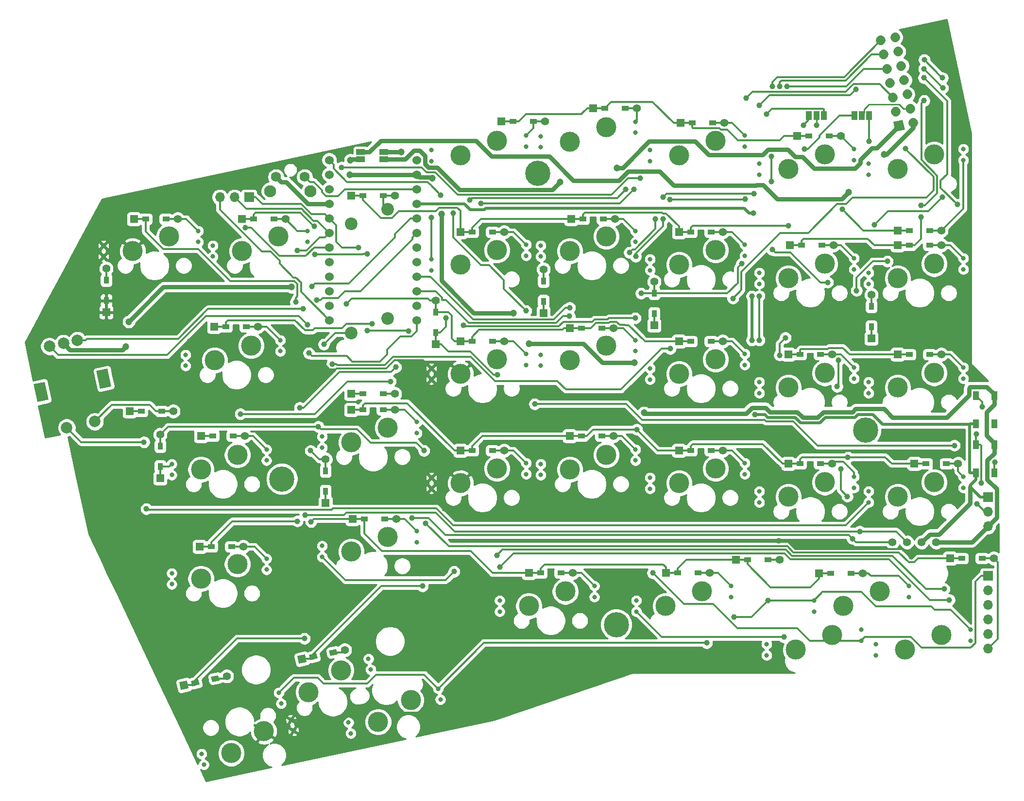
<source format=gtl>
G04 #@! TF.GenerationSoftware,KiCad,Pcbnew,(5.1.5-0-10_14)*
G04 #@! TF.CreationDate,2020-05-14T06:06:27+09:00*
G04 #@! TF.ProjectId,Colice,436f6c69-6365-42e6-9b69-6361645f7063,rev?*
G04 #@! TF.SameCoordinates,Original*
G04 #@! TF.FileFunction,Copper,L1,Top*
G04 #@! TF.FilePolarity,Positive*
%FSLAX46Y46*%
G04 Gerber Fmt 4.6, Leading zero omitted, Abs format (unit mm)*
G04 Created by KiCad (PCBNEW (5.1.5-0-10_14)) date 2020-05-14 06:06:27*
%MOMM*%
%LPD*%
G04 APERTURE LIST*
%ADD10C,2.000000*%
%ADD11C,0.100000*%
%ADD12C,0.800000*%
%ADD13C,3.500000*%
%ADD14R,1.300000X0.950000*%
%ADD15R,1.397000X1.397000*%
%ADD16C,1.397000*%
%ADD17C,2.200000*%
%ADD18R,1.000000X1.500000*%
%ADD19C,4.400000*%
%ADD20C,0.700000*%
%ADD21C,2.100000*%
%ADD22C,1.750000*%
%ADD23R,1.700000X1.700000*%
%ADD24O,1.700000X1.700000*%
%ADD25R,0.950000X1.300000*%
%ADD26C,1.700000*%
%ADD27C,1.524000*%
%ADD28R,1.500000X1.000000*%
%ADD29C,1.000000*%
%ADD30C,1.200000*%
%ADD31C,0.300000*%
%ADD32C,0.500000*%
%ADD33C,0.800000*%
%ADD34C,0.250000*%
%ADD35C,0.254000*%
G04 APERTURE END LIST*
D10*
X31818151Y-89222914D03*
X29372782Y-89742693D03*
X26927413Y-90262472D03*
G04 #@! TA.AperFunction,ComponentPad*
D11*
G36*
X35098941Y-94557371D02*
G01*
X37055236Y-94141547D01*
X37720553Y-97271619D01*
X35764258Y-97687443D01*
X35098941Y-94557371D01*
G37*
G04 #@! TD.AperFunction*
G04 #@! TA.AperFunction,ComponentPad*
G36*
X24143687Y-96885981D02*
G01*
X26099982Y-96470157D01*
X26765299Y-99600229D01*
X24809004Y-100016053D01*
X24143687Y-96885981D01*
G37*
G04 #@! TD.AperFunction*
D10*
X34832871Y-103406054D03*
X29942133Y-104445612D03*
D12*
X67151250Y-91132400D03*
X50641250Y-93672400D03*
X67151250Y-89208400D03*
X50641250Y-91748400D03*
D13*
X55721250Y-92710400D03*
X62071250Y-90170400D03*
X171608750Y-133033080D03*
X165258750Y-135573080D03*
D12*
X160178750Y-134611080D03*
X176688750Y-132071080D03*
X160178750Y-136535080D03*
X176688750Y-133995080D03*
X167163750Y-114945000D03*
X150653750Y-117485000D03*
X167163750Y-113021000D03*
X150653750Y-115561000D03*
D13*
X155733750Y-116523000D03*
X162083750Y-113983000D03*
D12*
X145732500Y-133995080D03*
X129222500Y-136535080D03*
X145732500Y-132071080D03*
X129222500Y-134611080D03*
D13*
X134302500Y-135573080D03*
X140652500Y-133033080D03*
D14*
X107699000Y-51054000D03*
D15*
X105664000Y-51054000D03*
D16*
X113284000Y-51054000D03*
D14*
X111249000Y-51054000D03*
X166621000Y-129844800D03*
D16*
X168656000Y-129844800D03*
D15*
X161036000Y-129844800D03*
D14*
X163071000Y-129844800D03*
D12*
X167163750Y-76844840D03*
X150653750Y-79384840D03*
X167163750Y-74920840D03*
X150653750Y-77460840D03*
D13*
X155733750Y-78422840D03*
X162083750Y-75882840D03*
X85883750Y-123508040D03*
X79533750Y-126048040D03*
D12*
X74453750Y-125086040D03*
X90963750Y-122546040D03*
X74453750Y-127010040D03*
X90963750Y-124470040D03*
X64770000Y-129232560D03*
X48260000Y-131772560D03*
X64770000Y-127308560D03*
X48260000Y-129848560D03*
D13*
X53340000Y-130810560D03*
X59690000Y-128270560D03*
D17*
X79533750Y-68897800D03*
X85883750Y-66357800D03*
D13*
X77766932Y-146772634D03*
X72083790Y-150577369D03*
D12*
X66914789Y-150692582D03*
X82535910Y-144775465D03*
X67314811Y-152574538D03*
X82935932Y-146657421D03*
D13*
X84227180Y-155786448D03*
X89910322Y-151981713D03*
D12*
X95079323Y-151866500D03*
X79458202Y-157783617D03*
X94679301Y-149984544D03*
X79058180Y-155901661D03*
D13*
X58605826Y-161232434D03*
X64288968Y-157427699D03*
D12*
X69457969Y-157312486D03*
X53836848Y-163229603D03*
X69057947Y-155430530D03*
X53436826Y-161347647D03*
D18*
X191592000Y-107405000D03*
X188392000Y-107405000D03*
X191592000Y-112305000D03*
X188392000Y-112305000D03*
X188392000Y-103796000D03*
X191592000Y-103796000D03*
X188392000Y-98896000D03*
X191592000Y-98896000D03*
D19*
X112014000Y-60071000D03*
D20*
X113664000Y-60071000D03*
X113180726Y-61237726D03*
X112014000Y-61721000D03*
X110847274Y-61237726D03*
X110364000Y-60071000D03*
X110847274Y-58904274D03*
X112014000Y-58421000D03*
X113180726Y-58904274D03*
X68603726Y-112244274D03*
X67437000Y-111761000D03*
X66270274Y-112244274D03*
X65787000Y-113411000D03*
X66270274Y-114577726D03*
X67437000Y-115061000D03*
X68603726Y-114577726D03*
X69087000Y-113411000D03*
D19*
X67437000Y-113411000D03*
X125730000Y-138811000D03*
D20*
X127380000Y-138811000D03*
X126896726Y-139977726D03*
X125730000Y-140461000D03*
X124563274Y-139977726D03*
X124080000Y-138811000D03*
X124563274Y-137644274D03*
X125730000Y-137161000D03*
X126896726Y-137644274D03*
D19*
X169164000Y-104902000D03*
D20*
X170814000Y-104902000D03*
X170330726Y-106068726D03*
X169164000Y-106552000D03*
X167997274Y-106068726D03*
X167514000Y-104902000D03*
X167997274Y-103735274D03*
X169164000Y-103252000D03*
X170330726Y-103735274D03*
D21*
X72424800Y-63221400D03*
D22*
X71424800Y-60731400D03*
X66424800Y-60731400D03*
D21*
X65414800Y-63221400D03*
D23*
X190500000Y-130302000D03*
D24*
X190500000Y-132842000D03*
X190500000Y-135382000D03*
X190500000Y-137922000D03*
X190500000Y-140462000D03*
X190500000Y-143002000D03*
D14*
X189481000Y-127254000D03*
D16*
X191516000Y-127254000D03*
D15*
X183896000Y-127254000D03*
D14*
X185931000Y-127254000D03*
D25*
X132334000Y-84579000D03*
D15*
X132334000Y-86614000D03*
D16*
X132334000Y-78994000D03*
D25*
X132334000Y-81029000D03*
D14*
X138941000Y-51308000D03*
D15*
X136906000Y-51308000D03*
D16*
X144526000Y-51308000D03*
D14*
X142491000Y-51308000D03*
X138687000Y-70358000D03*
D15*
X136652000Y-70358000D03*
D16*
X144272000Y-70358000D03*
D14*
X142237000Y-70358000D03*
X138687000Y-89408000D03*
D15*
X136652000Y-89408000D03*
D16*
X144272000Y-89408000D03*
D14*
X142237000Y-89408000D03*
X142237000Y-108458000D03*
D16*
X144272000Y-108458000D03*
D15*
X136652000Y-108458000D03*
D14*
X138687000Y-108458000D03*
X152143000Y-127508000D03*
D16*
X154178000Y-127508000D03*
D15*
X146558000Y-127508000D03*
D14*
X148593000Y-127508000D03*
D25*
X75057000Y-115567000D03*
D15*
X75057000Y-117602000D03*
D16*
X75057000Y-109982000D03*
D25*
X75057000Y-112017000D03*
D14*
X85087000Y-64008000D03*
D16*
X87122000Y-64008000D03*
D15*
X79502000Y-64008000D03*
D14*
X81537000Y-64008000D03*
X85087000Y-98552000D03*
D16*
X87122000Y-98552000D03*
D15*
X79502000Y-98552000D03*
D14*
X81537000Y-98552000D03*
X85087000Y-101346000D03*
D16*
X87122000Y-101346000D03*
D15*
X79502000Y-101346000D03*
D14*
X81537000Y-101346000D03*
X85341000Y-120396000D03*
D16*
X87376000Y-120396000D03*
D15*
X79756000Y-120396000D03*
D14*
X81791000Y-120396000D03*
D25*
X36830000Y-82293000D03*
D15*
X36830000Y-84328000D03*
D16*
X36830000Y-76708000D03*
D25*
X36830000Y-78743000D03*
D14*
X47241000Y-68072000D03*
D16*
X49276000Y-68072000D03*
D15*
X41656000Y-68072000D03*
D14*
X43691000Y-68072000D03*
X104137000Y-89408000D03*
D16*
X106172000Y-89408000D03*
D15*
X98552000Y-89408000D03*
D14*
X100587000Y-89408000D03*
X104137000Y-108458000D03*
D16*
X106172000Y-108458000D03*
D15*
X98552000Y-108458000D03*
D14*
X100587000Y-108458000D03*
G04 #@! TA.AperFunction,SMDPad,CuDef*
D11*
G36*
X55301174Y-148820720D02*
G01*
X55103658Y-147891479D01*
X56375250Y-147621194D01*
X56572766Y-148550435D01*
X55301174Y-148820720D01*
G37*
G04 #@! TD.AperFunction*
D16*
X57828742Y-147797856D03*
G04 #@! TA.AperFunction,ComponentPad*
D11*
G36*
X49837248Y-150210606D02*
G01*
X49546796Y-148844134D01*
X50913268Y-148553682D01*
X51203720Y-149920154D01*
X49837248Y-150210606D01*
G37*
G04 #@! TD.AperFunction*
G04 #@! TA.AperFunction,SMDPad,CuDef*
G36*
X51828750Y-149558806D02*
G01*
X51631234Y-148629565D01*
X52902826Y-148359280D01*
X53100342Y-149288521D01*
X51828750Y-149558806D01*
G37*
G04 #@! TD.AperFunction*
D25*
X94234000Y-87881000D03*
D15*
X94234000Y-89916000D03*
D16*
X94234000Y-82296000D03*
D25*
X94234000Y-84331000D03*
D14*
X100587000Y-70358000D03*
D15*
X98552000Y-70358000D03*
D16*
X106172000Y-70358000D03*
D14*
X104137000Y-70358000D03*
X119637000Y-105918000D03*
D15*
X117602000Y-105918000D03*
D16*
X125222000Y-105918000D03*
D14*
X123187000Y-105918000D03*
X112525000Y-129794000D03*
D15*
X110490000Y-129794000D03*
D16*
X118110000Y-129794000D03*
D14*
X116075000Y-129794000D03*
D25*
X113030000Y-82420000D03*
D15*
X113030000Y-84455000D03*
D16*
X113030000Y-76835000D03*
D25*
X113030000Y-78870000D03*
D14*
X123701000Y-48768000D03*
D15*
X121666000Y-48768000D03*
D16*
X129286000Y-48768000D03*
D14*
X127251000Y-48768000D03*
X119891000Y-68072000D03*
D15*
X117856000Y-68072000D03*
D16*
X125476000Y-68072000D03*
D14*
X123441000Y-68072000D03*
X119637000Y-87122000D03*
D15*
X117602000Y-87122000D03*
D16*
X125222000Y-87122000D03*
D14*
X123187000Y-87122000D03*
X136401000Y-129794000D03*
D15*
X134366000Y-129794000D03*
D16*
X141986000Y-129794000D03*
D14*
X139951000Y-129794000D03*
D25*
X170180000Y-83315000D03*
D16*
X170180000Y-81280000D03*
D15*
X170180000Y-88900000D03*
D25*
X170180000Y-86865000D03*
D14*
X176787000Y-70104000D03*
D15*
X174752000Y-70104000D03*
D16*
X182372000Y-70104000D03*
D14*
X180337000Y-70104000D03*
X176787000Y-72644000D03*
D15*
X174752000Y-72644000D03*
D16*
X182372000Y-72644000D03*
D14*
X180337000Y-72644000D03*
X176787000Y-91694000D03*
D15*
X174752000Y-91694000D03*
D16*
X182372000Y-91694000D03*
D14*
X180337000Y-91694000D03*
X179708000Y-110744000D03*
D15*
X177673000Y-110744000D03*
D16*
X185293000Y-110744000D03*
D14*
X183258000Y-110744000D03*
X46479000Y-101600000D03*
D16*
X48514000Y-101600000D03*
D15*
X40894000Y-101600000D03*
D14*
X42929000Y-101600000D03*
D25*
X46228000Y-111249000D03*
D15*
X46228000Y-113284000D03*
D16*
X46228000Y-105664000D03*
D25*
X46228000Y-107699000D03*
D14*
X66037000Y-68072000D03*
D16*
X68072000Y-68072000D03*
D15*
X60452000Y-68072000D03*
D14*
X62487000Y-68072000D03*
X61211000Y-86868000D03*
D16*
X63246000Y-86868000D03*
D15*
X55626000Y-86868000D03*
D14*
X57661000Y-86868000D03*
X58925000Y-105918000D03*
D16*
X60960000Y-105918000D03*
D15*
X53340000Y-105918000D03*
D14*
X55375000Y-105918000D03*
X58671000Y-125222000D03*
D16*
X60706000Y-125222000D03*
D15*
X53086000Y-125222000D03*
D14*
X55121000Y-125222000D03*
G04 #@! TA.AperFunction,SMDPad,CuDef*
D11*
G36*
X75875174Y-144248720D02*
G01*
X75677658Y-143319479D01*
X76949250Y-143049194D01*
X77146766Y-143978435D01*
X75875174Y-144248720D01*
G37*
G04 #@! TD.AperFunction*
D16*
X78402742Y-143225856D03*
G04 #@! TA.AperFunction,ComponentPad*
D11*
G36*
X70411248Y-145638606D02*
G01*
X70120796Y-144272134D01*
X71487268Y-143981682D01*
X71777720Y-145348154D01*
X70411248Y-145638606D01*
G37*
G04 #@! TD.AperFunction*
G04 #@! TA.AperFunction,SMDPad,CuDef*
G36*
X72402750Y-144986806D02*
G01*
X72205234Y-144057565D01*
X73476826Y-143787280D01*
X73674342Y-144716521D01*
X72402750Y-144986806D01*
G37*
G04 #@! TD.AperFunction*
D14*
X162811000Y-53594000D03*
D16*
X164846000Y-53594000D03*
D15*
X157226000Y-53594000D03*
D14*
X159261000Y-53594000D03*
X161541000Y-72644000D03*
D16*
X163576000Y-72644000D03*
D15*
X155956000Y-72644000D03*
D14*
X157991000Y-72644000D03*
X161287000Y-91694000D03*
D16*
X163322000Y-91694000D03*
D15*
X155702000Y-91694000D03*
D14*
X157737000Y-91694000D03*
X161287000Y-110744000D03*
D16*
X163322000Y-110744000D03*
D15*
X155702000Y-110744000D03*
D14*
X157737000Y-110744000D03*
D13*
X143033750Y-54451500D03*
X136683750Y-56991500D03*
D12*
X131603750Y-56029500D03*
X148113750Y-53489500D03*
X131603750Y-57953500D03*
X148113750Y-55413500D03*
D13*
X143033750Y-73501580D03*
X136683750Y-76041580D03*
D12*
X131603750Y-75079580D03*
X148113750Y-72539580D03*
X131603750Y-77003580D03*
X148113750Y-74463580D03*
D13*
X143033750Y-92551660D03*
X136683750Y-95091660D03*
D12*
X131603750Y-94129660D03*
X148113750Y-91589660D03*
X131603750Y-96053660D03*
X148113750Y-93513660D03*
D13*
X143033750Y-111601740D03*
X136683750Y-114141740D03*
D12*
X131603750Y-113179740D03*
X148113750Y-110639740D03*
X131603750Y-115103740D03*
X148113750Y-112563740D03*
D13*
X85883750Y-104457960D03*
X79533750Y-106997960D03*
D12*
X74453750Y-106035960D03*
X90963750Y-103495960D03*
X74453750Y-107959960D03*
X90963750Y-105419960D03*
D13*
X47783750Y-71120320D03*
X41433750Y-73660320D03*
D12*
X36353750Y-72698320D03*
X52863750Y-70158320D03*
X36353750Y-74622320D03*
X52863750Y-72082320D03*
D13*
X104933750Y-92551660D03*
X98583750Y-95091660D03*
D12*
X93503750Y-94129660D03*
X110013750Y-91589660D03*
X93503750Y-96053660D03*
X110013750Y-93513660D03*
D13*
X104933750Y-111601740D03*
X98583750Y-114141740D03*
D12*
X93503750Y-113179740D03*
X110013750Y-110639740D03*
X93503750Y-115103740D03*
X110013750Y-112563740D03*
D13*
X104933750Y-54451500D03*
X98583750Y-56991500D03*
D12*
X93503750Y-56029500D03*
X110013750Y-53489500D03*
X93503750Y-57953500D03*
X110013750Y-55413500D03*
X110013750Y-74463580D03*
X93503750Y-77003580D03*
X110013750Y-72539580D03*
X93503750Y-75079580D03*
D13*
X98583750Y-76041580D03*
X104933750Y-73501580D03*
D12*
X129063750Y-110182480D03*
X112553750Y-112722480D03*
X129063750Y-108258480D03*
X112553750Y-110798480D03*
D13*
X117633750Y-111760480D03*
X123983750Y-109220480D03*
D12*
X121920000Y-133995080D03*
X105410000Y-136535080D03*
X121920000Y-132071080D03*
X105410000Y-134611080D03*
D13*
X110490000Y-135573080D03*
X116840000Y-133033080D03*
D12*
X129063750Y-53032240D03*
X112553750Y-55572240D03*
X129063750Y-51108240D03*
X112553750Y-53648240D03*
D13*
X117633750Y-54610240D03*
X123983750Y-52070240D03*
D12*
X129063750Y-72082320D03*
X112553750Y-74622320D03*
X129063750Y-70158320D03*
X112553750Y-72698320D03*
D13*
X117633750Y-73660320D03*
X123983750Y-71120320D03*
D12*
X129063750Y-91132400D03*
X112553750Y-93672400D03*
X129063750Y-89208400D03*
X112553750Y-91748400D03*
D13*
X117633750Y-92710400D03*
X123983750Y-90170400D03*
D12*
X186213750Y-57794760D03*
X169703750Y-60334760D03*
X186213750Y-55870760D03*
X169703750Y-58410760D03*
D13*
X174783750Y-59372760D03*
X181133750Y-56832760D03*
D12*
X186213750Y-76844840D03*
X169703750Y-79384840D03*
X186213750Y-74920840D03*
X169703750Y-77460840D03*
D13*
X174783750Y-78422840D03*
X181133750Y-75882840D03*
D12*
X186213750Y-95894920D03*
X169703750Y-98434920D03*
X186213750Y-93970920D03*
X169703750Y-96510920D03*
D13*
X174783750Y-97472920D03*
X181133750Y-94932920D03*
D12*
X186213750Y-114945000D03*
X169703750Y-117485000D03*
X186213750Y-113021000D03*
X169703750Y-115561000D03*
D13*
X174783750Y-116523000D03*
X181133750Y-113983000D03*
D12*
X71913750Y-72082320D03*
X55403750Y-74622320D03*
X71913750Y-70158320D03*
X55403750Y-72698320D03*
D13*
X60483750Y-73660320D03*
X66833750Y-71120320D03*
X59690000Y-109220480D03*
X53340000Y-111760480D03*
D12*
X48260000Y-110798480D03*
X64770000Y-108258480D03*
X48260000Y-112722480D03*
X64770000Y-110182480D03*
X167163750Y-57794760D03*
X150653750Y-60334760D03*
X167163750Y-55870760D03*
X150653750Y-58410760D03*
D13*
X155733750Y-59372760D03*
X162083750Y-56832760D03*
D12*
X167163750Y-95894920D03*
X150653750Y-98434920D03*
X167163750Y-93970920D03*
X150653750Y-96510920D03*
D13*
X155733750Y-97472920D03*
X162083750Y-94932920D03*
D12*
X170973750Y-142231080D03*
X187483750Y-139691080D03*
X170973750Y-144155080D03*
X187483750Y-141615080D03*
D13*
X182403750Y-140653080D03*
X176053750Y-143193080D03*
G04 #@! TA.AperFunction,ComponentPad*
D11*
G36*
X174352033Y-52834176D02*
G01*
X173998584Y-51171325D01*
X175661435Y-50817876D01*
X176014884Y-52480727D01*
X174352033Y-52834176D01*
G37*
G04 #@! TD.AperFunction*
D26*
X177491229Y-51297930D02*
X177491229Y-51297930D01*
X174478638Y-49341531D02*
X174478638Y-49341531D01*
X176963133Y-48813435D02*
X176963133Y-48813435D01*
X173950543Y-46857036D02*
X173950543Y-46857036D01*
X176435038Y-46328940D02*
X176435038Y-46328940D01*
X173422447Y-44372541D02*
X173422447Y-44372541D01*
X175906942Y-43844446D02*
X175906942Y-43844446D01*
X172894351Y-41888046D02*
X172894351Y-41888046D01*
X175378846Y-41359951D02*
X175378846Y-41359951D01*
X172366256Y-39403551D02*
X172366256Y-39403551D01*
X174850750Y-38875456D02*
X174850750Y-38875456D01*
X171838160Y-36919057D02*
X171838160Y-36919057D01*
X174322655Y-36390961D02*
X174322655Y-36390961D01*
D17*
X79533750Y-87947880D03*
X85883750Y-85407880D03*
D23*
X61722000Y-64262000D03*
D24*
X59182000Y-64262000D03*
X56642000Y-64262000D03*
X190500000Y-121666000D03*
X190500000Y-119126000D03*
D23*
X190500000Y-116586000D03*
D27*
X90920600Y-57785000D03*
X90920600Y-60325000D03*
X90920600Y-62865000D03*
X90920600Y-65405000D03*
X90920600Y-67945000D03*
X90920600Y-70485000D03*
X90920600Y-73025000D03*
X90920600Y-75565000D03*
X90920600Y-78105000D03*
X90920600Y-80645000D03*
X90920600Y-83185000D03*
X90920600Y-85725000D03*
X75700600Y-85725000D03*
X75700600Y-83185000D03*
X75700600Y-80645000D03*
X75700600Y-78105000D03*
X75700600Y-75565000D03*
X75700600Y-73025000D03*
X75700600Y-70485000D03*
X75700600Y-67945000D03*
X75700600Y-65405000D03*
X75700600Y-62865000D03*
X75700600Y-60325000D03*
X75700600Y-57785000D03*
D12*
X151923750Y-142231080D03*
X168433750Y-139691080D03*
X151923750Y-144155080D03*
X168433750Y-141615080D03*
D13*
X163353750Y-140653080D03*
X157003750Y-143193080D03*
D28*
X85217000Y-56378001D03*
X85217000Y-57678001D03*
X81153000Y-57688000D03*
X81153000Y-56388000D03*
D16*
X173863000Y-124460000D03*
X176403000Y-124460000D03*
X178943000Y-124460000D03*
X181483000Y-124460000D03*
D18*
X161925000Y-50006460D03*
X160625000Y-50006460D03*
X159325000Y-50006460D03*
X167229000Y-50006460D03*
X168529000Y-50006460D03*
X169829000Y-50006460D03*
D29*
X69850000Y-82550000D03*
X72136000Y-91439996D03*
X165095776Y-66406682D03*
X72451010Y-108489185D03*
X127387214Y-62926012D03*
X148336000Y-46990000D03*
X100157441Y-64771022D03*
X73093410Y-69347198D03*
X82296000Y-74168000D03*
X73171431Y-74267955D03*
X128801507Y-62926010D03*
X150622000Y-48284008D03*
X102163844Y-65371033D03*
X83135071Y-86363553D03*
X167513000Y-45466000D03*
X60223400Y-102082600D03*
X132557989Y-68071029D03*
X117602324Y-83536064D03*
X128016000Y-73914000D03*
X86360000Y-96393000D03*
X155508022Y-44931979D03*
X133858000Y-64262000D03*
X149733000Y-63627000D03*
X133858000Y-68072000D03*
X117588242Y-85023495D03*
X129112310Y-74612667D03*
X70140895Y-120769415D03*
X70550990Y-100975359D03*
X87310010Y-93896436D03*
X154208011Y-44931979D03*
X135102269Y-64638599D03*
X148209000Y-64577010D03*
X91948000Y-132080000D03*
X99059980Y-86614000D03*
X147562641Y-75883841D03*
X129032000Y-85344000D03*
X130048000Y-81026000D03*
X152908000Y-44931979D03*
X61087019Y-69570502D03*
X179391241Y-47430759D03*
X178816000Y-67691000D03*
X178816000Y-65663988D03*
X155705503Y-69209499D03*
X179324000Y-43434000D03*
X185166000Y-65532004D03*
X78678990Y-82905447D03*
X172974000Y-75438000D03*
X167603241Y-80554759D03*
X182626000Y-45211992D03*
X179358376Y-41875625D03*
X129286000Y-104769499D03*
X166097898Y-109636379D03*
X71374000Y-141224000D03*
X170688000Y-69088000D03*
X179421887Y-40288113D03*
X182596888Y-43463112D03*
X72524549Y-120874589D03*
X182551425Y-64260948D03*
X189484000Y-100838000D03*
X191751619Y-110492452D03*
X151883266Y-49784002D03*
X77851000Y-59055002D03*
X129921000Y-60960000D03*
X188595000Y-117729000D03*
X188468000Y-105537000D03*
X109982000Y-84074000D03*
X111506000Y-100330000D03*
X97282000Y-67056000D03*
X184657998Y-107569000D03*
X189360309Y-114130893D03*
X95123000Y-63881002D03*
X149352000Y-89209509D03*
X149352000Y-81534000D03*
X149606000Y-67056000D03*
X149886611Y-102173990D03*
D30*
X88265000Y-56388000D03*
D29*
X150653750Y-81502250D03*
X150653750Y-89209509D03*
X152211990Y-134620004D03*
X141478000Y-141986000D03*
X146213758Y-137504240D03*
X43408600Y-106984800D03*
X43815000Y-118618000D03*
X71947990Y-86531371D03*
X73510559Y-82191441D03*
X72680446Y-79818432D03*
X71148944Y-83761011D03*
X92202000Y-108458000D03*
X73787000Y-104292402D03*
X92524093Y-121156704D03*
X132080000Y-129794004D03*
X182880000Y-132588000D03*
X97470010Y-129540000D03*
X74750590Y-89916000D03*
X104902000Y-126746000D03*
X51308000Y-89408000D03*
X49276000Y-87376000D03*
X96520000Y-153161996D03*
X177165000Y-126999998D03*
X151635645Y-120369979D03*
X153997452Y-124209472D03*
X95799930Y-118626869D03*
X105410000Y-128778000D03*
X96012000Y-85344000D03*
X183793981Y-134508190D03*
X93472000Y-67818000D03*
X105029000Y-95250000D03*
X154940000Y-140969988D03*
X80772000Y-73025000D03*
X82296000Y-87503000D03*
X89535000Y-87630000D03*
X90109592Y-120206694D03*
X158369000Y-51689000D03*
X152781000Y-57172758D03*
X152781000Y-61572762D03*
X152908000Y-73406000D03*
X162560000Y-79121000D03*
X155194000Y-88773000D03*
X154178000Y-91821000D03*
X164846000Y-111633000D03*
X165989000Y-116459000D03*
X166878000Y-123825000D03*
X76200000Y-93345000D03*
X146050000Y-81915000D03*
X135128000Y-90678000D03*
X176149000Y-55753000D03*
X169799000Y-54483000D03*
D30*
X79375000Y-57785000D03*
X79247996Y-60325000D03*
X107823000Y-84455000D03*
X110490000Y-89789000D03*
X128905000Y-93091000D03*
X40767000Y-85979000D03*
X40259000Y-90297000D03*
X95250000Y-67189022D03*
X93679136Y-60953522D03*
X130556000Y-101854000D03*
X69123261Y-79939979D03*
X115951000Y-61595000D03*
X125857000Y-59182000D03*
X166243000Y-63373000D03*
X172427717Y-56803010D03*
D29*
X70104000Y-73533000D03*
X71501000Y-119700511D03*
X158496000Y-55880000D03*
X164465000Y-92732918D03*
X164211000Y-97282000D03*
X168147994Y-122555000D03*
X160655000Y-51689000D03*
D31*
X174752000Y-70104000D02*
X176787000Y-70104000D01*
X138941000Y-51308000D02*
X136906000Y-51308000D01*
X123701000Y-48768000D02*
X121666000Y-48768000D01*
X75057000Y-110109000D02*
X75057000Y-112144000D01*
X41656000Y-68072000D02*
X43691000Y-68072000D01*
X107699000Y-51054000D02*
X105664000Y-51054000D01*
X108712000Y-51054000D02*
X107699000Y-51054000D01*
X109982000Y-49784000D02*
X108712000Y-51054000D01*
X119634000Y-49784000D02*
X109982000Y-49784000D01*
X119634000Y-49784000D02*
X120124500Y-49293500D01*
X120650000Y-48768000D02*
X119634000Y-49784000D01*
X121666000Y-48768000D02*
X120650000Y-48768000D01*
X124849501Y-47619499D02*
X123701000Y-48768000D01*
X132065495Y-47619499D02*
X124849501Y-47619499D01*
X135753996Y-51308000D02*
X132065495Y-47619499D01*
X136906000Y-51308000D02*
X135753996Y-51308000D01*
X143751219Y-52233001D02*
X139091001Y-52233001D01*
X138941000Y-52083000D02*
X138941000Y-51308000D01*
X145077281Y-52456501D02*
X143974719Y-52456501D01*
X154211999Y-54339501D02*
X146960281Y-54339501D01*
X146960281Y-54339501D02*
X145077281Y-52456501D01*
X143974719Y-52456501D02*
X143751219Y-52233001D01*
X139091001Y-52233001D02*
X138941000Y-52083000D01*
X159261000Y-53594000D02*
X157226000Y-53594000D01*
X154957500Y-53594000D02*
X157226000Y-53594000D01*
X154211999Y-54339501D02*
X154957500Y-53594000D01*
X174752000Y-70104000D02*
X168793094Y-70104000D01*
X168793094Y-70104000D02*
X165095776Y-66406682D01*
X72635999Y-91939995D02*
X72136000Y-91439996D01*
X90920600Y-87650404D02*
X89991002Y-88580002D01*
X78735637Y-91939995D02*
X72635999Y-91939995D01*
X84519751Y-92937881D02*
X79733523Y-92937881D01*
X89991002Y-88580002D02*
X88065598Y-88580002D01*
X90920600Y-85725000D02*
X90920600Y-87650404D01*
X85793751Y-90851849D02*
X85793751Y-91663881D01*
X85793751Y-91663881D02*
X84519751Y-92937881D01*
X79733523Y-92937881D02*
X78735637Y-91939995D01*
X88065598Y-88580002D02*
X85793751Y-90851849D01*
X73943825Y-109982000D02*
X72451010Y-108489185D01*
X75057000Y-109982000D02*
X73943825Y-109982000D01*
X46727749Y-73320321D02*
X52843749Y-73320321D01*
X52843749Y-73320321D02*
X58413406Y-78889978D01*
X43691000Y-68072000D02*
X43691000Y-70283572D01*
X70173262Y-81519632D02*
X69850000Y-81842894D01*
X69627262Y-78889978D02*
X70173262Y-79435978D01*
X70173262Y-79435978D02*
X70173262Y-81519632D01*
X58413406Y-78889978D02*
X69627262Y-78889978D01*
X69850000Y-81842894D02*
X69850000Y-82550000D01*
X43691000Y-70283572D02*
X46727749Y-73320321D01*
X60452000Y-68072000D02*
X62487000Y-68072000D01*
X62487000Y-67297000D02*
X62860501Y-66923499D01*
X62487000Y-68072000D02*
X62487000Y-67297000D01*
X62860501Y-66923499D02*
X70628828Y-66923499D01*
X100507440Y-64421023D02*
X100157441Y-64771022D01*
X125892203Y-64421023D02*
X100507440Y-64421023D01*
X127387214Y-62926012D02*
X125892203Y-64421023D01*
X70628828Y-66923499D02*
X73052527Y-69347198D01*
X73052527Y-69347198D02*
X73093410Y-69347198D01*
X81488939Y-74267955D02*
X73171431Y-74267955D01*
X81588894Y-74168000D02*
X81488939Y-74267955D01*
X82296000Y-74168000D02*
X81588894Y-74168000D01*
X173950543Y-46857036D02*
X171609505Y-44515998D01*
X149444011Y-45881989D02*
X148336000Y-46990000D01*
X165691007Y-45881989D02*
X149444011Y-45881989D01*
X167056998Y-44515998D02*
X165691007Y-45881989D01*
X171609505Y-44515998D02*
X167056998Y-44515998D01*
X57661000Y-86868000D02*
X55626000Y-86868000D01*
X128801507Y-62926010D02*
X126356484Y-65371033D01*
X126356484Y-65371033D02*
X102163844Y-65371033D01*
X73193652Y-87113999D02*
X77919289Y-87113999D01*
X57661000Y-86093000D02*
X58034501Y-85719499D01*
X78669735Y-86363553D02*
X83135071Y-86363553D01*
X57661000Y-86868000D02*
X57661000Y-86093000D01*
X77919289Y-87113999D02*
X78669735Y-86363553D01*
X58034501Y-85719499D02*
X69730116Y-85719499D01*
X71491989Y-87481372D02*
X72826279Y-87481372D01*
X69730116Y-85719499D02*
X71491989Y-87481372D01*
X72826279Y-87481372D02*
X73193652Y-87113999D01*
X166497000Y-46482000D02*
X167513000Y-45466000D01*
X152424008Y-46482000D02*
X166497000Y-46482000D01*
X150622000Y-48284008D02*
X152424008Y-46482000D01*
X55375000Y-105918000D02*
X53340000Y-105918000D01*
X132557989Y-68071029D02*
X132557989Y-69793469D01*
X132557989Y-69793469D02*
X128937457Y-73414001D01*
X128515999Y-73414001D02*
X128016000Y-73914000D01*
X128937457Y-73414001D02*
X128515999Y-73414001D01*
X90920600Y-78105000D02*
X93304072Y-78105000D01*
X93304072Y-78105000D02*
X100802573Y-85603501D01*
X100802573Y-85603501D02*
X114827781Y-85603501D01*
X114827781Y-85603501D02*
X116895218Y-83536064D01*
X116895218Y-83536064D02*
X117602324Y-83536064D01*
X73177400Y-102082600D02*
X78867000Y-96393000D01*
X60223400Y-102082600D02*
X73177400Y-102082600D01*
X78867000Y-96393000D02*
X86360000Y-96393000D01*
X165792474Y-44931979D02*
X155508022Y-44931979D01*
X172894351Y-41888046D02*
X168836407Y-41888046D01*
X168836407Y-41888046D02*
X165792474Y-44931979D01*
X133858000Y-64262000D02*
X134493000Y-63627000D01*
X134493000Y-63627000D02*
X149733000Y-63627000D01*
X53086000Y-125222000D02*
X55121000Y-125222000D01*
X129032000Y-74532357D02*
X129112310Y-74612667D01*
X129032000Y-74168000D02*
X129032000Y-74532357D01*
X133858000Y-69342000D02*
X129032000Y-74168000D01*
X133858000Y-68072000D02*
X133858000Y-69342000D01*
X100055511Y-86203509D02*
X115269613Y-86203509D01*
X116449627Y-85023495D02*
X117588242Y-85023495D01*
X115269613Y-86203509D02*
X116449627Y-85023495D01*
X95382501Y-81744719D02*
X95382501Y-82183505D01*
X96082004Y-82230002D02*
X100055511Y-86203509D01*
X95428998Y-82230002D02*
X96082004Y-82230002D01*
X90920600Y-80645000D02*
X94282782Y-80645000D01*
X94282782Y-80645000D02*
X95382501Y-81744719D01*
X95382501Y-82183505D02*
X95428998Y-82230002D01*
X55121000Y-125222000D02*
X55121000Y-124447000D01*
X58798585Y-120769415D02*
X70140895Y-120769415D01*
X55121000Y-124447000D02*
X58798585Y-120769415D01*
X70550990Y-100975359D02*
X71258096Y-100975359D01*
X71258096Y-100975359D02*
X77495541Y-94737914D01*
X77495541Y-94737914D02*
X86468532Y-94737914D01*
X86468532Y-94737914D02*
X87310010Y-93896436D01*
X172366256Y-39403551D02*
X170202209Y-39403551D01*
X165698749Y-43907011D02*
X154525873Y-43907011D01*
X170202209Y-39403551D02*
X165698749Y-43907011D01*
X154525873Y-43907011D02*
X154208011Y-44224873D01*
X154208011Y-44224873D02*
X154208011Y-44931979D01*
X135102269Y-64638599D02*
X148147411Y-64638599D01*
X148147411Y-64638599D02*
X148209000Y-64577010D01*
X72516687Y-144810144D02*
X72939788Y-144387043D01*
X70949258Y-144810144D02*
X72516687Y-144810144D01*
X132334000Y-78994000D02*
X132334000Y-81029000D01*
X72939788Y-143901431D02*
X72939788Y-144387043D01*
X84761219Y-132080000D02*
X72939788Y-143901431D01*
X91948000Y-132080000D02*
X84761219Y-132080000D01*
X99249499Y-86803519D02*
X99059980Y-86614000D01*
X115713479Y-86803519D02*
X99249499Y-86803519D01*
X121551956Y-85973499D02*
X116543499Y-85973499D01*
X124198687Y-85596988D02*
X121928467Y-85596988D01*
X129002512Y-85373488D02*
X124422187Y-85373488D01*
X116543499Y-85973499D02*
X115713479Y-86803519D01*
X121928467Y-85596988D02*
X121551956Y-85973499D01*
X124422187Y-85373488D02*
X124198687Y-85596988D01*
X129032000Y-85344000D02*
X129002512Y-85373488D01*
X130051000Y-81029000D02*
X130048000Y-81026000D01*
X132334000Y-81029000D02*
X130051000Y-81029000D01*
X152908000Y-44224873D02*
X152908000Y-44931979D01*
X165450217Y-43307000D02*
X153825873Y-43307000D01*
X153825873Y-43307000D02*
X152908000Y-44224873D01*
X171838160Y-36919057D02*
X165450217Y-43307000D01*
X146898751Y-76547731D02*
X147562641Y-75883841D01*
X146898751Y-79217581D02*
X146898751Y-76547731D01*
X145087332Y-81029000D02*
X146898751Y-79217581D01*
X132334000Y-81029000D02*
X145087332Y-81029000D01*
X176787000Y-72644000D02*
X174752000Y-72644000D01*
X157991000Y-71869000D02*
X157991000Y-72644000D01*
X158364501Y-71495499D02*
X157991000Y-71869000D01*
X169539499Y-71495499D02*
X158364501Y-71495499D01*
X170688000Y-72644000D02*
X169539499Y-71495499D01*
X174752000Y-72644000D02*
X170688000Y-72644000D01*
X157991000Y-72644000D02*
X155956000Y-72644000D01*
X138687000Y-70358000D02*
X136652000Y-70358000D01*
X119891000Y-68072000D02*
X117856000Y-68072000D01*
X100587000Y-69583000D02*
X100587000Y-70358000D01*
X102098000Y-68072000D02*
X100587000Y-69583000D01*
X117856000Y-68072000D02*
X102098000Y-68072000D01*
X100587000Y-70358000D02*
X98552000Y-70358000D01*
X79502000Y-64008000D02*
X81537000Y-64008000D01*
X36830000Y-78743000D02*
X36830000Y-76708000D01*
X136652000Y-70358000D02*
X136652000Y-69359500D01*
X120264501Y-66923499D02*
X119891000Y-67297000D01*
X133732293Y-66923499D02*
X120264501Y-66923499D01*
X119891000Y-67297000D02*
X119891000Y-68072000D01*
X134384540Y-67092040D02*
X133900834Y-67092040D01*
X136652000Y-69359500D02*
X134384540Y-67092040D01*
X133900834Y-67092040D02*
X133732293Y-66923499D01*
X176787000Y-72644000D02*
X177737000Y-72644000D01*
X178816000Y-71565000D02*
X178816000Y-67691000D01*
X177737000Y-72644000D02*
X178816000Y-71565000D01*
X138687000Y-69583000D02*
X138687000Y-70358000D01*
X139060501Y-69209499D02*
X138687000Y-69583000D01*
X155705503Y-69209499D02*
X139060501Y-69209499D01*
X94257998Y-66675000D02*
X87860552Y-66675000D01*
X94827000Y-66105998D02*
X94257998Y-66675000D01*
X97992002Y-66105998D02*
X94827000Y-66105998D01*
X87860552Y-66675000D02*
X86627751Y-67907801D01*
X98552000Y-66665996D02*
X97992002Y-66105998D01*
X98552000Y-70358000D02*
X98552000Y-66665996D01*
X86627751Y-67907801D02*
X84661801Y-67907801D01*
X84661801Y-67907801D02*
X81537000Y-64783000D01*
X81537000Y-64783000D02*
X81537000Y-64008000D01*
X62129448Y-69570502D02*
X61087019Y-69570502D01*
X75700600Y-73025000D02*
X73066749Y-73025000D01*
X73066749Y-73025000D02*
X71608748Y-74483001D01*
X71608748Y-74483001D02*
X67041947Y-74483001D01*
X67041947Y-74483001D02*
X62129448Y-69570502D01*
X181637662Y-60491156D02*
X181637662Y-63549432D01*
X179523106Y-65663988D02*
X178816000Y-65663988D01*
X178891242Y-47930758D02*
X178891242Y-57744736D01*
X179391241Y-47430759D02*
X178891242Y-47930758D01*
X178891242Y-57744736D02*
X181637662Y-60491156D01*
X181637662Y-63549432D02*
X179523106Y-65663988D01*
X85087000Y-64008000D02*
X87122000Y-64008000D01*
X85087000Y-65561050D02*
X85883750Y-66357800D01*
X85087000Y-64008000D02*
X85087000Y-65561050D01*
X85087000Y-101346000D02*
X87122000Y-101346000D01*
X88813790Y-101346000D02*
X90963750Y-103495960D01*
X87122000Y-101346000D02*
X88813790Y-101346000D01*
X85341000Y-120396000D02*
X87376000Y-120396000D01*
X88813710Y-120396000D02*
X90963750Y-122546040D01*
X87376000Y-120396000D02*
X88813710Y-120396000D01*
X98552000Y-89408000D02*
X100587000Y-89408000D01*
X117602000Y-87122000D02*
X119637000Y-87122000D01*
X138687000Y-89408000D02*
X136652000Y-89408000D01*
X155702000Y-91694000D02*
X157737000Y-91694000D01*
X174752000Y-91694000D02*
X176787000Y-91694000D01*
X79499000Y-98552000D02*
X81534000Y-98552000D01*
X94234000Y-82296000D02*
X94234000Y-84331000D01*
X116603500Y-87122000D02*
X116321969Y-87403531D01*
X100587000Y-88633000D02*
X100587000Y-89408000D01*
X116321969Y-87403531D02*
X101816469Y-87403531D01*
X101816469Y-87403531D02*
X100587000Y-88633000D01*
X117602000Y-87122000D02*
X116603500Y-87122000D01*
X96502022Y-84331000D02*
X97059021Y-84887999D01*
X94234000Y-84331000D02*
X96502022Y-84331000D01*
X97553500Y-89408000D02*
X98552000Y-89408000D01*
X97059021Y-84887999D02*
X97059021Y-88913521D01*
X97059021Y-88913521D02*
X97553500Y-89408000D01*
X157737000Y-91694000D02*
X157737000Y-90919000D01*
X157737000Y-90919000D02*
X157891598Y-90764402D01*
X157891598Y-90764402D02*
X162551816Y-90764402D01*
X162770719Y-90545499D02*
X165221499Y-90545499D01*
X166370000Y-91694000D02*
X174752000Y-91694000D01*
X165221499Y-90545499D02*
X166370000Y-91694000D01*
X162551816Y-90764402D02*
X162770719Y-90545499D01*
X127889033Y-86573510D02*
X130723523Y-89408000D01*
X126321772Y-86521990D02*
X127225882Y-86521990D01*
X124447219Y-86196999D02*
X124670719Y-85973499D01*
X127277402Y-86573510D02*
X127889033Y-86573510D01*
X130723523Y-89408000D02*
X136652000Y-89408000D01*
X119637000Y-87122000D02*
X121251998Y-87122000D01*
X121251998Y-87122000D02*
X122176999Y-86196999D01*
X125773281Y-85973499D02*
X126321772Y-86521990D01*
X122176999Y-86196999D02*
X124447219Y-86196999D01*
X124670719Y-85973499D02*
X125773281Y-85973499D01*
X127225882Y-86521990D02*
X127277402Y-86573510D01*
X79618685Y-81965752D02*
X78678990Y-82905447D01*
X94234000Y-82296000D02*
X93246172Y-82296000D01*
X92915924Y-81965752D02*
X79618685Y-81965752D01*
X93246172Y-82296000D02*
X92915924Y-81965752D01*
X182245000Y-62611004D02*
X185166000Y-65532004D01*
X182245000Y-61380508D02*
X182245000Y-62611004D01*
X183388000Y-60237508D02*
X182245000Y-61380508D01*
X183388000Y-47498000D02*
X183388000Y-60237508D01*
X179324000Y-43434000D02*
X183388000Y-47498000D01*
X47241000Y-68072000D02*
X49276000Y-68072000D01*
X50777430Y-68072000D02*
X52863750Y-70158320D01*
X49276000Y-68072000D02*
X50777430Y-68072000D01*
X57405641Y-148220957D02*
X57828742Y-147797856D01*
X55838212Y-148220957D02*
X57405641Y-148220957D01*
X98552000Y-108458000D02*
X100587000Y-108458000D01*
X179835000Y-110744000D02*
X177800000Y-110744000D01*
X157737000Y-110744000D02*
X155702000Y-110744000D01*
X139060501Y-107309499D02*
X138687000Y-107683000D01*
X151268999Y-107309499D02*
X139060501Y-107309499D01*
X138687000Y-107683000D02*
X138687000Y-108458000D01*
X154703500Y-110744000D02*
X151268999Y-107309499D01*
X155702000Y-110744000D02*
X154703500Y-110744000D01*
X138687000Y-108458000D02*
X136652000Y-108458000D01*
X119637000Y-105918000D02*
X117602000Y-105918000D01*
X102352000Y-105918000D02*
X100587000Y-107683000D01*
X100587000Y-107683000D02*
X100587000Y-108458000D01*
X117602000Y-105918000D02*
X102352000Y-105918000D01*
X79502000Y-101346000D02*
X81537000Y-101346000D01*
X81537000Y-100571000D02*
X81537000Y-101346000D01*
X81910501Y-100197499D02*
X81537000Y-100571000D01*
X89292999Y-100197499D02*
X81910501Y-100197499D01*
X97553500Y-108458000D02*
X89292999Y-100197499D01*
X98552000Y-108458000D02*
X97553500Y-108458000D01*
X113030000Y-76835000D02*
X113030000Y-78870000D01*
X172974000Y-75438000D02*
X170434000Y-75438000D01*
X167603241Y-78268759D02*
X167603241Y-80554759D01*
X170434000Y-75438000D02*
X167603241Y-78268759D01*
X179858375Y-42375624D02*
X179358376Y-41875625D01*
X179858375Y-42444367D02*
X179858375Y-42375624D01*
X182626000Y-45211992D02*
X179858375Y-42444367D01*
X158110501Y-109595499D02*
X157737000Y-109969000D01*
X173753500Y-110744000D02*
X172604999Y-109595499D01*
X157737000Y-109969000D02*
X157737000Y-110744000D01*
X172604999Y-109595499D02*
X158110501Y-109595499D01*
X177673000Y-110744000D02*
X173753500Y-110744000D01*
X121735501Y-104769499D02*
X129286000Y-104769499D01*
X120587000Y-105918000D02*
X121735501Y-104769499D01*
X136652000Y-108458000D02*
X132974501Y-108458000D01*
X132974501Y-108458000D02*
X129286000Y-104769499D01*
X119637000Y-105918000D02*
X120587000Y-105918000D01*
X104137000Y-70358000D02*
X106172000Y-70358000D01*
X107832170Y-70358000D02*
X110013750Y-72539580D01*
X106172000Y-70358000D02*
X107832170Y-70358000D01*
X123187000Y-105918000D02*
X125222000Y-105918000D01*
X126723270Y-105918000D02*
X125222000Y-105918000D01*
X129063750Y-108258480D02*
X126723270Y-105918000D01*
X127251000Y-48768000D02*
X129286000Y-48768000D01*
X129286000Y-50885990D02*
X129063750Y-51108240D01*
X129286000Y-48768000D02*
X129286000Y-50885990D01*
X136401000Y-129794000D02*
X134366000Y-129794000D01*
X110490000Y-129794000D02*
X112525000Y-129794000D01*
X79756000Y-120396000D02*
X81791000Y-120396000D01*
X51942687Y-149382144D02*
X52365788Y-148959043D01*
X50375258Y-149382144D02*
X51942687Y-149382144D01*
X170180000Y-83315000D02*
X170180000Y-81280000D01*
X52365788Y-148473431D02*
X52365788Y-148959043D01*
X59615219Y-141224000D02*
X52365788Y-148473431D01*
X71374000Y-141224000D02*
X59615219Y-141224000D01*
X146558000Y-127508000D02*
X148593000Y-127508000D01*
X136401000Y-129019000D02*
X136401000Y-129794000D01*
X137912000Y-127508000D02*
X136401000Y-129019000D01*
X146558000Y-127508000D02*
X137912000Y-127508000D01*
X161036000Y-129844800D02*
X163071000Y-129844800D01*
X161036000Y-130843300D02*
X161036000Y-129844800D01*
X159577319Y-132301981D02*
X161036000Y-130843300D01*
X152611981Y-132301981D02*
X159577319Y-132301981D01*
X148593000Y-128283000D02*
X152611981Y-132301981D01*
X148593000Y-127508000D02*
X148593000Y-128283000D01*
X182096889Y-42963113D02*
X182596888Y-43463112D01*
X179421887Y-40288113D02*
X182096889Y-42963113D01*
X133906499Y-128335999D02*
X134366000Y-128795500D01*
X112525000Y-129019000D02*
X113208001Y-128335999D01*
X113208001Y-128335999D02*
X133906499Y-128335999D01*
X112525000Y-129794000D02*
X112525000Y-129019000D01*
X134366000Y-128795500D02*
X134366000Y-129794000D01*
X84842854Y-125984000D02*
X81791000Y-122932146D01*
X110490000Y-129794000D02*
X104140000Y-129794000D01*
X104140000Y-129794000D02*
X100330000Y-125984000D01*
X100330000Y-125984000D02*
X84842854Y-125984000D01*
X81791000Y-122932146D02*
X81791000Y-120396000D01*
X73003138Y-120396000D02*
X72524549Y-120874589D01*
X79756000Y-120396000D02*
X73003138Y-120396000D01*
X170688000Y-69088000D02*
X173101000Y-66675000D01*
X180137373Y-66675000D02*
X182551425Y-64260948D01*
X173101000Y-66675000D02*
X180137373Y-66675000D01*
X123187000Y-87122000D02*
X125222000Y-87122000D01*
X126977350Y-87122000D02*
X129063750Y-89208400D01*
X125222000Y-87122000D02*
X126977350Y-87122000D01*
X139951000Y-129794000D02*
X141986000Y-129794000D01*
X143455420Y-129794000D02*
X145732500Y-132071080D01*
X141986000Y-129794000D02*
X143455420Y-129794000D01*
X180337000Y-70104000D02*
X182372000Y-70104000D01*
X186182000Y-57826510D02*
X186213750Y-57794760D01*
X186182000Y-66294000D02*
X186182000Y-57826510D01*
X182372000Y-70104000D02*
X186182000Y-66294000D01*
X183936910Y-72644000D02*
X186213750Y-74920840D01*
X182372000Y-72644000D02*
X183936910Y-72644000D01*
X180337000Y-72644000D02*
X182372000Y-72644000D01*
X183261000Y-110744000D02*
X185296000Y-110744000D01*
X185293000Y-112100250D02*
X185293000Y-110744000D01*
X186213750Y-113021000D02*
X185293000Y-112100250D01*
X66037000Y-68072000D02*
X68072000Y-68072000D01*
X70158320Y-70158320D02*
X71913750Y-70158320D01*
X68072000Y-68072000D02*
X70158320Y-70158320D01*
X61211000Y-86868000D02*
X63246000Y-86868000D01*
X64810850Y-86868000D02*
X67151250Y-89208400D01*
X63246000Y-86868000D02*
X64810850Y-86868000D01*
X58671000Y-125222000D02*
X60706000Y-125222000D01*
X62683440Y-125222000D02*
X64770000Y-127308560D01*
X60706000Y-125222000D02*
X62683440Y-125222000D01*
X163576000Y-72644000D02*
X161541000Y-72644000D01*
X164886910Y-72644000D02*
X167163750Y-74920840D01*
X163576000Y-72644000D02*
X164886910Y-72644000D01*
X161287000Y-91694000D02*
X163322000Y-91694000D01*
X163322000Y-91694000D02*
X164886830Y-91694000D01*
X164886830Y-91694000D02*
X167163750Y-93970920D01*
X166621000Y-129844800D02*
X168656000Y-129844800D01*
X169643828Y-129844800D02*
X170101028Y-130302000D01*
X168656000Y-129844800D02*
X169643828Y-129844800D01*
X174919670Y-130302000D02*
X176688750Y-132071080D01*
X170101028Y-130302000D02*
X174919670Y-130302000D01*
X189484000Y-99988000D02*
X188392000Y-98896000D01*
X189484000Y-100838000D02*
X189484000Y-99988000D01*
X191592000Y-112305000D02*
X191592000Y-110652071D01*
X191592000Y-110652071D02*
X191751619Y-110492452D01*
X127802739Y-60960000D02*
X129921000Y-60960000D01*
X91775153Y-59055002D02*
X92623663Y-59903512D01*
X124941727Y-63821012D02*
X127802739Y-60960000D01*
X92623663Y-59903512D02*
X94152663Y-59903512D01*
X98070163Y-63821012D02*
X124941727Y-63821012D01*
X77851000Y-59055002D02*
X91775153Y-59055002D01*
X94152663Y-59903512D02*
X98070163Y-63821012D01*
X151883266Y-49784002D02*
X152860809Y-48806459D01*
X161774999Y-48806459D02*
X161925000Y-48956460D01*
X161925000Y-48956460D02*
X161925000Y-50006460D01*
X152860809Y-48806459D02*
X161774999Y-48806459D01*
X189992000Y-119126000D02*
X190500000Y-119126000D01*
X188595000Y-117729000D02*
X189992000Y-119126000D01*
X188392000Y-105613000D02*
X188468000Y-105537000D01*
X188392000Y-107405000D02*
X188392000Y-105613000D01*
X103566823Y-76137679D02*
X102124677Y-76137679D01*
X109982000Y-84074000D02*
X106148749Y-80240749D01*
X106148749Y-80240749D02*
X106148749Y-78719605D01*
X97282000Y-71295002D02*
X97282000Y-67056000D01*
X102124677Y-76137679D02*
X97282000Y-71295002D01*
X106148749Y-78719605D02*
X103566823Y-76137679D01*
X188392000Y-107405000D02*
X189192000Y-107405000D01*
X189360309Y-107573309D02*
X189360309Y-114130893D01*
X189192000Y-107405000D02*
X189360309Y-107573309D01*
X160779376Y-107569000D02*
X184657998Y-107569000D01*
X156588375Y-103377999D02*
X160779376Y-107569000D01*
X151590518Y-103124000D02*
X151844517Y-103377999D01*
X130271998Y-103124000D02*
X151590518Y-103124000D01*
X127477998Y-100330000D02*
X130271998Y-103124000D01*
X151844517Y-103377999D02*
X156588375Y-103377999D01*
X111506000Y-100330000D02*
X127477998Y-100330000D01*
X93245521Y-62003523D02*
X95123000Y-63881002D01*
X92800614Y-61629002D02*
X93175135Y-62003523D01*
X75700600Y-57785000D02*
X76462599Y-58546999D01*
X78798364Y-61629002D02*
X92800614Y-61629002D01*
X76462599Y-59293237D02*
X78798364Y-61629002D01*
X93175135Y-62003523D02*
X93245521Y-62003523D01*
X76462599Y-58546999D02*
X76462599Y-59293237D01*
D32*
X187341999Y-112254999D02*
X187392000Y-112305000D01*
X187392000Y-112305000D02*
X188392000Y-112305000D01*
X149352000Y-81534000D02*
X149352000Y-89209509D01*
X188392000Y-103796000D02*
X187392000Y-103796000D01*
X187392000Y-103796000D02*
X187341999Y-103846001D01*
X187341999Y-103846001D02*
X187341999Y-112254999D01*
X187392000Y-114555000D02*
X188392000Y-113555000D01*
X187392000Y-114828000D02*
X187392000Y-114555000D01*
X189150000Y-116586000D02*
X187392000Y-114828000D01*
X190500000Y-116586000D02*
X189150000Y-116586000D01*
X188392000Y-113555000D02*
X188392000Y-112305000D01*
X167843999Y-102151999D02*
X167318009Y-102677989D01*
X162209173Y-102677989D02*
X161230330Y-103656831D01*
X151630473Y-102173990D02*
X149886611Y-102173990D01*
X172178003Y-103846001D02*
X170484001Y-102151999D01*
X170484001Y-102151999D02*
X167843999Y-102151999D01*
X167318009Y-102677989D02*
X162209173Y-102677989D01*
X161230330Y-103656831D02*
X157857170Y-103656831D01*
X152134471Y-102677988D02*
X151630473Y-102173990D01*
X157857170Y-103656831D02*
X156878328Y-102677988D01*
X187341999Y-103846001D02*
X172178003Y-103846001D01*
X156878328Y-102677988D02*
X152134471Y-102677988D01*
D33*
X180341501Y-123061499D02*
X178943000Y-124460000D01*
X182006253Y-123061499D02*
X180341501Y-123061499D01*
X187392000Y-114828000D02*
X187392000Y-117675752D01*
X187392000Y-117675752D02*
X182006253Y-123061499D01*
D32*
X148898894Y-67056000D02*
X149606000Y-67056000D01*
X148042876Y-66199982D02*
X148898894Y-67056000D01*
X102987338Y-66199982D02*
X148042876Y-66199982D01*
X100271460Y-66421035D02*
X102766285Y-66421035D01*
X90920600Y-65405000D02*
X99255425Y-65405000D01*
X99255425Y-65405000D02*
X100271460Y-66421035D01*
X102766285Y-66421035D02*
X102987338Y-66199982D01*
D33*
X85217000Y-56378001D02*
X88255001Y-56378001D01*
X88255001Y-56378001D02*
X88265000Y-56388000D01*
D31*
X89842970Y-62865000D02*
X90920600Y-62865000D01*
X77225997Y-64077001D02*
X78443499Y-62859499D01*
X74488599Y-63446761D02*
X75118839Y-64077001D01*
X78443499Y-62859499D02*
X89837469Y-62859499D01*
X74488599Y-63065197D02*
X74488599Y-63446761D01*
X73029801Y-61606399D02*
X74488599Y-63065197D01*
X89837469Y-62859499D02*
X89842970Y-62865000D01*
X72299799Y-61606399D02*
X73029801Y-61606399D01*
X75118839Y-64077001D02*
X77225997Y-64077001D01*
X71424800Y-60731400D02*
X72299799Y-61606399D01*
X142237000Y-89408000D02*
X144272000Y-89408000D01*
X145932090Y-89408000D02*
X148113750Y-91589660D01*
X144272000Y-89408000D02*
X145932090Y-89408000D01*
X142237000Y-108458000D02*
X144272000Y-108458000D01*
X145932010Y-108458000D02*
X148113750Y-110639740D01*
X144272000Y-108458000D02*
X145932010Y-108458000D01*
X152143000Y-127508000D02*
X154178000Y-127508000D01*
X111249000Y-51054000D02*
X113284000Y-51054000D01*
X111249000Y-52254250D02*
X110013750Y-53489500D01*
X111249000Y-51054000D02*
X111249000Y-52254250D01*
X123441000Y-68072000D02*
X125476000Y-68072000D01*
X126977430Y-68072000D02*
X129063750Y-70158320D01*
X125476000Y-68072000D02*
X126977430Y-68072000D01*
X180337000Y-91694000D02*
X182372000Y-91694000D01*
X183936830Y-91694000D02*
X186213750Y-93970920D01*
X182372000Y-91694000D02*
X183936830Y-91694000D01*
X62429520Y-105918000D02*
X64770000Y-108258480D01*
X60960000Y-105918000D02*
X62429520Y-105918000D01*
X60960000Y-105918000D02*
X58925000Y-105918000D01*
X161287000Y-110744000D02*
X163322000Y-110744000D01*
X165302001Y-110428999D02*
X167163750Y-112290748D01*
X163322000Y-110744000D02*
X163637001Y-110428999D01*
X167163750Y-112290748D02*
X167163750Y-113021000D01*
X163637001Y-110428999D02*
X165302001Y-110428999D01*
X142491000Y-51308000D02*
X144526000Y-51308000D01*
X145932250Y-51308000D02*
X148113750Y-53489500D01*
X144526000Y-51308000D02*
X145932250Y-51308000D01*
X46228000Y-113284000D02*
X46228000Y-111249000D01*
X47809480Y-111249000D02*
X48260000Y-110798480D01*
X46228000Y-111249000D02*
X47809480Y-111249000D01*
X161693830Y-133096000D02*
X160178750Y-134611080D01*
X168402000Y-133096000D02*
X161693830Y-133096000D01*
X181196678Y-136210611D02*
X180655246Y-135669179D01*
X170975179Y-135669179D02*
X168402000Y-133096000D01*
X187483750Y-139691080D02*
X184003281Y-136210611D01*
X184003281Y-136210611D02*
X181196678Y-136210611D01*
X180655246Y-135669179D02*
X170975179Y-135669179D01*
X69433686Y-148173686D02*
X66914789Y-150692582D01*
X69525371Y-148082000D02*
X69433686Y-148173686D01*
X74676000Y-149098000D02*
X73660000Y-148082000D01*
X73660000Y-148082000D02*
X69525371Y-148082000D01*
X82296000Y-149098000D02*
X74676000Y-149098000D01*
X94679301Y-149984544D02*
X92268757Y-147574000D01*
X83820000Y-147574000D02*
X82296000Y-149098000D01*
X92268757Y-147574000D02*
X83820000Y-147574000D01*
X150653750Y-81502250D02*
X150653750Y-89209509D01*
X152220914Y-134611080D02*
X152211990Y-134620004D01*
X160178750Y-134611080D02*
X152220914Y-134611080D01*
X94679301Y-149984544D02*
X102677845Y-141986000D01*
X102677845Y-141986000D02*
X141478000Y-141986000D01*
X149327754Y-137504240D02*
X146213758Y-137504240D01*
X152211990Y-134620004D02*
X149327754Y-137504240D01*
X170180000Y-88900000D02*
X170180000Y-86865000D01*
X32481321Y-106984800D02*
X43408600Y-106984800D01*
X29942133Y-104445612D02*
X32481321Y-106984800D01*
X76309004Y-118556998D02*
X76115501Y-118750501D01*
X94386540Y-118556998D02*
X76309004Y-118556998D01*
X97336443Y-121506901D02*
X94386540Y-118556998D01*
X169703750Y-117485000D02*
X165681849Y-121506901D01*
X165681849Y-121506901D02*
X97336443Y-121506901D01*
X76115501Y-118750501D02*
X43947501Y-118750501D01*
X43947501Y-118750501D02*
X43815000Y-118618000D01*
X46479000Y-101600000D02*
X48514000Y-101600000D01*
X37787426Y-100451499D02*
X34832871Y-103406054D01*
X45529000Y-101600000D02*
X44380499Y-100451499D01*
X44380499Y-100451499D02*
X37787426Y-100451499D01*
X46479000Y-101600000D02*
X45529000Y-101600000D01*
X77228446Y-81886242D02*
X74522864Y-81886242D01*
X90158601Y-71246999D02*
X90158601Y-71626951D01*
X81105563Y-80679989D02*
X78434698Y-80679989D01*
X90920600Y-70485000D02*
X90158601Y-71246999D01*
X90158601Y-71626951D02*
X81105563Y-80679989D01*
X78434698Y-80679989D02*
X77228446Y-81886242D01*
X74522864Y-81886242D02*
X74217665Y-82191441D01*
X74217665Y-82191441D02*
X73510559Y-82191441D01*
X70429408Y-85012789D02*
X71947990Y-86531371D01*
X54179211Y-85012789D02*
X70429408Y-85012789D01*
X28437867Y-91772926D02*
X47419074Y-91772926D01*
X26927413Y-90262472D02*
X28437867Y-91772926D01*
X47419074Y-91772926D02*
X54179211Y-85012789D01*
X89842970Y-67945000D02*
X87123749Y-70664221D01*
X87123749Y-71283803D02*
X79089119Y-79318433D01*
X73180445Y-79318433D02*
X72680446Y-79818432D01*
X87123749Y-70664221D02*
X87123749Y-71283803D01*
X90920600Y-67945000D02*
X89842970Y-67945000D01*
X79089119Y-79318433D02*
X73180445Y-79318433D01*
X54582447Y-83761011D02*
X71148944Y-83761011D01*
X33462279Y-88992999D02*
X49350459Y-88992999D01*
X33232364Y-89222914D02*
X33462279Y-88992999D01*
X31818151Y-89222914D02*
X33232364Y-89222914D01*
X49350459Y-88992999D02*
X54582447Y-83761011D01*
X192214499Y-141287501D02*
X190500000Y-143002000D01*
X192214499Y-127952499D02*
X192214499Y-141287501D01*
X191516000Y-127254000D02*
X192214499Y-127952499D01*
X191516000Y-127254000D02*
X189481000Y-127254000D01*
X185931000Y-127254000D02*
X183896000Y-127254000D01*
X46228000Y-105664000D02*
X46228000Y-107699000D01*
X40894000Y-101600000D02*
X42929000Y-101600000D01*
X74257390Y-104762792D02*
X73787000Y-104292402D01*
X80554584Y-104762792D02*
X74257390Y-104762792D01*
X90838059Y-107094059D02*
X82885851Y-107094059D01*
X82885851Y-107094059D02*
X80554584Y-104762792D01*
X92202000Y-108458000D02*
X90838059Y-107094059D01*
X47599598Y-104292402D02*
X73787000Y-104292402D01*
X46228000Y-105664000D02*
X47599598Y-104292402D01*
X183896000Y-127254000D02*
X178317004Y-127254000D01*
X96526862Y-125159473D02*
X92524093Y-121156704D01*
X156607614Y-126214157D02*
X155552930Y-125159473D01*
X176708998Y-127950002D02*
X174973153Y-126214157D01*
X155552930Y-125159473D02*
X96526862Y-125159473D01*
X177621002Y-127950002D02*
X176708998Y-127950002D01*
X174973153Y-126214157D02*
X156607614Y-126214157D01*
X178317004Y-127254000D02*
X177621002Y-127950002D01*
X132334000Y-84579000D02*
X132334000Y-86614000D01*
X178969753Y-142853081D02*
X177109751Y-140993079D01*
X177109751Y-140993079D02*
X169055751Y-140993079D01*
X187503751Y-142853081D02*
X178969753Y-142853081D01*
X188333751Y-142023081D02*
X187503751Y-142853081D01*
X188333751Y-131318249D02*
X188333751Y-142023081D01*
X169055751Y-140993079D02*
X168433750Y-141615080D01*
X189350000Y-130302000D02*
X188333751Y-131318249D01*
X190500000Y-130302000D02*
X189350000Y-130302000D01*
X137519077Y-135233081D02*
X132080000Y-129794004D01*
X142599081Y-135233081D02*
X137519077Y-135233081D01*
X146804081Y-139438081D02*
X142599081Y-135233081D01*
X168433750Y-141615080D02*
X159428776Y-141615080D01*
X159428776Y-141615080D02*
X157251777Y-139438081D01*
X157251777Y-139438081D02*
X146804081Y-139438081D01*
X142237000Y-70358000D02*
X144272000Y-70358000D01*
X145932170Y-70358000D02*
X148113750Y-72539580D01*
X144272000Y-70358000D02*
X145932170Y-70358000D01*
X75057000Y-115570000D02*
X75057000Y-117605000D01*
X78475651Y-131031941D02*
X95978069Y-131031941D01*
X95978069Y-131031941D02*
X97470010Y-129540000D01*
X74453750Y-127010040D02*
X78475651Y-131031941D01*
X76718710Y-87947880D02*
X74750590Y-89916000D01*
X79533750Y-87947880D02*
X76718710Y-87947880D01*
X155304398Y-125759484D02*
X105888516Y-125759484D01*
X173887897Y-126814168D02*
X156359082Y-126814168D01*
X156359082Y-126814168D02*
X155304398Y-125759484D01*
X105888516Y-125759484D02*
X104902000Y-126746000D01*
X182880000Y-132588000D02*
X179661729Y-132588000D01*
X179661729Y-132588000D02*
X173887897Y-126814168D01*
X85087000Y-98552000D02*
X87122000Y-98552000D01*
X36830000Y-84328000D02*
X36830000Y-82293000D01*
X36830000Y-85326500D02*
X36830000Y-84328000D01*
X38879500Y-87376000D02*
X36830000Y-85326500D01*
X49276000Y-87376000D02*
X38879500Y-87376000D01*
X95500282Y-154181714D02*
X96520000Y-153161996D01*
X86375081Y-154181714D02*
X95500282Y-154181714D01*
X85609367Y-153416000D02*
X86375081Y-154181714D01*
X80285839Y-153416000D02*
X85609367Y-153416000D01*
X78271309Y-155430530D02*
X80285839Y-153416000D01*
X69057947Y-155430530D02*
X78271309Y-155430530D01*
X93503750Y-94129660D02*
X92054090Y-92680000D01*
X76805648Y-94295001D02*
X75743999Y-94295001D01*
X61557825Y-93660001D02*
X57305824Y-89408000D01*
X87078832Y-92680000D02*
X85620929Y-94137903D01*
X57305824Y-89408000D02*
X51308000Y-89408000D01*
X92054090Y-92680000D02*
X87078832Y-92680000D01*
X75108999Y-93660001D02*
X61557825Y-93660001D01*
X85620929Y-94137903D02*
X76962746Y-94137903D01*
X75743999Y-94295001D02*
X75108999Y-93660001D01*
X76962746Y-94137903D02*
X76805648Y-94295001D01*
X155536020Y-124209472D02*
X153997452Y-124209472D01*
X175779148Y-125614146D02*
X156940694Y-125614146D01*
X177165000Y-126999998D02*
X175779148Y-125614146D01*
X156940694Y-125614146D02*
X155536020Y-124209472D01*
X95799930Y-117399920D02*
X95799930Y-118626869D01*
X151635645Y-120369979D02*
X97543040Y-120369979D01*
X97543040Y-120369979D02*
X95799930Y-118626869D01*
X93503750Y-115103740D02*
X95799930Y-117399920D01*
X104137000Y-89408000D02*
X106172000Y-89408000D01*
X107832090Y-89408000D02*
X110013750Y-91589660D01*
X106172000Y-89408000D02*
X107832090Y-89408000D01*
X107832010Y-108458000D02*
X110013750Y-110639740D01*
X106172000Y-108458000D02*
X107832010Y-108458000D01*
X106172000Y-108458000D02*
X104137000Y-108458000D01*
X94234000Y-87881000D02*
X94234000Y-89916000D01*
X96012000Y-86878000D02*
X96012000Y-85344000D01*
X94234000Y-87881000D02*
X95009000Y-87881000D01*
X95009000Y-87881000D02*
X96012000Y-86878000D01*
X93503750Y-67849750D02*
X93472000Y-67818000D01*
X93503750Y-75079580D02*
X93503750Y-67849750D01*
X95232500Y-89916000D02*
X96502500Y-91186000D01*
X94234000Y-89916000D02*
X95232500Y-89916000D01*
X100312088Y-91186000D02*
X104376088Y-95250000D01*
X104376088Y-95250000D02*
X105029000Y-95250000D01*
X96502500Y-91186000D02*
X100312088Y-91186000D01*
X105410000Y-128778000D02*
X107828505Y-126359495D01*
X180383862Y-134508190D02*
X183793981Y-134508190D01*
X156110550Y-127414179D02*
X173289851Y-127414179D01*
X155055866Y-126359495D02*
X156110550Y-127414179D01*
X173289851Y-127414179D02*
X180383862Y-134508190D01*
X107828505Y-126359495D02*
X155055866Y-126359495D01*
X116075000Y-129794000D02*
X118110000Y-129794000D01*
X119642920Y-129794000D02*
X121920000Y-132071080D01*
X118110000Y-129794000D02*
X119642920Y-129794000D01*
X113030000Y-82420000D02*
X113030000Y-84455000D01*
X133657420Y-140970000D02*
X129222500Y-136535080D01*
X146558000Y-140970000D02*
X133657420Y-140970000D01*
X146558000Y-140970000D02*
X146304000Y-140970000D01*
X146558012Y-140969988D02*
X154940000Y-140969988D01*
X146558000Y-140970000D02*
X146558012Y-140969988D01*
X77979641Y-143648957D02*
X78402742Y-143225856D01*
X76412212Y-143648957D02*
X77979641Y-143648957D01*
X164886990Y-53594000D02*
X167163750Y-55870760D01*
X162811000Y-53594000D02*
X164886990Y-53594000D01*
X62872000Y-64262000D02*
X64022000Y-65412000D01*
X70819818Y-65412000D02*
X72590819Y-67183001D01*
X72590819Y-67183001D02*
X74938601Y-67183001D01*
X74938601Y-67183001D02*
X75700600Y-67945000D01*
X61722000Y-64262000D02*
X62872000Y-64262000D01*
X64022000Y-65412000D02*
X70819818Y-65412000D01*
X76912601Y-69157001D02*
X76912601Y-72010653D01*
X76912601Y-72010653D02*
X77926948Y-73025000D01*
X75700600Y-67945000D02*
X76912601Y-69157001D01*
X77926948Y-73025000D02*
X80772000Y-73025000D01*
X89408000Y-87503000D02*
X89535000Y-87630000D01*
X82296000Y-87503000D02*
X89408000Y-87503000D01*
X152781000Y-57172758D02*
X152781000Y-61572762D01*
X161318884Y-79121000D02*
X162560000Y-79121000D01*
X153407999Y-73905999D02*
X156103883Y-73905999D01*
X156103883Y-73905999D02*
X161318884Y-79121000D01*
X152908000Y-73406000D02*
X153407999Y-73905999D01*
X154178000Y-89789000D02*
X154178000Y-91821000D01*
X155194000Y-88773000D02*
X154178000Y-89789000D01*
X164846000Y-115316000D02*
X165989000Y-116459000D01*
X164846000Y-111633000D02*
X164846000Y-115316000D01*
X90109592Y-120206694D02*
X92972779Y-120206694D01*
X173863000Y-124460000D02*
X167513000Y-124460000D01*
X166251001Y-123198001D02*
X166878000Y-123825000D01*
X95964086Y-123198001D02*
X166251001Y-123198001D01*
X167513000Y-124460000D02*
X166878000Y-123825000D01*
X92972779Y-120206694D02*
X95964086Y-123198001D01*
X159325000Y-50006460D02*
X159325000Y-50733000D01*
X159325000Y-50733000D02*
X158369000Y-51689000D01*
X164218424Y-65456672D02*
X165839840Y-65456672D01*
X159190096Y-70485000D02*
X164218424Y-65456672D01*
X154305000Y-70485000D02*
X159190096Y-70485000D01*
X147498762Y-77291238D02*
X154305000Y-70485000D01*
X147498762Y-80466238D02*
X147498762Y-77291238D01*
X146050000Y-81915000D02*
X147498762Y-80466238D01*
X76907106Y-93345000D02*
X77099998Y-93537892D01*
X76200000Y-93345000D02*
X76907106Y-93345000D01*
X100357535Y-92079989D02*
X104584205Y-96306659D01*
X116942348Y-97790000D02*
X126546894Y-97790000D01*
X77099998Y-93537892D02*
X85372397Y-93537892D01*
X115459007Y-96306659D02*
X116942348Y-97790000D01*
X86830300Y-92079989D02*
X100357535Y-92079989D01*
X85372397Y-93537892D02*
X86830300Y-92079989D01*
X126546894Y-97790000D02*
X133658894Y-90678000D01*
X133658894Y-90678000D02*
X135128000Y-90678000D01*
X104584205Y-96306659D02*
X115459007Y-96306659D01*
X67056000Y-75345596D02*
X67056000Y-75869562D01*
X67056000Y-75869562D02*
X69476405Y-78289967D01*
X70773273Y-80797673D02*
X75700600Y-85725000D01*
X69875794Y-78289967D02*
X70773273Y-79187446D01*
X69476405Y-78289967D02*
X69875794Y-78289967D01*
X70773273Y-79187446D02*
X70773273Y-80797673D01*
X56642000Y-66469002D02*
X63929417Y-73756419D01*
X63929417Y-73756419D02*
X65466823Y-73756419D01*
X56642000Y-64262000D02*
X56642000Y-66469002D01*
X65466823Y-73756419D02*
X67056000Y-75345596D01*
X165839840Y-65456672D02*
X166939851Y-64356661D01*
X166939851Y-64356661D02*
X179737339Y-64356661D01*
X176149000Y-55851036D02*
X176149000Y-55753000D01*
X181037651Y-60739687D02*
X176149000Y-55851036D01*
X181037651Y-63056349D02*
X181037651Y-60739687D01*
X179737339Y-64356661D02*
X181037651Y-63056349D01*
X169829000Y-50006460D02*
X169829000Y-54453000D01*
X169829000Y-54453000D02*
X169799000Y-54483000D01*
D33*
X79472000Y-57688000D02*
X79375000Y-57785000D01*
X81153000Y-57688000D02*
X79472000Y-57688000D01*
X72018398Y-65405000D02*
X75700600Y-65405000D01*
X68219797Y-61606399D02*
X72018398Y-65405000D01*
X67299799Y-61606399D02*
X68219797Y-61606399D01*
X66424800Y-60731400D02*
X67299799Y-61606399D01*
X123271324Y-93091000D02*
X128905000Y-93091000D01*
X119969324Y-89789000D02*
X123271324Y-93091000D01*
X110490000Y-89789000D02*
X119969324Y-89789000D01*
X191592000Y-107155000D02*
X191592000Y-107405000D01*
X190292000Y-105855000D02*
X191592000Y-107155000D01*
X190292000Y-101746000D02*
X190292000Y-105855000D01*
X191592000Y-100446000D02*
X190292000Y-101746000D01*
X191592000Y-98896000D02*
X191592000Y-100446000D01*
X191592000Y-107405000D02*
X191592000Y-108955000D01*
X191592000Y-108955000D02*
X190373000Y-110174000D01*
X192050001Y-115175999D02*
X192050001Y-120115999D01*
X190391999Y-113302999D02*
X190391999Y-113517997D01*
X190373000Y-113284000D02*
X190391999Y-113302999D01*
X192050001Y-120115999D02*
X190500000Y-121666000D01*
X190373000Y-110174000D02*
X190373000Y-113284000D01*
X190391999Y-113517997D02*
X192050001Y-115175999D01*
X39633085Y-90922915D02*
X40259000Y-90297000D01*
X30553004Y-90922915D02*
X39633085Y-90922915D01*
X29372782Y-89742693D02*
X30553004Y-90922915D01*
X107823000Y-84455000D02*
X100856168Y-84455000D01*
X100856168Y-84455000D02*
X95250000Y-78848832D01*
X95250000Y-78848832D02*
X95250000Y-67189022D01*
X91349123Y-60753523D02*
X93479137Y-60753523D01*
X90920600Y-60325000D02*
X91349123Y-60753523D01*
X93479137Y-60753523D02*
X93679136Y-60953522D01*
X130683000Y-101981000D02*
X130556000Y-101854000D01*
X148336000Y-101981000D02*
X130683000Y-101981000D01*
X149343011Y-100973989D02*
X148336000Y-101981000D01*
X157271834Y-101727978D02*
X152527978Y-101727978D01*
X158250677Y-102706821D02*
X157271834Y-101727978D01*
X160836823Y-102706821D02*
X158250677Y-102706821D01*
X172371816Y-101201988D02*
X167450491Y-101201989D01*
X166924502Y-101727978D02*
X161815666Y-101727978D01*
X152527978Y-101727978D02*
X151773989Y-100973989D01*
X190292000Y-97346000D02*
X187431998Y-97346000D01*
X173876649Y-102706821D02*
X172371816Y-101201988D01*
X187191999Y-97585999D02*
X187191999Y-98825673D01*
X151773989Y-100973989D02*
X149343011Y-100973989D01*
X161815666Y-101727978D02*
X160836823Y-102706821D01*
X183310851Y-102706821D02*
X173876649Y-102706821D01*
X191592000Y-98646000D02*
X190292000Y-97346000D01*
X167450491Y-101201989D02*
X166924502Y-101727978D01*
X187191999Y-98825673D02*
X183310851Y-102706821D01*
X187431998Y-97346000D02*
X187191999Y-97585999D01*
X191592000Y-98896000D02*
X191592000Y-98646000D01*
X190500000Y-121666000D02*
X187706000Y-124460000D01*
X187706000Y-124460000D02*
X181483000Y-124460000D01*
X46806021Y-79939979D02*
X69123261Y-79939979D01*
X40767000Y-85979000D02*
X46806021Y-79939979D01*
X90920600Y-60325000D02*
X79247996Y-60325000D01*
X115951000Y-61595000D02*
X114574999Y-62971001D01*
X92975749Y-59053501D02*
X92382601Y-58460353D01*
X114574999Y-62971001D02*
X98422249Y-62971001D01*
X86777001Y-57688002D02*
X86767000Y-57678001D01*
X98422249Y-62971001D02*
X94504749Y-59053501D01*
X94504749Y-59053501D02*
X92975749Y-59053501D01*
X92382601Y-58460353D02*
X92382601Y-57083239D01*
X92382601Y-57083239D02*
X91433362Y-56134000D01*
X91433362Y-56134000D02*
X90443004Y-56134000D01*
X90443004Y-56134000D02*
X88889002Y-57688002D01*
X88889002Y-57688002D02*
X86777001Y-57688002D01*
X86767000Y-57678001D02*
X85217000Y-57678001D01*
X141871983Y-56922759D02*
X139490723Y-54541499D01*
X175006734Y-51826026D02*
X171149759Y-55683001D01*
X126822992Y-59182000D02*
X125857000Y-59182000D01*
X171149759Y-55683001D02*
X170280770Y-55683001D01*
X170280770Y-55683001D02*
X168263751Y-57700020D01*
X168263751Y-58322761D02*
X167303751Y-59282761D01*
X160249757Y-59282761D02*
X158173998Y-57207002D01*
X168263751Y-57700020D02*
X168263751Y-58322761D01*
X151254997Y-56922759D02*
X141871983Y-56922759D01*
X131463493Y-54541499D02*
X126822992Y-59182000D01*
X139490723Y-54541499D02*
X131463493Y-54541499D01*
X155669753Y-55972757D02*
X152204999Y-55972757D01*
X158173998Y-57207002D02*
X156903998Y-57207002D01*
X152204999Y-55972757D02*
X151254997Y-56922759D01*
X167303751Y-59282761D02*
X160249757Y-59282761D01*
X156903998Y-57207002D02*
X155669753Y-55972757D01*
X172812990Y-56803010D02*
X172427717Y-56803010D01*
X177491229Y-52124771D02*
X172812990Y-56803010D01*
X177491229Y-51297930D02*
X177491229Y-52124771D01*
X82703000Y-56388000D02*
X84692011Y-54398989D01*
X150120597Y-62225401D02*
X150172999Y-62172999D01*
X104027247Y-57170999D02*
X114053507Y-57170999D01*
X151325001Y-62172999D02*
X153758663Y-64606661D01*
X127800643Y-59759999D02*
X133311247Y-59759999D01*
X81153000Y-56388000D02*
X82703000Y-56388000D01*
X133311247Y-59759999D02*
X135776649Y-62225401D01*
X165009339Y-64606661D02*
X166243000Y-63373000D01*
X126216714Y-61343928D02*
X127800643Y-59759999D01*
X114053507Y-57170999D02*
X118226436Y-61343928D01*
X153758663Y-64606661D02*
X165009339Y-64606661D01*
X118226436Y-61343928D02*
X126216714Y-61343928D01*
X135776649Y-62225401D02*
X150120597Y-62225401D01*
X84692011Y-54398989D02*
X101255237Y-54398989D01*
X101255237Y-54398989D02*
X104027247Y-57170999D01*
X150172999Y-62172999D02*
X151325001Y-62172999D01*
D31*
X70882765Y-66323488D02*
X72956472Y-68397196D01*
X73612796Y-68397196D02*
X75700600Y-70485000D01*
X61243488Y-66323488D02*
X70882765Y-66323488D01*
X72956472Y-68397196D02*
X73612796Y-68397196D01*
X59182000Y-64262000D02*
X61243488Y-66323488D01*
X73996207Y-71246999D02*
X74938601Y-71246999D01*
X71710206Y-73533000D02*
X73996207Y-71246999D01*
X70104000Y-73533000D02*
X71710206Y-73533000D01*
X74938601Y-71246999D02*
X75700600Y-70485000D01*
X164465000Y-97028000D02*
X164211000Y-97282000D01*
X164465000Y-92732918D02*
X164465000Y-97028000D01*
X174498000Y-122555000D02*
X168147994Y-122555000D01*
X97536000Y-122555000D02*
X168147994Y-122555000D01*
X78697499Y-119247499D02*
X94228499Y-119247499D01*
X71501000Y-119700511D02*
X78244487Y-119700511D01*
X78244487Y-119700511D02*
X78697499Y-119247499D01*
X94228499Y-119247499D02*
X97536000Y-122555000D01*
X176403000Y-124460000D02*
X174498000Y-122555000D01*
X159131000Y-55880000D02*
X158496000Y-55880000D01*
X161163000Y-53848000D02*
X159131000Y-55880000D01*
X161163000Y-53467000D02*
X161163000Y-53848000D01*
X164623540Y-50006460D02*
X161163000Y-53467000D01*
X167229000Y-50006460D02*
X164623540Y-50006460D01*
D34*
X160625000Y-51659000D02*
X160655000Y-51689000D01*
X160625000Y-50006460D02*
X160625000Y-51659000D01*
X168903999Y-49631461D02*
X168903999Y-48916459D01*
X168529000Y-50006460D02*
X168903999Y-49631461D01*
X169688470Y-48116530D02*
X169672000Y-48133000D01*
X175064147Y-48116530D02*
X169688470Y-48116530D01*
X176963133Y-48813435D02*
X175761052Y-48813435D01*
X169672000Y-48133000D02*
X169653928Y-48166530D01*
X175761052Y-48813435D02*
X175064147Y-48116530D01*
X168903999Y-48916459D02*
X169672000Y-48133000D01*
D35*
G36*
X82274290Y-55353000D02*
G01*
X82249144Y-55353000D01*
X82147180Y-55298498D01*
X82027482Y-55262188D01*
X81903000Y-55249928D01*
X80403000Y-55249928D01*
X80278518Y-55262188D01*
X80158820Y-55298498D01*
X80048506Y-55357463D01*
X79951815Y-55436815D01*
X79872463Y-55533506D01*
X79813498Y-55643820D01*
X79777188Y-55763518D01*
X79764928Y-55888000D01*
X79764928Y-56609759D01*
X79735236Y-56597460D01*
X79496637Y-56550000D01*
X79253363Y-56550000D01*
X79014764Y-56597460D01*
X78790008Y-56690557D01*
X78587733Y-56825713D01*
X78415713Y-56997733D01*
X78280557Y-57200008D01*
X78187460Y-57424764D01*
X78140000Y-57663363D01*
X78140000Y-57906637D01*
X78150068Y-57957254D01*
X77962788Y-57920002D01*
X77739212Y-57920002D01*
X77519933Y-57963619D01*
X77313376Y-58049178D01*
X77146286Y-58160824D01*
X77118461Y-58108766D01*
X77071862Y-58051986D01*
X77097600Y-57922592D01*
X77097600Y-57647408D01*
X77043914Y-57377510D01*
X76938605Y-57123273D01*
X76785720Y-56894465D01*
X76591135Y-56699880D01*
X76362327Y-56546995D01*
X76108090Y-56441686D01*
X75838192Y-56388000D01*
X75563008Y-56388000D01*
X75293110Y-56441686D01*
X75038873Y-56546995D01*
X74810065Y-56699880D01*
X74615480Y-56894465D01*
X74462595Y-57123273D01*
X74357286Y-57377510D01*
X74303600Y-57647408D01*
X74303600Y-57922592D01*
X74357286Y-58192490D01*
X74462595Y-58446727D01*
X74615480Y-58675535D01*
X74810065Y-58870120D01*
X75038873Y-59023005D01*
X75116115Y-59055000D01*
X75038873Y-59086995D01*
X74810065Y-59239880D01*
X74615480Y-59434465D01*
X74462595Y-59663273D01*
X74357286Y-59917510D01*
X74303600Y-60187408D01*
X74303600Y-60462592D01*
X74357286Y-60732490D01*
X74462595Y-60986727D01*
X74615480Y-61215535D01*
X74810065Y-61410120D01*
X75038873Y-61563005D01*
X75116115Y-61595000D01*
X75038873Y-61626995D01*
X74810065Y-61779880D01*
X74615480Y-61974465D01*
X74572439Y-62038880D01*
X73612148Y-61078589D01*
X73587565Y-61048635D01*
X73468034Y-60950537D01*
X73331661Y-60877645D01*
X73183688Y-60832758D01*
X73068362Y-60821399D01*
X73068354Y-60821399D01*
X73029801Y-60817602D01*
X72991248Y-60821399D01*
X72934800Y-60821399D01*
X72934800Y-60582678D01*
X72876771Y-60290949D01*
X72762944Y-60016147D01*
X72597693Y-59768831D01*
X72387369Y-59558507D01*
X72140053Y-59393256D01*
X71865251Y-59279429D01*
X71573522Y-59221400D01*
X71276078Y-59221400D01*
X70984349Y-59279429D01*
X70709547Y-59393256D01*
X70462231Y-59558507D01*
X70251907Y-59768831D01*
X70086656Y-60016147D01*
X69972829Y-60290949D01*
X69914800Y-60582678D01*
X69914800Y-60880122D01*
X69972829Y-61171851D01*
X70086656Y-61446653D01*
X70251907Y-61693969D01*
X70462231Y-61904293D01*
X70709547Y-62069544D01*
X70984349Y-62183371D01*
X71079244Y-62202247D01*
X70931572Y-62423253D01*
X70805274Y-62728166D01*
X68987604Y-60910496D01*
X68955193Y-60871003D01*
X68815549Y-60756400D01*
X69046437Y-60756400D01*
X69285036Y-60708940D01*
X69509792Y-60615843D01*
X69712067Y-60480687D01*
X69884087Y-60308667D01*
X70019243Y-60106392D01*
X70112340Y-59881636D01*
X70159800Y-59643037D01*
X70159800Y-59399763D01*
X70112340Y-59161164D01*
X70019243Y-58936408D01*
X69884087Y-58734133D01*
X69712067Y-58562113D01*
X69509792Y-58426957D01*
X69285036Y-58333860D01*
X69046437Y-58286400D01*
X68803163Y-58286400D01*
X68564564Y-58333860D01*
X68339808Y-58426957D01*
X68137533Y-58562113D01*
X67965513Y-58734133D01*
X67830357Y-58936408D01*
X67737260Y-59161164D01*
X67689800Y-59399763D01*
X67689800Y-59643037D01*
X67737260Y-59881636D01*
X67830357Y-60106392D01*
X67965513Y-60308667D01*
X68137533Y-60480687D01*
X68273752Y-60571706D01*
X68270635Y-60571399D01*
X68270625Y-60571399D01*
X68219797Y-60566393D01*
X68168969Y-60571399D01*
X67932556Y-60571399D01*
X67876771Y-60290949D01*
X67762944Y-60016147D01*
X67597693Y-59768831D01*
X67387369Y-59558507D01*
X67140053Y-59393256D01*
X66865251Y-59279429D01*
X66573522Y-59221400D01*
X66276078Y-59221400D01*
X65984349Y-59279429D01*
X65709547Y-59393256D01*
X65462231Y-59558507D01*
X65251907Y-59768831D01*
X65086656Y-60016147D01*
X64972829Y-60290949D01*
X64914800Y-60582678D01*
X64914800Y-60880122D01*
X64972829Y-61171851D01*
X65086656Y-61446653D01*
X65158615Y-61554347D01*
X64923304Y-61601154D01*
X64616653Y-61728172D01*
X64340675Y-61912575D01*
X64105975Y-62147275D01*
X63921572Y-62423253D01*
X63794554Y-62729904D01*
X63729800Y-63055442D01*
X63729800Y-63387358D01*
X63794554Y-63712896D01*
X63921572Y-64019547D01*
X64105975Y-64295525D01*
X64340675Y-64530225D01*
X64485509Y-64627000D01*
X64347157Y-64627000D01*
X63454345Y-63734188D01*
X63429764Y-63704236D01*
X63310233Y-63606138D01*
X63210072Y-63552601D01*
X63210072Y-63412000D01*
X63197812Y-63287518D01*
X63161502Y-63167820D01*
X63102537Y-63057506D01*
X63023185Y-62960815D01*
X62926494Y-62881463D01*
X62816180Y-62822498D01*
X62696482Y-62786188D01*
X62572000Y-62773928D01*
X60872000Y-62773928D01*
X60747518Y-62786188D01*
X60627820Y-62822498D01*
X60517506Y-62881463D01*
X60420815Y-62960815D01*
X60341463Y-63057506D01*
X60282498Y-63167820D01*
X60260487Y-63240380D01*
X60128632Y-63108525D01*
X59885411Y-62946010D01*
X59615158Y-62834068D01*
X59328260Y-62777000D01*
X59035740Y-62777000D01*
X58748842Y-62834068D01*
X58478589Y-62946010D01*
X58235368Y-63108525D01*
X58028525Y-63315368D01*
X57912000Y-63489760D01*
X57795475Y-63315368D01*
X57588632Y-63108525D01*
X57345411Y-62946010D01*
X57075158Y-62834068D01*
X56788260Y-62777000D01*
X56495740Y-62777000D01*
X56208842Y-62834068D01*
X55938589Y-62946010D01*
X55695368Y-63108525D01*
X55488525Y-63315368D01*
X55326010Y-63558589D01*
X55214068Y-63828842D01*
X55157000Y-64115740D01*
X55157000Y-64408260D01*
X55214068Y-64695158D01*
X55326010Y-64965411D01*
X55488525Y-65208632D01*
X55695368Y-65415475D01*
X55857001Y-65523474D01*
X55857001Y-66430439D01*
X55853203Y-66469002D01*
X55868359Y-66622888D01*
X55913246Y-66770861D01*
X55939449Y-66819883D01*
X55986139Y-66907235D01*
X56009770Y-66936029D01*
X56059655Y-66996814D01*
X56059659Y-66996818D01*
X56084237Y-67026766D01*
X56114185Y-67051344D01*
X60338160Y-71275320D01*
X60248848Y-71275320D01*
X59788071Y-71366974D01*
X59354029Y-71546760D01*
X58963401Y-71807770D01*
X58631200Y-72139971D01*
X58370190Y-72530599D01*
X58190404Y-72964641D01*
X58098750Y-73425418D01*
X58098750Y-73895222D01*
X58190404Y-74355999D01*
X58370190Y-74790041D01*
X58443115Y-74899181D01*
X58251181Y-75027427D01*
X58040857Y-75237751D01*
X57875606Y-75485067D01*
X57761779Y-75759869D01*
X57703750Y-76051598D01*
X57703750Y-76349042D01*
X57761779Y-76640771D01*
X57875606Y-76915573D01*
X58040857Y-77162889D01*
X58251181Y-77373213D01*
X58498497Y-77538464D01*
X58773299Y-77652291D01*
X59065028Y-77710320D01*
X59362472Y-77710320D01*
X59654201Y-77652291D01*
X59929003Y-77538464D01*
X60176319Y-77373213D01*
X60386643Y-77162889D01*
X60551894Y-76915573D01*
X60665721Y-76640771D01*
X60723750Y-76349042D01*
X60723750Y-76051598D01*
X60722355Y-76044583D01*
X61179429Y-75953666D01*
X61613471Y-75773880D01*
X61711154Y-75708610D01*
X61664850Y-75941396D01*
X61664850Y-76459244D01*
X61765877Y-76967142D01*
X61964049Y-77445571D01*
X62251750Y-77876146D01*
X62480582Y-78104978D01*
X58738564Y-78104978D01*
X56061317Y-75427732D01*
X56063524Y-75426257D01*
X56207687Y-75282094D01*
X56320955Y-75112576D01*
X56398976Y-74924218D01*
X56438750Y-74724259D01*
X56438750Y-74520381D01*
X56398976Y-74320422D01*
X56320955Y-74132064D01*
X56207687Y-73962546D01*
X56063524Y-73818383D01*
X55894006Y-73705115D01*
X55785862Y-73660320D01*
X55894006Y-73615525D01*
X56063524Y-73502257D01*
X56207687Y-73358094D01*
X56320955Y-73188576D01*
X56398976Y-73000218D01*
X56438750Y-72800259D01*
X56438750Y-72596381D01*
X56398976Y-72396422D01*
X56320955Y-72208064D01*
X56207687Y-72038546D01*
X56063524Y-71894383D01*
X55894006Y-71781115D01*
X55705648Y-71703094D01*
X55505689Y-71663320D01*
X55301811Y-71663320D01*
X55101852Y-71703094D01*
X54913494Y-71781115D01*
X54743976Y-71894383D01*
X54599813Y-72038546D01*
X54486545Y-72208064D01*
X54408524Y-72396422D01*
X54368750Y-72596381D01*
X54368750Y-72800259D01*
X54408524Y-73000218D01*
X54486545Y-73188576D01*
X54599813Y-73358094D01*
X54743976Y-73502257D01*
X54913494Y-73615525D01*
X55021638Y-73660320D01*
X54913494Y-73705115D01*
X54743976Y-73818383D01*
X54599813Y-73962546D01*
X54598338Y-73964753D01*
X53521317Y-72887732D01*
X53523524Y-72886257D01*
X53667687Y-72742094D01*
X53780955Y-72572576D01*
X53858976Y-72384218D01*
X53898750Y-72184259D01*
X53898750Y-71980381D01*
X53858976Y-71780422D01*
X53780955Y-71592064D01*
X53667687Y-71422546D01*
X53523524Y-71278383D01*
X53354006Y-71165115D01*
X53245862Y-71120320D01*
X53354006Y-71075525D01*
X53523524Y-70962257D01*
X53667687Y-70818094D01*
X53780955Y-70648576D01*
X53858976Y-70460218D01*
X53898750Y-70260259D01*
X53898750Y-70056381D01*
X53858976Y-69856422D01*
X53780955Y-69668064D01*
X53667687Y-69498546D01*
X53523524Y-69354383D01*
X53354006Y-69241115D01*
X53165648Y-69163094D01*
X52965689Y-69123320D01*
X52938908Y-69123320D01*
X51359777Y-67544190D01*
X51335194Y-67514236D01*
X51215663Y-67416138D01*
X51079290Y-67343246D01*
X50931317Y-67298359D01*
X50815991Y-67287000D01*
X50815983Y-67287000D01*
X50777430Y-67283203D01*
X50738877Y-67287000D01*
X50355267Y-67287000D01*
X50311797Y-67221943D01*
X50126057Y-67036203D01*
X49907649Y-66890268D01*
X49664968Y-66789746D01*
X49407338Y-66738500D01*
X49144662Y-66738500D01*
X48887032Y-66789746D01*
X48644351Y-66890268D01*
X48425943Y-67036203D01*
X48327985Y-67134161D01*
X48245494Y-67066463D01*
X48135180Y-67007498D01*
X48015482Y-66971188D01*
X47891000Y-66958928D01*
X46591000Y-66958928D01*
X46466518Y-66971188D01*
X46346820Y-67007498D01*
X46236506Y-67066463D01*
X46139815Y-67145815D01*
X46060463Y-67242506D01*
X46001498Y-67352820D01*
X45965188Y-67472518D01*
X45952928Y-67597000D01*
X45952928Y-68547000D01*
X45965188Y-68671482D01*
X46001498Y-68791180D01*
X46060463Y-68901494D01*
X46139815Y-68998185D01*
X46236506Y-69077537D01*
X46346820Y-69136502D01*
X46424563Y-69160085D01*
X46263401Y-69267770D01*
X45931200Y-69599971D01*
X45670190Y-69990599D01*
X45490404Y-70424641D01*
X45399456Y-70881871D01*
X44476000Y-69958415D01*
X44476000Y-69169621D01*
X44585180Y-69136502D01*
X44695494Y-69077537D01*
X44792185Y-68998185D01*
X44871537Y-68901494D01*
X44930502Y-68791180D01*
X44966812Y-68671482D01*
X44979072Y-68547000D01*
X44979072Y-67597000D01*
X44966812Y-67472518D01*
X44930502Y-67352820D01*
X44871537Y-67242506D01*
X44792185Y-67145815D01*
X44695494Y-67066463D01*
X44585180Y-67007498D01*
X44465482Y-66971188D01*
X44341000Y-66958928D01*
X43041000Y-66958928D01*
X42916518Y-66971188D01*
X42859891Y-66988366D01*
X42805685Y-66922315D01*
X42708994Y-66842963D01*
X42598680Y-66783998D01*
X42478982Y-66747688D01*
X42354500Y-66735428D01*
X40957500Y-66735428D01*
X40833018Y-66747688D01*
X40713320Y-66783998D01*
X40603006Y-66842963D01*
X40506315Y-66922315D01*
X40426963Y-67019006D01*
X40367998Y-67129320D01*
X40331688Y-67249018D01*
X40319428Y-67373500D01*
X40319428Y-68770500D01*
X40331688Y-68894982D01*
X40367998Y-69014680D01*
X40426963Y-69124994D01*
X40506315Y-69221685D01*
X40603006Y-69301037D01*
X40713320Y-69360002D01*
X40833018Y-69396312D01*
X40957500Y-69408572D01*
X42354500Y-69408572D01*
X42478982Y-69396312D01*
X42598680Y-69360002D01*
X42708994Y-69301037D01*
X42805685Y-69221685D01*
X42859891Y-69155634D01*
X42906000Y-69169622D01*
X42906001Y-70245009D01*
X42902203Y-70283572D01*
X42917359Y-70437458D01*
X42962246Y-70585431D01*
X42984969Y-70627942D01*
X43035139Y-70721805D01*
X43055790Y-70746968D01*
X43108655Y-70811384D01*
X43108659Y-70811388D01*
X43133237Y-70841336D01*
X43163185Y-70865914D01*
X45959574Y-73662303D01*
X45502674Y-73571420D01*
X44984826Y-73571420D01*
X44476928Y-73672447D01*
X43998499Y-73870619D01*
X43798149Y-74004489D01*
X43830063Y-73627374D01*
X43777592Y-73160509D01*
X43635047Y-72712852D01*
X43444516Y-72356393D01*
X43103359Y-72170317D01*
X41613355Y-73660320D01*
X41627498Y-73674462D01*
X41447892Y-73854068D01*
X41433750Y-73839925D01*
X41419608Y-73854068D01*
X41240002Y-73674462D01*
X41254145Y-73660320D01*
X39764141Y-72170317D01*
X39422984Y-72356393D01*
X39207237Y-72773729D01*
X39077054Y-73225135D01*
X39037437Y-73693266D01*
X39089908Y-74160131D01*
X39232453Y-74607788D01*
X39389498Y-74901598D01*
X39201181Y-75027427D01*
X38990857Y-75237751D01*
X38825606Y-75485067D01*
X38711779Y-75759869D01*
X38653750Y-76051598D01*
X38653750Y-76349042D01*
X38711779Y-76640771D01*
X38825606Y-76915573D01*
X38990857Y-77162889D01*
X39201181Y-77373213D01*
X39448497Y-77538464D01*
X39723299Y-77652291D01*
X40015028Y-77710320D01*
X40312472Y-77710320D01*
X40604201Y-77652291D01*
X40879003Y-77538464D01*
X41126319Y-77373213D01*
X41336643Y-77162889D01*
X41501894Y-76915573D01*
X41615721Y-76640771D01*
X41673750Y-76349042D01*
X41673750Y-76051598D01*
X41670202Y-76033761D01*
X41933561Y-76004162D01*
X42381218Y-75861617D01*
X42660402Y-75712390D01*
X42614850Y-75941396D01*
X42614850Y-76459244D01*
X42715877Y-76967142D01*
X42914049Y-77445571D01*
X43201750Y-77876146D01*
X43567924Y-78242320D01*
X43998499Y-78530021D01*
X44476928Y-78728193D01*
X44984826Y-78829220D01*
X45502674Y-78829220D01*
X46010572Y-78728193D01*
X46489001Y-78530021D01*
X46919576Y-78242320D01*
X47285750Y-77876146D01*
X47573451Y-77445571D01*
X47771623Y-76967142D01*
X47872650Y-76459244D01*
X47872650Y-76051598D01*
X48813750Y-76051598D01*
X48813750Y-76349042D01*
X48871779Y-76640771D01*
X48985606Y-76915573D01*
X49150857Y-77162889D01*
X49361181Y-77373213D01*
X49608497Y-77538464D01*
X49883299Y-77652291D01*
X50175028Y-77710320D01*
X50472472Y-77710320D01*
X50764201Y-77652291D01*
X51039003Y-77538464D01*
X51286319Y-77373213D01*
X51496643Y-77162889D01*
X51661894Y-76915573D01*
X51775721Y-76640771D01*
X51833750Y-76349042D01*
X51833750Y-76051598D01*
X51775721Y-75759869D01*
X51661894Y-75485067D01*
X51496643Y-75237751D01*
X51286319Y-75027427D01*
X51039003Y-74862176D01*
X50764201Y-74748349D01*
X50472472Y-74690320D01*
X50175028Y-74690320D01*
X49883299Y-74748349D01*
X49608497Y-74862176D01*
X49361181Y-75027427D01*
X49150857Y-75237751D01*
X48985606Y-75485067D01*
X48871779Y-75759869D01*
X48813750Y-76051598D01*
X47872650Y-76051598D01*
X47872650Y-75941396D01*
X47771623Y-75433498D01*
X47573451Y-74955069D01*
X47285750Y-74524494D01*
X46919576Y-74158320D01*
X46840257Y-74105321D01*
X52518592Y-74105321D01*
X57318249Y-78904979D01*
X46856848Y-78904979D01*
X46806020Y-78899973D01*
X46755192Y-78904979D01*
X46755183Y-78904979D01*
X46603126Y-78919955D01*
X46408028Y-78979138D01*
X46337992Y-79016573D01*
X46228223Y-79075245D01*
X46138493Y-79148885D01*
X46070625Y-79204583D01*
X46038218Y-79244071D01*
X40511704Y-84770586D01*
X40406764Y-84791460D01*
X40182008Y-84884557D01*
X39979733Y-85019713D01*
X39807713Y-85191733D01*
X39672557Y-85394008D01*
X39579460Y-85618764D01*
X39532000Y-85857363D01*
X39532000Y-86100637D01*
X39579460Y-86339236D01*
X39672557Y-86563992D01*
X39807713Y-86766267D01*
X39979733Y-86938287D01*
X40182008Y-87073443D01*
X40406764Y-87166540D01*
X40645363Y-87214000D01*
X40888637Y-87214000D01*
X41127236Y-87166540D01*
X41351992Y-87073443D01*
X41554267Y-86938287D01*
X41726287Y-86766267D01*
X41861443Y-86563992D01*
X41954540Y-86339236D01*
X41975414Y-86234296D01*
X47234732Y-80974979D01*
X68449306Y-80974979D01*
X68538269Y-81034422D01*
X68763025Y-81127519D01*
X69001624Y-81174979D01*
X69244898Y-81174979D01*
X69388263Y-81146462D01*
X69388263Y-81194474D01*
X69322191Y-81260546D01*
X69292236Y-81285130D01*
X69194138Y-81404662D01*
X69121246Y-81541035D01*
X69076359Y-81689008D01*
X69073136Y-81721732D01*
X68968388Y-81826480D01*
X68844176Y-82012376D01*
X68758617Y-82218933D01*
X68715000Y-82438212D01*
X68715000Y-82661788D01*
X68758617Y-82881067D01*
X68797944Y-82976011D01*
X54620999Y-82976011D01*
X54582446Y-82972214D01*
X54543893Y-82976011D01*
X54543886Y-82976011D01*
X54442937Y-82985954D01*
X54428559Y-82987370D01*
X54405055Y-82994500D01*
X54280587Y-83032257D01*
X54144214Y-83105149D01*
X54094368Y-83146057D01*
X54054634Y-83178666D01*
X54054631Y-83178669D01*
X54024683Y-83203247D01*
X54000105Y-83233195D01*
X49025302Y-88207999D01*
X33500835Y-88207999D01*
X33462279Y-88204202D01*
X33423723Y-88207999D01*
X33423718Y-88207999D01*
X33383305Y-88211979D01*
X33308392Y-88219357D01*
X33194860Y-88253798D01*
X33160419Y-88264245D01*
X33148311Y-88270717D01*
X33088138Y-88180662D01*
X32860403Y-87952927D01*
X32592614Y-87773996D01*
X32295063Y-87650746D01*
X31979184Y-87587914D01*
X31657118Y-87587914D01*
X31341239Y-87650746D01*
X31043688Y-87773996D01*
X30775899Y-87952927D01*
X30548164Y-88180662D01*
X30372166Y-88444062D01*
X30147245Y-88293775D01*
X29849694Y-88170525D01*
X29533815Y-88107693D01*
X29211749Y-88107693D01*
X28895870Y-88170525D01*
X28598319Y-88293775D01*
X28330530Y-88472706D01*
X28102795Y-88700441D01*
X27926797Y-88963841D01*
X27701876Y-88813554D01*
X27404325Y-88690304D01*
X27088446Y-88627472D01*
X26766380Y-88627472D01*
X26450501Y-88690304D01*
X26152950Y-88813554D01*
X25885161Y-88992485D01*
X25657426Y-89220220D01*
X25478495Y-89488009D01*
X25355245Y-89785560D01*
X25292413Y-90101439D01*
X25292413Y-90423505D01*
X25355245Y-90739384D01*
X25478495Y-91036935D01*
X25657426Y-91304724D01*
X25885161Y-91532459D01*
X26152950Y-91711390D01*
X26450501Y-91834640D01*
X26766380Y-91897472D01*
X27088446Y-91897472D01*
X27391896Y-91837112D01*
X27855520Y-92300736D01*
X27880103Y-92330690D01*
X27999634Y-92428788D01*
X28128671Y-92497759D01*
X28136007Y-92501680D01*
X28283980Y-92546568D01*
X28358893Y-92553946D01*
X28399306Y-92557926D01*
X28399311Y-92557926D01*
X28437867Y-92561723D01*
X28476423Y-92557926D01*
X47380521Y-92557926D01*
X47419074Y-92561723D01*
X47457627Y-92557926D01*
X47457635Y-92557926D01*
X47572961Y-92546567D01*
X47720934Y-92501680D01*
X47857307Y-92428788D01*
X47976838Y-92330690D01*
X48001421Y-92300736D01*
X48655696Y-91646461D01*
X49606250Y-91646461D01*
X49606250Y-91850339D01*
X49646024Y-92050298D01*
X49724045Y-92238656D01*
X49837313Y-92408174D01*
X49981476Y-92552337D01*
X50150994Y-92665605D01*
X50259138Y-92710400D01*
X50150994Y-92755195D01*
X49981476Y-92868463D01*
X49837313Y-93012626D01*
X49724045Y-93182144D01*
X49646024Y-93370502D01*
X49606250Y-93570461D01*
X49606250Y-93774339D01*
X49646024Y-93974298D01*
X49724045Y-94162656D01*
X49837313Y-94332174D01*
X49981476Y-94476337D01*
X50150994Y-94589605D01*
X50339352Y-94667626D01*
X50539311Y-94707400D01*
X50743189Y-94707400D01*
X50943148Y-94667626D01*
X51131506Y-94589605D01*
X51301024Y-94476337D01*
X51445187Y-94332174D01*
X51558455Y-94162656D01*
X51636476Y-93974298D01*
X51676250Y-93774339D01*
X51676250Y-93570461D01*
X51636476Y-93370502D01*
X51558455Y-93182144D01*
X51445187Y-93012626D01*
X51301024Y-92868463D01*
X51131506Y-92755195D01*
X51023362Y-92710400D01*
X51131506Y-92665605D01*
X51301024Y-92552337D01*
X51445187Y-92408174D01*
X51558455Y-92238656D01*
X51636476Y-92050298D01*
X51676250Y-91850339D01*
X51676250Y-91646461D01*
X51636476Y-91446502D01*
X51558455Y-91258144D01*
X51445187Y-91088626D01*
X51301024Y-90944463D01*
X51131506Y-90831195D01*
X50943148Y-90753174D01*
X50743189Y-90713400D01*
X50539311Y-90713400D01*
X50339352Y-90753174D01*
X50150994Y-90831195D01*
X49981476Y-90944463D01*
X49837313Y-91088626D01*
X49724045Y-91258144D01*
X49646024Y-91446502D01*
X49606250Y-91646461D01*
X48655696Y-91646461D01*
X54321086Y-85981072D01*
X54301688Y-86045018D01*
X54289428Y-86169500D01*
X54289428Y-87566500D01*
X54301688Y-87690982D01*
X54337998Y-87810680D01*
X54396963Y-87920994D01*
X54476315Y-88017685D01*
X54573006Y-88097037D01*
X54683320Y-88156002D01*
X54803018Y-88192312D01*
X54927500Y-88204572D01*
X56324500Y-88204572D01*
X56448982Y-88192312D01*
X56568680Y-88156002D01*
X56678994Y-88097037D01*
X56775685Y-88017685D01*
X56829891Y-87951634D01*
X56886518Y-87968812D01*
X57011000Y-87981072D01*
X58311000Y-87981072D01*
X58435482Y-87968812D01*
X58555180Y-87932502D01*
X58665494Y-87873537D01*
X58762185Y-87794185D01*
X58841537Y-87697494D01*
X58900502Y-87587180D01*
X58936812Y-87467482D01*
X58949072Y-87343000D01*
X58949072Y-86504499D01*
X59922928Y-86504499D01*
X59922928Y-87343000D01*
X59935188Y-87467482D01*
X59971498Y-87587180D01*
X60030463Y-87697494D01*
X60109815Y-87794185D01*
X60206506Y-87873537D01*
X60316820Y-87932502D01*
X60436518Y-87968812D01*
X60561000Y-87981072D01*
X61124449Y-87981072D01*
X60941529Y-88056840D01*
X60550901Y-88317850D01*
X60218700Y-88650051D01*
X59957690Y-89040679D01*
X59777904Y-89474721D01*
X59686250Y-89935498D01*
X59686250Y-90405302D01*
X59777904Y-90866079D01*
X59957690Y-91300121D01*
X60218700Y-91690749D01*
X60550901Y-92022950D01*
X60941529Y-92283960D01*
X61375571Y-92463746D01*
X61836348Y-92555400D01*
X62306152Y-92555400D01*
X62766929Y-92463746D01*
X63200971Y-92283960D01*
X63591599Y-92022950D01*
X63923800Y-91690749D01*
X64184810Y-91300121D01*
X64364596Y-90866079D01*
X64456250Y-90405302D01*
X64456250Y-89935498D01*
X64364596Y-89474721D01*
X64184810Y-89040679D01*
X63923800Y-88650051D01*
X63591599Y-88317850D01*
X63408263Y-88195349D01*
X63634968Y-88150254D01*
X63877649Y-88049732D01*
X64096057Y-87903797D01*
X64281797Y-87718057D01*
X64325267Y-87653000D01*
X64485693Y-87653000D01*
X66116250Y-89283558D01*
X66116250Y-89310339D01*
X66156024Y-89510298D01*
X66234045Y-89698656D01*
X66347313Y-89868174D01*
X66491476Y-90012337D01*
X66660994Y-90125605D01*
X66769138Y-90170400D01*
X66660994Y-90215195D01*
X66491476Y-90328463D01*
X66347313Y-90472626D01*
X66234045Y-90642144D01*
X66156024Y-90830502D01*
X66116250Y-91030461D01*
X66116250Y-91234339D01*
X66156024Y-91434298D01*
X66234045Y-91622656D01*
X66347313Y-91792174D01*
X66491476Y-91936337D01*
X66660994Y-92049605D01*
X66849352Y-92127626D01*
X67049311Y-92167400D01*
X67253189Y-92167400D01*
X67453148Y-92127626D01*
X67641506Y-92049605D01*
X67811024Y-91936337D01*
X67955187Y-91792174D01*
X68068455Y-91622656D01*
X68146476Y-91434298D01*
X68186250Y-91234339D01*
X68186250Y-91030461D01*
X68146476Y-90830502D01*
X68068455Y-90642144D01*
X67955187Y-90472626D01*
X67811024Y-90328463D01*
X67641506Y-90215195D01*
X67533362Y-90170400D01*
X67641506Y-90125605D01*
X67811024Y-90012337D01*
X67955187Y-89868174D01*
X68068455Y-89698656D01*
X68146476Y-89510298D01*
X68186250Y-89310339D01*
X68186250Y-89106461D01*
X68146476Y-88906502D01*
X68068455Y-88718144D01*
X67955187Y-88548626D01*
X67811024Y-88404463D01*
X67641506Y-88291195D01*
X67453148Y-88213174D01*
X67253189Y-88173400D01*
X67226408Y-88173400D01*
X65557506Y-86504499D01*
X69404959Y-86504499D01*
X70909642Y-88009182D01*
X70934225Y-88039136D01*
X71053756Y-88137234D01*
X71153701Y-88190655D01*
X71190129Y-88210126D01*
X71338102Y-88255014D01*
X71413015Y-88262392D01*
X71453428Y-88266372D01*
X71453433Y-88266372D01*
X71491989Y-88270169D01*
X71530545Y-88266372D01*
X72787726Y-88266372D01*
X72826279Y-88270169D01*
X72864832Y-88266372D01*
X72864840Y-88266372D01*
X72980166Y-88255013D01*
X73128139Y-88210126D01*
X73264512Y-88137234D01*
X73384043Y-88039136D01*
X73408626Y-88009181D01*
X73518809Y-87898999D01*
X75657433Y-87898999D01*
X74775433Y-88781000D01*
X74638802Y-88781000D01*
X74419523Y-88824617D01*
X74212966Y-88910176D01*
X74027070Y-89034388D01*
X73868978Y-89192480D01*
X73744766Y-89378376D01*
X73659207Y-89584933D01*
X73615590Y-89804212D01*
X73615590Y-90027788D01*
X73659207Y-90247067D01*
X73744766Y-90453624D01*
X73868978Y-90639520D01*
X74027070Y-90797612D01*
X74212966Y-90921824D01*
X74419523Y-91007383D01*
X74638802Y-91051000D01*
X74862378Y-91051000D01*
X75081657Y-91007383D01*
X75288214Y-90921824D01*
X75474110Y-90797612D01*
X75632202Y-90639520D01*
X75756414Y-90453624D01*
X75841973Y-90247067D01*
X75885590Y-90027788D01*
X75885590Y-89891157D01*
X77043868Y-88732880D01*
X77980957Y-88732880D01*
X77996213Y-88769711D01*
X78152011Y-89002880D01*
X78117490Y-89002880D01*
X77830592Y-89059948D01*
X77560339Y-89171890D01*
X77317118Y-89334405D01*
X77110275Y-89541248D01*
X76947760Y-89784469D01*
X76835818Y-90054722D01*
X76778750Y-90341620D01*
X76778750Y-90634140D01*
X76835818Y-90921038D01*
X76932726Y-91154995D01*
X73236546Y-91154995D01*
X73227383Y-91108929D01*
X73141824Y-90902372D01*
X73017612Y-90716476D01*
X72859520Y-90558384D01*
X72673624Y-90434172D01*
X72467067Y-90348613D01*
X72247788Y-90304996D01*
X72024212Y-90304996D01*
X71804933Y-90348613D01*
X71598376Y-90434172D01*
X71412480Y-90558384D01*
X71254388Y-90716476D01*
X71130176Y-90902372D01*
X71044617Y-91108929D01*
X71001000Y-91328208D01*
X71001000Y-91551784D01*
X71044617Y-91771063D01*
X71130176Y-91977620D01*
X71254388Y-92163516D01*
X71412480Y-92321608D01*
X71598376Y-92445820D01*
X71804933Y-92531379D01*
X72024212Y-92574996D01*
X72172347Y-92574996D01*
X72197766Y-92595857D01*
X72334139Y-92668749D01*
X72435634Y-92699537D01*
X72482111Y-92713636D01*
X72496489Y-92715052D01*
X72597438Y-92724995D01*
X72597445Y-92724995D01*
X72635998Y-92728792D01*
X72674551Y-92724995D01*
X75249221Y-92724995D01*
X75194176Y-92807376D01*
X75108617Y-93013933D01*
X75065000Y-93233212D01*
X75065000Y-93456788D01*
X75108617Y-93676067D01*
X75194176Y-93882624D01*
X75318388Y-94068520D01*
X75476480Y-94226612D01*
X75662376Y-94350824D01*
X75868933Y-94436383D01*
X76088212Y-94480000D01*
X76311788Y-94480000D01*
X76531067Y-94436383D01*
X76737624Y-94350824D01*
X76842648Y-94280649D01*
X71127668Y-99995630D01*
X71088614Y-99969535D01*
X70882057Y-99883976D01*
X70662778Y-99840359D01*
X70439202Y-99840359D01*
X70219923Y-99883976D01*
X70013366Y-99969535D01*
X69827470Y-100093747D01*
X69669378Y-100251839D01*
X69545166Y-100437735D01*
X69459607Y-100644292D01*
X69415990Y-100863571D01*
X69415990Y-101087147D01*
X69457851Y-101297600D01*
X61043532Y-101297600D01*
X60946920Y-101200988D01*
X60761024Y-101076776D01*
X60554467Y-100991217D01*
X60335188Y-100947600D01*
X60111612Y-100947600D01*
X59892333Y-100991217D01*
X59685776Y-101076776D01*
X59499880Y-101200988D01*
X59341788Y-101359080D01*
X59217576Y-101544976D01*
X59132017Y-101751533D01*
X59088400Y-101970812D01*
X59088400Y-102194388D01*
X59132017Y-102413667D01*
X59217576Y-102620224D01*
X59341788Y-102806120D01*
X59499880Y-102964212D01*
X59685776Y-103088424D01*
X59892333Y-103173983D01*
X60111612Y-103217600D01*
X60335188Y-103217600D01*
X60554467Y-103173983D01*
X60761024Y-103088424D01*
X60946920Y-102964212D01*
X61043532Y-102867600D01*
X73138847Y-102867600D01*
X73177400Y-102871397D01*
X73215953Y-102867600D01*
X73215961Y-102867600D01*
X73331287Y-102856241D01*
X73479260Y-102811354D01*
X73615633Y-102738462D01*
X73735164Y-102640364D01*
X73759747Y-102610410D01*
X78165428Y-98204730D01*
X78165428Y-99250500D01*
X78177688Y-99374982D01*
X78213998Y-99494680D01*
X78272963Y-99604994D01*
X78352315Y-99701685D01*
X78449006Y-99781037D01*
X78559320Y-99840002D01*
X78679018Y-99876312D01*
X78803500Y-99888572D01*
X80200500Y-99888572D01*
X80324982Y-99876312D01*
X80444680Y-99840002D01*
X80554994Y-99781037D01*
X80651685Y-99701685D01*
X80705891Y-99635634D01*
X80762518Y-99652812D01*
X80887000Y-99665072D01*
X81331943Y-99665072D01*
X81328154Y-99669689D01*
X81009190Y-99988653D01*
X80979236Y-100013236D01*
X80881138Y-100132768D01*
X80824301Y-100239103D01*
X80762518Y-100245188D01*
X80705891Y-100262366D01*
X80651685Y-100196315D01*
X80554994Y-100116963D01*
X80444680Y-100057998D01*
X80324982Y-100021688D01*
X80200500Y-100009428D01*
X78803500Y-100009428D01*
X78679018Y-100021688D01*
X78559320Y-100057998D01*
X78449006Y-100116963D01*
X78352315Y-100196315D01*
X78272963Y-100293006D01*
X78213998Y-100403320D01*
X78177688Y-100523018D01*
X78165428Y-100647500D01*
X78165428Y-102044500D01*
X78177688Y-102168982D01*
X78213998Y-102288680D01*
X78272963Y-102398994D01*
X78352315Y-102495685D01*
X78449006Y-102575037D01*
X78559320Y-102634002D01*
X78679018Y-102670312D01*
X78803500Y-102682572D01*
X80200500Y-102682572D01*
X80324982Y-102670312D01*
X80444680Y-102634002D01*
X80554994Y-102575037D01*
X80651685Y-102495685D01*
X80705891Y-102429634D01*
X80762518Y-102446812D01*
X80887000Y-102459072D01*
X82187000Y-102459072D01*
X82311482Y-102446812D01*
X82431180Y-102410502D01*
X82541494Y-102351537D01*
X82638185Y-102272185D01*
X82717537Y-102175494D01*
X82776502Y-102065180D01*
X82812812Y-101945482D01*
X82825072Y-101821000D01*
X82825072Y-100982499D01*
X83798928Y-100982499D01*
X83798928Y-101821000D01*
X83811188Y-101945482D01*
X83847498Y-102065180D01*
X83906463Y-102175494D01*
X83985815Y-102272185D01*
X84082506Y-102351537D01*
X84192820Y-102410502D01*
X84312518Y-102446812D01*
X84437000Y-102459072D01*
X84582411Y-102459072D01*
X84363401Y-102605410D01*
X84031200Y-102937611D01*
X83770190Y-103328239D01*
X83590404Y-103762281D01*
X83498750Y-104223058D01*
X83498750Y-104692862D01*
X83590404Y-105153639D01*
X83770190Y-105587681D01*
X84031200Y-105978309D01*
X84361950Y-106309059D01*
X83211009Y-106309059D01*
X81136929Y-104234980D01*
X81112348Y-104205028D01*
X80992817Y-104106930D01*
X80856444Y-104034038D01*
X80708471Y-103989151D01*
X80593145Y-103977792D01*
X80593137Y-103977792D01*
X80554584Y-103973995D01*
X80516031Y-103977792D01*
X74881656Y-103977792D01*
X74878383Y-103961335D01*
X74792824Y-103754778D01*
X74668612Y-103568882D01*
X74510520Y-103410790D01*
X74324624Y-103286578D01*
X74118067Y-103201019D01*
X73898788Y-103157402D01*
X73675212Y-103157402D01*
X73455933Y-103201019D01*
X73249376Y-103286578D01*
X73063480Y-103410790D01*
X72966868Y-103507402D01*
X47638150Y-103507402D01*
X47599597Y-103503605D01*
X47561044Y-103507402D01*
X47561037Y-103507402D01*
X47460088Y-103517345D01*
X47445710Y-103518761D01*
X47411270Y-103529208D01*
X47297738Y-103563648D01*
X47161365Y-103636540D01*
X47089351Y-103695641D01*
X47071785Y-103710057D01*
X47071782Y-103710060D01*
X47041834Y-103734638D01*
X47017256Y-103764586D01*
X46436078Y-104345765D01*
X46359338Y-104330500D01*
X46096662Y-104330500D01*
X45839032Y-104381746D01*
X45596351Y-104482268D01*
X45377943Y-104628203D01*
X45192203Y-104813943D01*
X45046268Y-105032351D01*
X44945746Y-105275032D01*
X44894500Y-105532662D01*
X44894500Y-105795338D01*
X44945746Y-106052968D01*
X45046268Y-106295649D01*
X45192203Y-106514057D01*
X45290161Y-106612015D01*
X45222463Y-106694506D01*
X45163498Y-106804820D01*
X45127188Y-106924518D01*
X45114928Y-107049000D01*
X45114928Y-108349000D01*
X45127188Y-108473482D01*
X45163498Y-108593180D01*
X45222463Y-108703494D01*
X45301815Y-108800185D01*
X45398506Y-108879537D01*
X45508820Y-108938502D01*
X45628518Y-108974812D01*
X45753000Y-108987072D01*
X46703000Y-108987072D01*
X46827482Y-108974812D01*
X46947180Y-108938502D01*
X47057494Y-108879537D01*
X47154185Y-108800185D01*
X47233537Y-108703494D01*
X47292502Y-108593180D01*
X47328812Y-108473482D01*
X47341072Y-108349000D01*
X47341072Y-107049000D01*
X47328812Y-106924518D01*
X47292502Y-106804820D01*
X47233537Y-106694506D01*
X47165839Y-106612015D01*
X47263797Y-106514057D01*
X47409732Y-106295649D01*
X47510254Y-106052968D01*
X47561500Y-105795338D01*
X47561500Y-105532662D01*
X47546235Y-105455922D01*
X47924756Y-105077402D01*
X52021032Y-105077402D01*
X52015688Y-105095018D01*
X52003428Y-105219500D01*
X52003428Y-106616500D01*
X52015688Y-106740982D01*
X52051998Y-106860680D01*
X52110963Y-106970994D01*
X52190315Y-107067685D01*
X52287006Y-107147037D01*
X52397320Y-107206002D01*
X52517018Y-107242312D01*
X52641500Y-107254572D01*
X54038500Y-107254572D01*
X54162982Y-107242312D01*
X54282680Y-107206002D01*
X54392994Y-107147037D01*
X54489685Y-107067685D01*
X54543891Y-107001634D01*
X54600518Y-107018812D01*
X54725000Y-107031072D01*
X56025000Y-107031072D01*
X56149482Y-107018812D01*
X56269180Y-106982502D01*
X56379494Y-106923537D01*
X56476185Y-106844185D01*
X56555537Y-106747494D01*
X56614502Y-106637180D01*
X56650812Y-106517482D01*
X56663072Y-106393000D01*
X56663072Y-105443000D01*
X56650812Y-105318518D01*
X56614502Y-105198820D01*
X56555537Y-105088506D01*
X56546424Y-105077402D01*
X57753576Y-105077402D01*
X57744463Y-105088506D01*
X57685498Y-105198820D01*
X57649188Y-105318518D01*
X57636928Y-105443000D01*
X57636928Y-106393000D01*
X57649188Y-106517482D01*
X57685498Y-106637180D01*
X57744463Y-106747494D01*
X57823815Y-106844185D01*
X57920506Y-106923537D01*
X58030820Y-106982502D01*
X58150518Y-107018812D01*
X58275000Y-107031072D01*
X58743392Y-107031072D01*
X58560279Y-107106920D01*
X58169651Y-107367930D01*
X57837450Y-107700131D01*
X57576440Y-108090759D01*
X57396654Y-108524801D01*
X57305000Y-108985578D01*
X57305000Y-109455382D01*
X57396654Y-109916159D01*
X57576440Y-110350201D01*
X57837450Y-110740829D01*
X58169651Y-111073030D01*
X58560279Y-111334040D01*
X58994321Y-111513826D01*
X59455098Y-111605480D01*
X59924902Y-111605480D01*
X60385679Y-111513826D01*
X60819721Y-111334040D01*
X61210349Y-111073030D01*
X61542550Y-110740829D01*
X61803560Y-110350201D01*
X61983346Y-109916159D01*
X62075000Y-109455382D01*
X62075000Y-108985578D01*
X61983346Y-108524801D01*
X61803560Y-108090759D01*
X61542550Y-107700131D01*
X61210349Y-107367930D01*
X61036100Y-107251500D01*
X61091338Y-107251500D01*
X61348968Y-107200254D01*
X61591649Y-107099732D01*
X61810057Y-106953797D01*
X61995797Y-106768057D01*
X62039267Y-106703000D01*
X62104363Y-106703000D01*
X63735000Y-108333637D01*
X63735000Y-108360419D01*
X63774774Y-108560378D01*
X63852795Y-108748736D01*
X63966063Y-108918254D01*
X64110226Y-109062417D01*
X64279744Y-109175685D01*
X64387888Y-109220480D01*
X64279744Y-109265275D01*
X64110226Y-109378543D01*
X63966063Y-109522706D01*
X63852795Y-109692224D01*
X63774774Y-109880582D01*
X63735000Y-110080541D01*
X63735000Y-110284419D01*
X63774774Y-110484378D01*
X63852795Y-110672736D01*
X63966063Y-110842254D01*
X64110226Y-110986417D01*
X64279744Y-111099685D01*
X64468102Y-111177706D01*
X64668061Y-111217480D01*
X64871939Y-111217480D01*
X65071898Y-111177706D01*
X65260256Y-111099685D01*
X65429774Y-110986417D01*
X65573937Y-110842254D01*
X65687205Y-110672736D01*
X65765226Y-110484378D01*
X65805000Y-110284419D01*
X65805000Y-110080541D01*
X65765226Y-109880582D01*
X65687205Y-109692224D01*
X65573937Y-109522706D01*
X65429774Y-109378543D01*
X65260256Y-109265275D01*
X65152112Y-109220480D01*
X65260256Y-109175685D01*
X65429774Y-109062417D01*
X65573937Y-108918254D01*
X65687205Y-108748736D01*
X65765226Y-108560378D01*
X65805000Y-108360419D01*
X65805000Y-108156541D01*
X65765226Y-107956582D01*
X65687205Y-107768224D01*
X65573937Y-107598706D01*
X65429774Y-107454543D01*
X65260256Y-107341275D01*
X65071898Y-107263254D01*
X64871939Y-107223480D01*
X64845157Y-107223480D01*
X63011865Y-105390188D01*
X62987284Y-105360236D01*
X62867753Y-105262138D01*
X62731380Y-105189246D01*
X62583407Y-105144359D01*
X62468081Y-105133000D01*
X62468073Y-105133000D01*
X62429520Y-105129203D01*
X62390967Y-105133000D01*
X62039267Y-105133000D01*
X62002117Y-105077402D01*
X72966868Y-105077402D01*
X73063480Y-105174014D01*
X73249376Y-105298226D01*
X73455933Y-105383785D01*
X73622586Y-105416934D01*
X73536545Y-105545704D01*
X73458524Y-105734062D01*
X73418750Y-105934021D01*
X73418750Y-106137899D01*
X73458524Y-106337858D01*
X73536545Y-106526216D01*
X73649813Y-106695734D01*
X73793976Y-106839897D01*
X73963494Y-106953165D01*
X74071638Y-106997960D01*
X73963494Y-107042755D01*
X73793976Y-107156023D01*
X73649813Y-107300186D01*
X73536545Y-107469704D01*
X73458524Y-107658062D01*
X73418750Y-107858021D01*
X73418750Y-107894564D01*
X73332622Y-107765665D01*
X73174530Y-107607573D01*
X72988634Y-107483361D01*
X72782077Y-107397802D01*
X72562798Y-107354185D01*
X72339222Y-107354185D01*
X72119943Y-107397802D01*
X71913386Y-107483361D01*
X71727490Y-107607573D01*
X71569398Y-107765665D01*
X71445186Y-107951561D01*
X71359627Y-108158118D01*
X71316010Y-108377397D01*
X71316010Y-108600973D01*
X71359627Y-108820252D01*
X71445186Y-109026809D01*
X71569398Y-109212705D01*
X71727490Y-109370797D01*
X71913386Y-109495009D01*
X72119943Y-109580568D01*
X72339222Y-109624185D01*
X72475853Y-109624185D01*
X73361483Y-110509816D01*
X73386061Y-110539764D01*
X73416009Y-110564342D01*
X73416012Y-110564345D01*
X73445384Y-110588450D01*
X73505592Y-110637862D01*
X73641965Y-110710754D01*
X73747083Y-110742641D01*
X73789937Y-110755641D01*
X73804315Y-110757057D01*
X73905264Y-110767000D01*
X73905271Y-110767000D01*
X73943824Y-110770797D01*
X73978020Y-110767429D01*
X74021203Y-110832057D01*
X74119161Y-110930015D01*
X74051463Y-111012506D01*
X73992498Y-111122820D01*
X73956188Y-111242518D01*
X73943928Y-111367000D01*
X73943928Y-112667000D01*
X73956188Y-112791482D01*
X73992498Y-112911180D01*
X74051463Y-113021494D01*
X74130815Y-113118185D01*
X74227506Y-113197537D01*
X74337820Y-113256502D01*
X74457518Y-113292812D01*
X74582000Y-113305072D01*
X75532000Y-113305072D01*
X75656482Y-113292812D01*
X75744483Y-113266117D01*
X92467337Y-113266117D01*
X92504103Y-113466652D01*
X92579284Y-113656160D01*
X92594014Y-113683721D01*
X92797309Y-113706576D01*
X93324145Y-113179740D01*
X93683355Y-113179740D01*
X94210191Y-113706576D01*
X94413486Y-113683721D01*
X94494327Y-113496556D01*
X94537101Y-113297217D01*
X94540163Y-113093363D01*
X94503397Y-112892828D01*
X94428216Y-112703320D01*
X94413486Y-112675759D01*
X94210191Y-112652904D01*
X93683355Y-113179740D01*
X93324145Y-113179740D01*
X92797309Y-112652904D01*
X92594014Y-112675759D01*
X92513173Y-112862924D01*
X92470399Y-113062263D01*
X92467337Y-113266117D01*
X75744483Y-113266117D01*
X75776180Y-113256502D01*
X75886494Y-113197537D01*
X75983185Y-113118185D01*
X76062537Y-113021494D01*
X76121502Y-112911180D01*
X76157812Y-112791482D01*
X76170072Y-112667000D01*
X76170072Y-112473299D01*
X92976914Y-112473299D01*
X93503750Y-113000135D01*
X94030586Y-112473299D01*
X94030455Y-112472131D01*
X97093747Y-112472131D01*
X98583750Y-113962135D01*
X100073753Y-112472131D01*
X99887677Y-112130974D01*
X99470341Y-111915227D01*
X99018935Y-111785044D01*
X98550804Y-111745427D01*
X98083939Y-111797898D01*
X97636282Y-111940443D01*
X97279823Y-112130974D01*
X97093747Y-112472131D01*
X94030455Y-112472131D01*
X94007731Y-112270004D01*
X93820566Y-112189163D01*
X93621227Y-112146389D01*
X93417373Y-112143327D01*
X93216838Y-112180093D01*
X93027330Y-112255274D01*
X92999769Y-112270004D01*
X92976914Y-112473299D01*
X76170072Y-112473299D01*
X76170072Y-111367000D01*
X76157812Y-111242518D01*
X76121502Y-111122820D01*
X76062537Y-111012506D01*
X75994839Y-110930015D01*
X76092797Y-110832057D01*
X76238732Y-110613649D01*
X76339254Y-110370968D01*
X76390500Y-110113338D01*
X76390500Y-109850662D01*
X76339254Y-109593032D01*
X76238732Y-109350351D01*
X76092797Y-109131943D01*
X75907057Y-108946203D01*
X75688649Y-108800268D01*
X75445968Y-108699746D01*
X75222188Y-108655233D01*
X75257687Y-108619734D01*
X75370955Y-108450216D01*
X75448976Y-108261858D01*
X75488750Y-108061899D01*
X75488750Y-107858021D01*
X75448976Y-107658062D01*
X75370955Y-107469704D01*
X75257687Y-107300186D01*
X75113524Y-107156023D01*
X74944006Y-107042755D01*
X74835862Y-106997960D01*
X74944006Y-106953165D01*
X75113524Y-106839897D01*
X75257687Y-106695734D01*
X75370955Y-106526216D01*
X75448976Y-106337858D01*
X75488750Y-106137899D01*
X75488750Y-105934021D01*
X75448976Y-105734062D01*
X75371820Y-105547792D01*
X77634306Y-105547792D01*
X77420190Y-105868239D01*
X77240404Y-106302281D01*
X77148750Y-106763058D01*
X77148750Y-107232862D01*
X77240404Y-107693639D01*
X77420190Y-108127681D01*
X77493115Y-108236821D01*
X77301181Y-108365067D01*
X77090857Y-108575391D01*
X76925606Y-108822707D01*
X76811779Y-109097509D01*
X76753750Y-109389238D01*
X76753750Y-109686682D01*
X76811779Y-109978411D01*
X76925606Y-110253213D01*
X77090857Y-110500529D01*
X77301181Y-110710853D01*
X77548497Y-110876104D01*
X77823299Y-110989931D01*
X78115028Y-111047960D01*
X78412472Y-111047960D01*
X78704201Y-110989931D01*
X78979003Y-110876104D01*
X79226319Y-110710853D01*
X79436643Y-110500529D01*
X79601894Y-110253213D01*
X79715721Y-109978411D01*
X79773750Y-109686682D01*
X79773750Y-109389238D01*
X79772355Y-109382223D01*
X80229429Y-109291306D01*
X80663471Y-109111520D01*
X80761154Y-109046250D01*
X80714850Y-109279036D01*
X80714850Y-109796884D01*
X80815877Y-110304782D01*
X81014049Y-110783211D01*
X81301750Y-111213786D01*
X81667924Y-111579960D01*
X82098499Y-111867661D01*
X82576928Y-112065833D01*
X83084826Y-112166860D01*
X83602674Y-112166860D01*
X84110572Y-112065833D01*
X84589001Y-111867661D01*
X85019576Y-111579960D01*
X85232698Y-111366838D01*
X102548750Y-111366838D01*
X102548750Y-111836642D01*
X102640404Y-112297419D01*
X102820190Y-112731461D01*
X103081200Y-113122089D01*
X103413401Y-113454290D01*
X103804029Y-113715300D01*
X104238071Y-113895086D01*
X104698848Y-113986740D01*
X105168652Y-113986740D01*
X105629429Y-113895086D01*
X106063471Y-113715300D01*
X106454099Y-113454290D01*
X106786300Y-113122089D01*
X107047310Y-112731461D01*
X107227096Y-112297419D01*
X107318750Y-111836642D01*
X107318750Y-111366838D01*
X107227096Y-110906061D01*
X107047310Y-110472019D01*
X106786300Y-110081391D01*
X106464376Y-109759467D01*
X106560968Y-109740254D01*
X106803649Y-109639732D01*
X107022057Y-109493797D01*
X107207797Y-109308057D01*
X107251267Y-109243000D01*
X107506853Y-109243000D01*
X108978750Y-110714898D01*
X108978750Y-110741679D01*
X109018524Y-110941638D01*
X109096545Y-111129996D01*
X109209813Y-111299514D01*
X109353976Y-111443677D01*
X109523494Y-111556945D01*
X109631638Y-111601740D01*
X109523494Y-111646535D01*
X109353976Y-111759803D01*
X109209813Y-111903966D01*
X109096545Y-112073484D01*
X109018524Y-112261842D01*
X108978750Y-112461801D01*
X108978750Y-112665679D01*
X109018524Y-112865638D01*
X109096545Y-113053996D01*
X109209813Y-113223514D01*
X109353976Y-113367677D01*
X109523494Y-113480945D01*
X109711852Y-113558966D01*
X109911811Y-113598740D01*
X110115689Y-113598740D01*
X110315648Y-113558966D01*
X110504006Y-113480945D01*
X110673524Y-113367677D01*
X110817687Y-113223514D01*
X110930955Y-113053996D01*
X111008976Y-112865638D01*
X111048750Y-112665679D01*
X111048750Y-112461801D01*
X111008976Y-112261842D01*
X110930955Y-112073484D01*
X110817687Y-111903966D01*
X110673524Y-111759803D01*
X110504006Y-111646535D01*
X110395862Y-111601740D01*
X110504006Y-111556945D01*
X110673524Y-111443677D01*
X110817687Y-111299514D01*
X110930955Y-111129996D01*
X111008976Y-110941638D01*
X111048750Y-110741679D01*
X111048750Y-110696541D01*
X111518750Y-110696541D01*
X111518750Y-110900419D01*
X111558524Y-111100378D01*
X111636545Y-111288736D01*
X111749813Y-111458254D01*
X111893976Y-111602417D01*
X112063494Y-111715685D01*
X112171638Y-111760480D01*
X112063494Y-111805275D01*
X111893976Y-111918543D01*
X111749813Y-112062706D01*
X111636545Y-112232224D01*
X111558524Y-112420582D01*
X111518750Y-112620541D01*
X111518750Y-112824419D01*
X111558524Y-113024378D01*
X111636545Y-113212736D01*
X111749813Y-113382254D01*
X111893976Y-113526417D01*
X112063494Y-113639685D01*
X112251852Y-113717706D01*
X112451811Y-113757480D01*
X112655689Y-113757480D01*
X112855648Y-113717706D01*
X113044006Y-113639685D01*
X113213524Y-113526417D01*
X113357687Y-113382254D01*
X113470955Y-113212736D01*
X113548976Y-113024378D01*
X113588750Y-112824419D01*
X113588750Y-112620541D01*
X113548976Y-112420582D01*
X113470955Y-112232224D01*
X113357687Y-112062706D01*
X113213524Y-111918543D01*
X113044006Y-111805275D01*
X112935862Y-111760480D01*
X113044006Y-111715685D01*
X113213524Y-111602417D01*
X113357687Y-111458254D01*
X113470955Y-111288736D01*
X113548976Y-111100378D01*
X113588750Y-110900419D01*
X113588750Y-110696541D01*
X113548976Y-110496582D01*
X113470955Y-110308224D01*
X113357687Y-110138706D01*
X113213524Y-109994543D01*
X113044006Y-109881275D01*
X112855648Y-109803254D01*
X112655689Y-109763480D01*
X112451811Y-109763480D01*
X112251852Y-109803254D01*
X112063494Y-109881275D01*
X111893976Y-109994543D01*
X111749813Y-110138706D01*
X111636545Y-110308224D01*
X111558524Y-110496582D01*
X111518750Y-110696541D01*
X111048750Y-110696541D01*
X111048750Y-110537801D01*
X111008976Y-110337842D01*
X110930955Y-110149484D01*
X110817687Y-109979966D01*
X110673524Y-109835803D01*
X110504006Y-109722535D01*
X110315648Y-109644514D01*
X110115689Y-109604740D01*
X110088908Y-109604740D01*
X108414355Y-107930188D01*
X108389774Y-107900236D01*
X108270243Y-107802138D01*
X108133870Y-107729246D01*
X107985897Y-107684359D01*
X107870571Y-107673000D01*
X107870563Y-107673000D01*
X107832010Y-107669203D01*
X107793457Y-107673000D01*
X107251267Y-107673000D01*
X107207797Y-107607943D01*
X107022057Y-107422203D01*
X106803649Y-107276268D01*
X106560968Y-107175746D01*
X106303338Y-107124500D01*
X106040662Y-107124500D01*
X105783032Y-107175746D01*
X105540351Y-107276268D01*
X105321943Y-107422203D01*
X105223985Y-107520161D01*
X105141494Y-107452463D01*
X105031180Y-107393498D01*
X104911482Y-107357188D01*
X104787000Y-107344928D01*
X103487000Y-107344928D01*
X103362518Y-107357188D01*
X103242820Y-107393498D01*
X103132506Y-107452463D01*
X103035815Y-107531815D01*
X102956463Y-107628506D01*
X102897498Y-107738820D01*
X102861188Y-107858518D01*
X102848928Y-107983000D01*
X102848928Y-108933000D01*
X102861188Y-109057482D01*
X102897498Y-109177180D01*
X102956463Y-109287494D01*
X103035815Y-109384185D01*
X103132506Y-109463537D01*
X103242820Y-109522502D01*
X103362518Y-109558812D01*
X103487000Y-109571072D01*
X103679973Y-109571072D01*
X103413401Y-109749190D01*
X103081200Y-110081391D01*
X102820190Y-110472019D01*
X102640404Y-110906061D01*
X102548750Y-111366838D01*
X85232698Y-111366838D01*
X85385750Y-111213786D01*
X85673451Y-110783211D01*
X85871623Y-110304782D01*
X85972650Y-109796884D01*
X85972650Y-109389238D01*
X86913750Y-109389238D01*
X86913750Y-109686682D01*
X86971779Y-109978411D01*
X87085606Y-110253213D01*
X87250857Y-110500529D01*
X87461181Y-110710853D01*
X87708497Y-110876104D01*
X87983299Y-110989931D01*
X88275028Y-111047960D01*
X88572472Y-111047960D01*
X88864201Y-110989931D01*
X89139003Y-110876104D01*
X89386319Y-110710853D01*
X89596643Y-110500529D01*
X89761894Y-110253213D01*
X89875721Y-109978411D01*
X89933750Y-109686682D01*
X89933750Y-109389238D01*
X89875721Y-109097509D01*
X89761894Y-108822707D01*
X89596643Y-108575391D01*
X89386319Y-108365067D01*
X89139003Y-108199816D01*
X88864201Y-108085989D01*
X88572472Y-108027960D01*
X88275028Y-108027960D01*
X87983299Y-108085989D01*
X87708497Y-108199816D01*
X87461181Y-108365067D01*
X87250857Y-108575391D01*
X87085606Y-108822707D01*
X86971779Y-109097509D01*
X86913750Y-109389238D01*
X85972650Y-109389238D01*
X85972650Y-109279036D01*
X85871623Y-108771138D01*
X85673451Y-108292709D01*
X85397059Y-107879059D01*
X90512902Y-107879059D01*
X91067000Y-108433157D01*
X91067000Y-108569788D01*
X91110617Y-108789067D01*
X91196176Y-108995624D01*
X91320388Y-109181520D01*
X91478480Y-109339612D01*
X91664376Y-109463824D01*
X91870933Y-109549383D01*
X92090212Y-109593000D01*
X92313788Y-109593000D01*
X92533067Y-109549383D01*
X92739624Y-109463824D01*
X92925520Y-109339612D01*
X93083612Y-109181520D01*
X93207824Y-108995624D01*
X93293383Y-108789067D01*
X93337000Y-108569788D01*
X93337000Y-108346212D01*
X93293383Y-108126933D01*
X93207824Y-107920376D01*
X93083612Y-107734480D01*
X92925520Y-107576388D01*
X92739624Y-107452176D01*
X92533067Y-107366617D01*
X92313788Y-107323000D01*
X92177157Y-107323000D01*
X91420406Y-106566249D01*
X91395823Y-106536295D01*
X91276292Y-106438197D01*
X91242030Y-106419884D01*
X91265648Y-106415186D01*
X91454006Y-106337165D01*
X91623524Y-106223897D01*
X91767687Y-106079734D01*
X91880955Y-105910216D01*
X91958976Y-105721858D01*
X91998750Y-105521899D01*
X91998750Y-105318021D01*
X91958976Y-105118062D01*
X91880955Y-104929704D01*
X91767687Y-104760186D01*
X91623524Y-104616023D01*
X91454006Y-104502755D01*
X91345862Y-104457960D01*
X91454006Y-104413165D01*
X91623524Y-104299897D01*
X91767687Y-104155734D01*
X91880955Y-103986216D01*
X91907492Y-103922149D01*
X96971153Y-108985810D01*
X96995736Y-109015764D01*
X97115267Y-109113862D01*
X97216561Y-109168004D01*
X97227688Y-109280982D01*
X97263998Y-109400680D01*
X97322963Y-109510994D01*
X97402315Y-109607685D01*
X97499006Y-109687037D01*
X97609320Y-109746002D01*
X97729018Y-109782312D01*
X97853500Y-109794572D01*
X99250500Y-109794572D01*
X99374982Y-109782312D01*
X99494680Y-109746002D01*
X99604994Y-109687037D01*
X99701685Y-109607685D01*
X99755891Y-109541634D01*
X99812518Y-109558812D01*
X99937000Y-109571072D01*
X101237000Y-109571072D01*
X101361482Y-109558812D01*
X101481180Y-109522502D01*
X101591494Y-109463537D01*
X101688185Y-109384185D01*
X101767537Y-109287494D01*
X101826502Y-109177180D01*
X101862812Y-109057482D01*
X101875072Y-108933000D01*
X101875072Y-107983000D01*
X101862812Y-107858518D01*
X101826502Y-107738820D01*
X101767537Y-107628506D01*
X101760376Y-107619781D01*
X102677158Y-106703000D01*
X116273947Y-106703000D01*
X116277688Y-106740982D01*
X116313998Y-106860680D01*
X116372963Y-106970994D01*
X116452315Y-107067685D01*
X116549006Y-107147037D01*
X116659320Y-107206002D01*
X116779018Y-107242312D01*
X116903500Y-107254572D01*
X118300500Y-107254572D01*
X118424982Y-107242312D01*
X118544680Y-107206002D01*
X118654994Y-107147037D01*
X118751685Y-107067685D01*
X118805891Y-107001634D01*
X118862518Y-107018812D01*
X118987000Y-107031072D01*
X120287000Y-107031072D01*
X120411482Y-107018812D01*
X120531180Y-106982502D01*
X120641494Y-106923537D01*
X120738185Y-106844185D01*
X120817537Y-106747494D01*
X120868003Y-106653081D01*
X120888860Y-106646754D01*
X121025233Y-106573862D01*
X121144764Y-106475764D01*
X121169347Y-106445810D01*
X121898928Y-105716229D01*
X121898928Y-106393000D01*
X121911188Y-106517482D01*
X121947498Y-106637180D01*
X122006463Y-106747494D01*
X122085815Y-106844185D01*
X122182506Y-106923537D01*
X122292820Y-106982502D01*
X122412518Y-107018812D01*
X122537000Y-107031072D01*
X123037142Y-107031072D01*
X122854029Y-107106920D01*
X122463401Y-107367930D01*
X122131200Y-107700131D01*
X121870190Y-108090759D01*
X121690404Y-108524801D01*
X121598750Y-108985578D01*
X121598750Y-109455382D01*
X121690404Y-109916159D01*
X121870190Y-110350201D01*
X122131200Y-110740829D01*
X122463401Y-111073030D01*
X122854029Y-111334040D01*
X123288071Y-111513826D01*
X123748848Y-111605480D01*
X124218652Y-111605480D01*
X124679429Y-111513826D01*
X125113471Y-111334040D01*
X125504099Y-111073030D01*
X125836300Y-110740829D01*
X126097310Y-110350201D01*
X126277096Y-109916159D01*
X126368750Y-109455382D01*
X126368750Y-108985578D01*
X126277096Y-108524801D01*
X126097310Y-108090759D01*
X125836300Y-107700131D01*
X125504099Y-107367930D01*
X125329850Y-107251500D01*
X125353338Y-107251500D01*
X125610968Y-107200254D01*
X125853649Y-107099732D01*
X126072057Y-106953797D01*
X126257797Y-106768057D01*
X126301267Y-106703000D01*
X126398113Y-106703000D01*
X128028750Y-108333637D01*
X128028750Y-108360419D01*
X128068524Y-108560378D01*
X128146545Y-108748736D01*
X128259813Y-108918254D01*
X128403976Y-109062417D01*
X128573494Y-109175685D01*
X128681638Y-109220480D01*
X128573494Y-109265275D01*
X128403976Y-109378543D01*
X128259813Y-109522706D01*
X128146545Y-109692224D01*
X128068524Y-109880582D01*
X128028750Y-110080541D01*
X128028750Y-110284419D01*
X128068524Y-110484378D01*
X128146545Y-110672736D01*
X128259813Y-110842254D01*
X128403976Y-110986417D01*
X128573494Y-111099685D01*
X128761852Y-111177706D01*
X128961811Y-111217480D01*
X129165689Y-111217480D01*
X129365648Y-111177706D01*
X129554006Y-111099685D01*
X129723524Y-110986417D01*
X129867687Y-110842254D01*
X129980955Y-110672736D01*
X130058976Y-110484378D01*
X130098750Y-110284419D01*
X130098750Y-110080541D01*
X130058976Y-109880582D01*
X129980955Y-109692224D01*
X129867687Y-109522706D01*
X129723524Y-109378543D01*
X129554006Y-109265275D01*
X129445862Y-109220480D01*
X129554006Y-109175685D01*
X129723524Y-109062417D01*
X129867687Y-108918254D01*
X129980955Y-108748736D01*
X130058976Y-108560378D01*
X130098750Y-108360419D01*
X130098750Y-108156541D01*
X130058976Y-107956582D01*
X129980955Y-107768224D01*
X129867687Y-107598706D01*
X129723524Y-107454543D01*
X129554006Y-107341275D01*
X129365648Y-107263254D01*
X129165689Y-107223480D01*
X129138907Y-107223480D01*
X127469926Y-105554499D01*
X128465868Y-105554499D01*
X128562480Y-105651111D01*
X128748376Y-105775323D01*
X128954933Y-105860882D01*
X129174212Y-105904499D01*
X129310843Y-105904499D01*
X132392159Y-108985816D01*
X132416737Y-109015764D01*
X132446685Y-109040342D01*
X132446688Y-109040345D01*
X132455135Y-109047277D01*
X132536268Y-109113862D01*
X132651932Y-109175685D01*
X132672641Y-109186754D01*
X132820613Y-109231641D01*
X132834991Y-109233057D01*
X132935940Y-109243000D01*
X132935947Y-109243000D01*
X132974500Y-109246797D01*
X133013053Y-109243000D01*
X135323947Y-109243000D01*
X135327688Y-109280982D01*
X135363998Y-109400680D01*
X135422963Y-109510994D01*
X135502315Y-109607685D01*
X135599006Y-109687037D01*
X135709320Y-109746002D01*
X135829018Y-109782312D01*
X135953500Y-109794572D01*
X137350500Y-109794572D01*
X137474982Y-109782312D01*
X137594680Y-109746002D01*
X137704994Y-109687037D01*
X137801685Y-109607685D01*
X137855891Y-109541634D01*
X137912518Y-109558812D01*
X138037000Y-109571072D01*
X139337000Y-109571072D01*
X139461482Y-109558812D01*
X139581180Y-109522502D01*
X139691494Y-109463537D01*
X139788185Y-109384185D01*
X139867537Y-109287494D01*
X139926502Y-109177180D01*
X139962812Y-109057482D01*
X139975072Y-108933000D01*
X139975072Y-108094499D01*
X140948928Y-108094499D01*
X140948928Y-108933000D01*
X140961188Y-109057482D01*
X140997498Y-109177180D01*
X141056463Y-109287494D01*
X141135815Y-109384185D01*
X141232506Y-109463537D01*
X141342820Y-109522502D01*
X141462518Y-109558812D01*
X141587000Y-109571072D01*
X141779973Y-109571072D01*
X141513401Y-109749190D01*
X141181200Y-110081391D01*
X140920190Y-110472019D01*
X140740404Y-110906061D01*
X140648750Y-111366838D01*
X140648750Y-111836642D01*
X140740404Y-112297419D01*
X140920190Y-112731461D01*
X141181200Y-113122089D01*
X141513401Y-113454290D01*
X141904029Y-113715300D01*
X142338071Y-113895086D01*
X142798848Y-113986740D01*
X143268652Y-113986740D01*
X143729429Y-113895086D01*
X144163471Y-113715300D01*
X144554099Y-113454290D01*
X144886300Y-113122089D01*
X145147310Y-112731461D01*
X145327096Y-112297419D01*
X145418750Y-111836642D01*
X145418750Y-111366838D01*
X145327096Y-110906061D01*
X145147310Y-110472019D01*
X144886300Y-110081391D01*
X144564376Y-109759467D01*
X144660968Y-109740254D01*
X144903649Y-109639732D01*
X145122057Y-109493797D01*
X145307797Y-109308057D01*
X145351267Y-109243000D01*
X145606853Y-109243000D01*
X147078750Y-110714898D01*
X147078750Y-110741679D01*
X147118524Y-110941638D01*
X147196545Y-111129996D01*
X147309813Y-111299514D01*
X147453976Y-111443677D01*
X147623494Y-111556945D01*
X147731638Y-111601740D01*
X147623494Y-111646535D01*
X147453976Y-111759803D01*
X147309813Y-111903966D01*
X147196545Y-112073484D01*
X147118524Y-112261842D01*
X147078750Y-112461801D01*
X147078750Y-112665679D01*
X147118524Y-112865638D01*
X147196545Y-113053996D01*
X147309813Y-113223514D01*
X147453976Y-113367677D01*
X147623494Y-113480945D01*
X147811852Y-113558966D01*
X148011811Y-113598740D01*
X148215689Y-113598740D01*
X148415648Y-113558966D01*
X148604006Y-113480945D01*
X148773524Y-113367677D01*
X148917687Y-113223514D01*
X149030955Y-113053996D01*
X149108976Y-112865638D01*
X149148750Y-112665679D01*
X149148750Y-112461801D01*
X149108976Y-112261842D01*
X149030955Y-112073484D01*
X148917687Y-111903966D01*
X148773524Y-111759803D01*
X148604006Y-111646535D01*
X148495862Y-111601740D01*
X148604006Y-111556945D01*
X148773524Y-111443677D01*
X148917687Y-111299514D01*
X149030955Y-111129996D01*
X149108976Y-110941638D01*
X149148750Y-110741679D01*
X149148750Y-110537801D01*
X149108976Y-110337842D01*
X149030955Y-110149484D01*
X148917687Y-109979966D01*
X148773524Y-109835803D01*
X148604006Y-109722535D01*
X148415648Y-109644514D01*
X148215689Y-109604740D01*
X148188908Y-109604740D01*
X146678666Y-108094499D01*
X150943842Y-108094499D01*
X154121158Y-111271816D01*
X154145736Y-111301764D01*
X154175684Y-111326342D01*
X154175687Y-111326345D01*
X154196569Y-111343482D01*
X154265267Y-111399862D01*
X154366561Y-111454004D01*
X154377688Y-111566982D01*
X154413998Y-111686680D01*
X154472963Y-111796994D01*
X154552315Y-111893685D01*
X154649006Y-111973037D01*
X154759320Y-112032002D01*
X154879018Y-112068312D01*
X155003500Y-112080572D01*
X156400500Y-112080572D01*
X156524982Y-112068312D01*
X156644680Y-112032002D01*
X156754994Y-111973037D01*
X156851685Y-111893685D01*
X156905891Y-111827634D01*
X156962518Y-111844812D01*
X157087000Y-111857072D01*
X158387000Y-111857072D01*
X158511482Y-111844812D01*
X158631180Y-111808502D01*
X158741494Y-111749537D01*
X158838185Y-111670185D01*
X158917537Y-111573494D01*
X158976502Y-111463180D01*
X159012812Y-111343482D01*
X159025072Y-111219000D01*
X159025072Y-110380499D01*
X159998928Y-110380499D01*
X159998928Y-111219000D01*
X160011188Y-111343482D01*
X160047498Y-111463180D01*
X160106463Y-111573494D01*
X160185815Y-111670185D01*
X160282506Y-111749537D01*
X160392820Y-111808502D01*
X160512518Y-111844812D01*
X160637000Y-111857072D01*
X160983888Y-111857072D01*
X160954029Y-111869440D01*
X160563401Y-112130450D01*
X160231200Y-112462651D01*
X159970190Y-112853279D01*
X159790404Y-113287321D01*
X159698750Y-113748098D01*
X159698750Y-114217902D01*
X159790404Y-114678679D01*
X159970190Y-115112721D01*
X160231200Y-115503349D01*
X160563401Y-115835550D01*
X160954029Y-116096560D01*
X161388071Y-116276346D01*
X161848848Y-116368000D01*
X162318652Y-116368000D01*
X162779429Y-116276346D01*
X163213471Y-116096560D01*
X163604099Y-115835550D01*
X163936300Y-115503349D01*
X164057753Y-115321583D01*
X164072359Y-115469886D01*
X164117246Y-115617859D01*
X164141342Y-115662939D01*
X164190139Y-115754233D01*
X164230690Y-115803644D01*
X164263655Y-115843812D01*
X164263659Y-115843816D01*
X164288237Y-115873764D01*
X164318185Y-115898342D01*
X164854000Y-116434157D01*
X164854000Y-116570788D01*
X164897617Y-116790067D01*
X164983176Y-116996624D01*
X165107388Y-117182520D01*
X165265480Y-117340612D01*
X165451376Y-117464824D01*
X165657933Y-117550383D01*
X165877212Y-117594000D01*
X166100788Y-117594000D01*
X166320067Y-117550383D01*
X166526624Y-117464824D01*
X166712520Y-117340612D01*
X166870612Y-117182520D01*
X166994824Y-116996624D01*
X167080383Y-116790067D01*
X167124000Y-116570788D01*
X167124000Y-116347212D01*
X167080383Y-116127933D01*
X167015273Y-115970743D01*
X167061811Y-115980000D01*
X167265689Y-115980000D01*
X167465648Y-115940226D01*
X167654006Y-115862205D01*
X167823524Y-115748937D01*
X167967687Y-115604774D01*
X168080955Y-115435256D01*
X168158976Y-115246898D01*
X168198750Y-115046939D01*
X168198750Y-114843061D01*
X168158976Y-114643102D01*
X168080955Y-114454744D01*
X167967687Y-114285226D01*
X167823524Y-114141063D01*
X167654006Y-114027795D01*
X167545862Y-113983000D01*
X167654006Y-113938205D01*
X167823524Y-113824937D01*
X167967687Y-113680774D01*
X168080955Y-113511256D01*
X168158976Y-113322898D01*
X168198750Y-113122939D01*
X168198750Y-112919061D01*
X168158976Y-112719102D01*
X168080955Y-112530744D01*
X167967687Y-112361226D01*
X167948750Y-112342289D01*
X167948750Y-112329304D01*
X167952547Y-112290748D01*
X167948750Y-112252188D01*
X167948750Y-112252187D01*
X167944770Y-112211774D01*
X167937392Y-112136861D01*
X167892504Y-111988888D01*
X167886553Y-111977754D01*
X167819612Y-111852515D01*
X167721514Y-111732984D01*
X167691561Y-111708402D01*
X166628338Y-110645179D01*
X166635522Y-110642203D01*
X166821418Y-110517991D01*
X166958910Y-110380499D01*
X172279842Y-110380499D01*
X173171153Y-111271810D01*
X173195736Y-111301764D01*
X173315267Y-111399862D01*
X173424512Y-111458254D01*
X173451640Y-111472754D01*
X173599613Y-111517642D01*
X173674526Y-111525020D01*
X173714939Y-111529000D01*
X173714944Y-111529000D01*
X173753500Y-111532797D01*
X173792056Y-111529000D01*
X176344947Y-111529000D01*
X176348688Y-111566982D01*
X176384998Y-111686680D01*
X176443963Y-111796994D01*
X176523315Y-111893685D01*
X176620006Y-111973037D01*
X176730320Y-112032002D01*
X176850018Y-112068312D01*
X176974500Y-112080572D01*
X178371500Y-112080572D01*
X178495982Y-112068312D01*
X178615680Y-112032002D01*
X178725994Y-111973037D01*
X178822685Y-111893685D01*
X178876891Y-111827634D01*
X178933518Y-111844812D01*
X179058000Y-111857072D01*
X180033888Y-111857072D01*
X180004029Y-111869440D01*
X179613401Y-112130450D01*
X179281200Y-112462651D01*
X179020190Y-112853279D01*
X178840404Y-113287321D01*
X178748750Y-113748098D01*
X178748750Y-114217902D01*
X178840404Y-114678679D01*
X179020190Y-115112721D01*
X179281200Y-115503349D01*
X179613401Y-115835550D01*
X180004029Y-116096560D01*
X180438071Y-116276346D01*
X180898848Y-116368000D01*
X181368652Y-116368000D01*
X181829429Y-116276346D01*
X182263471Y-116096560D01*
X182654099Y-115835550D01*
X182986300Y-115503349D01*
X183247310Y-115112721D01*
X183427096Y-114678679D01*
X183518750Y-114217902D01*
X183518750Y-113748098D01*
X183427096Y-113287321D01*
X183247310Y-112853279D01*
X182986300Y-112462651D01*
X182654099Y-112130450D01*
X182263471Y-111869440D01*
X181829429Y-111689654D01*
X181368652Y-111598000D01*
X180898848Y-111598000D01*
X180862490Y-111605232D01*
X180888537Y-111573494D01*
X180947502Y-111463180D01*
X180983812Y-111343482D01*
X180996072Y-111219000D01*
X180996072Y-110269000D01*
X180983812Y-110144518D01*
X180947502Y-110024820D01*
X180888537Y-109914506D01*
X180809185Y-109817815D01*
X180712494Y-109738463D01*
X180602180Y-109679498D01*
X180482482Y-109643188D01*
X180358000Y-109630928D01*
X179058000Y-109630928D01*
X178933518Y-109643188D01*
X178876891Y-109660366D01*
X178822685Y-109594315D01*
X178725994Y-109514963D01*
X178615680Y-109455998D01*
X178495982Y-109419688D01*
X178371500Y-109407428D01*
X176974500Y-109407428D01*
X176850018Y-109419688D01*
X176730320Y-109455998D01*
X176620006Y-109514963D01*
X176523315Y-109594315D01*
X176443963Y-109691006D01*
X176384998Y-109801320D01*
X176348688Y-109921018D01*
X176344947Y-109959000D01*
X174078657Y-109959000D01*
X173187346Y-109067689D01*
X173162763Y-109037735D01*
X173043232Y-108939637D01*
X172906859Y-108866745D01*
X172758886Y-108821858D01*
X172643560Y-108810499D01*
X172643552Y-108810499D01*
X172604999Y-108806702D01*
X172566446Y-108810499D01*
X166877150Y-108810499D01*
X166821418Y-108754767D01*
X166635522Y-108630555D01*
X166428965Y-108544996D01*
X166209686Y-108501379D01*
X165986110Y-108501379D01*
X165766831Y-108544996D01*
X165560274Y-108630555D01*
X165374378Y-108754767D01*
X165318646Y-108810499D01*
X158149053Y-108810499D01*
X158110500Y-108806702D01*
X158071947Y-108810499D01*
X158071940Y-108810499D01*
X157970991Y-108820442D01*
X157956613Y-108821858D01*
X157808641Y-108866745D01*
X157672268Y-108939637D01*
X157552737Y-109037735D01*
X157528154Y-109067689D01*
X157209190Y-109386653D01*
X157179236Y-109411236D01*
X157081138Y-109530768D01*
X157024301Y-109637103D01*
X156962518Y-109643188D01*
X156905891Y-109660366D01*
X156851685Y-109594315D01*
X156754994Y-109514963D01*
X156644680Y-109455998D01*
X156524982Y-109419688D01*
X156400500Y-109407428D01*
X155003500Y-109407428D01*
X154879018Y-109419688D01*
X154759320Y-109455998D01*
X154649006Y-109514963D01*
X154613643Y-109543985D01*
X151851346Y-106781689D01*
X151826763Y-106751735D01*
X151707232Y-106653637D01*
X151570859Y-106580745D01*
X151422886Y-106535858D01*
X151307560Y-106524499D01*
X151307552Y-106524499D01*
X151268999Y-106520702D01*
X151230446Y-106524499D01*
X139099053Y-106524499D01*
X139060500Y-106520702D01*
X139021947Y-106524499D01*
X139021940Y-106524499D01*
X138920991Y-106534442D01*
X138906613Y-106535858D01*
X138781331Y-106573862D01*
X138758641Y-106580745D01*
X138622268Y-106653637D01*
X138502737Y-106751735D01*
X138478154Y-106781689D01*
X138159190Y-107100653D01*
X138129236Y-107125236D01*
X138031138Y-107244768D01*
X137974301Y-107351103D01*
X137912518Y-107357188D01*
X137855891Y-107374366D01*
X137801685Y-107308315D01*
X137704994Y-107228963D01*
X137594680Y-107169998D01*
X137474982Y-107133688D01*
X137350500Y-107121428D01*
X135953500Y-107121428D01*
X135829018Y-107133688D01*
X135709320Y-107169998D01*
X135599006Y-107228963D01*
X135502315Y-107308315D01*
X135422963Y-107405006D01*
X135363998Y-107515320D01*
X135327688Y-107635018D01*
X135323947Y-107673000D01*
X133299659Y-107673000D01*
X130421000Y-104794342D01*
X130421000Y-104657711D01*
X130377383Y-104438432D01*
X130291824Y-104231875D01*
X130167612Y-104045979D01*
X130009520Y-103887887D01*
X129904167Y-103817492D01*
X129957504Y-103846001D01*
X129970138Y-103852754D01*
X130118111Y-103897642D01*
X130193024Y-103905020D01*
X130233437Y-103909000D01*
X130233442Y-103909000D01*
X130271998Y-103912797D01*
X130310554Y-103909000D01*
X151264789Y-103909000D01*
X151286753Y-103935763D01*
X151406284Y-104033861D01*
X151542657Y-104106753D01*
X151565351Y-104113637D01*
X151690630Y-104151641D01*
X151765543Y-104159019D01*
X151805956Y-104162999D01*
X151805961Y-104162999D01*
X151844517Y-104166796D01*
X151883073Y-104162999D01*
X156263218Y-104162999D01*
X160197034Y-108096816D01*
X160221612Y-108126764D01*
X160251560Y-108151342D01*
X160251563Y-108151345D01*
X160259816Y-108158118D01*
X160341143Y-108224862D01*
X160477516Y-108297754D01*
X160591048Y-108332194D01*
X160625488Y-108342641D01*
X160639866Y-108344057D01*
X160740815Y-108354000D01*
X160740822Y-108354000D01*
X160779375Y-108357797D01*
X160817928Y-108354000D01*
X183837866Y-108354000D01*
X183934478Y-108450612D01*
X184120374Y-108574824D01*
X184326931Y-108660383D01*
X184546210Y-108704000D01*
X184769786Y-108704000D01*
X184989065Y-108660383D01*
X185195622Y-108574824D01*
X185381518Y-108450612D01*
X185539610Y-108292520D01*
X185663822Y-108106624D01*
X185749381Y-107900067D01*
X185792998Y-107680788D01*
X185792998Y-107457212D01*
X185749381Y-107237933D01*
X185663822Y-107031376D01*
X185539610Y-106845480D01*
X185381518Y-106687388D01*
X185195622Y-106563176D01*
X184989065Y-106477617D01*
X184769786Y-106434000D01*
X184546210Y-106434000D01*
X184326931Y-106477617D01*
X184120374Y-106563176D01*
X183934478Y-106687388D01*
X183837866Y-106784000D01*
X171291295Y-106784000D01*
X171366088Y-106709207D01*
X171676344Y-106244876D01*
X171890052Y-105728939D01*
X171999000Y-105181223D01*
X171999000Y-104716524D01*
X172004513Y-104718196D01*
X172134526Y-104731001D01*
X172134534Y-104731001D01*
X172178003Y-104735282D01*
X172221472Y-104731001D01*
X186456999Y-104731001D01*
X186457000Y-110085813D01*
X186328797Y-109893943D01*
X186143057Y-109708203D01*
X185924649Y-109562268D01*
X185681968Y-109461746D01*
X185424338Y-109410500D01*
X185161662Y-109410500D01*
X184904032Y-109461746D01*
X184661351Y-109562268D01*
X184442943Y-109708203D01*
X184344985Y-109806161D01*
X184262494Y-109738463D01*
X184152180Y-109679498D01*
X184032482Y-109643188D01*
X183908000Y-109630928D01*
X182608000Y-109630928D01*
X182483518Y-109643188D01*
X182363820Y-109679498D01*
X182253506Y-109738463D01*
X182156815Y-109817815D01*
X182077463Y-109914506D01*
X182018498Y-110024820D01*
X181982188Y-110144518D01*
X181969928Y-110269000D01*
X181969928Y-111219000D01*
X181982188Y-111343482D01*
X182018498Y-111463180D01*
X182077463Y-111573494D01*
X182156815Y-111670185D01*
X182253506Y-111749537D01*
X182363820Y-111808502D01*
X182483518Y-111844812D01*
X182608000Y-111857072D01*
X183908000Y-111857072D01*
X184032482Y-111844812D01*
X184152180Y-111808502D01*
X184262494Y-111749537D01*
X184344985Y-111681839D01*
X184442943Y-111779797D01*
X184508000Y-111823267D01*
X184508000Y-112061697D01*
X184504203Y-112100250D01*
X184508000Y-112138803D01*
X184508000Y-112138810D01*
X184519359Y-112254136D01*
X184564246Y-112402109D01*
X184637138Y-112538482D01*
X184735236Y-112658014D01*
X184765190Y-112682597D01*
X185178750Y-113096157D01*
X185178750Y-113122939D01*
X185218524Y-113322898D01*
X185296545Y-113511256D01*
X185409813Y-113680774D01*
X185553976Y-113824937D01*
X185723494Y-113938205D01*
X185831638Y-113983000D01*
X185723494Y-114027795D01*
X185553976Y-114141063D01*
X185409813Y-114285226D01*
X185296545Y-114454744D01*
X185218524Y-114643102D01*
X185178750Y-114843061D01*
X185178750Y-115046939D01*
X185218524Y-115246898D01*
X185296545Y-115435256D01*
X185409813Y-115604774D01*
X185553976Y-115748937D01*
X185723494Y-115862205D01*
X185911852Y-115940226D01*
X186111811Y-115980000D01*
X186315689Y-115980000D01*
X186357000Y-115971783D01*
X186357001Y-117247040D01*
X185083477Y-118520564D01*
X185011894Y-118347747D01*
X184846643Y-118100431D01*
X184636319Y-117890107D01*
X184389003Y-117724856D01*
X184114201Y-117611029D01*
X183822472Y-117553000D01*
X183525028Y-117553000D01*
X183233299Y-117611029D01*
X182958497Y-117724856D01*
X182711181Y-117890107D01*
X182500857Y-118100431D01*
X182335606Y-118347747D01*
X182221779Y-118622549D01*
X182163750Y-118914278D01*
X182163750Y-119211722D01*
X182221779Y-119503451D01*
X182335606Y-119778253D01*
X182500857Y-120025569D01*
X182711181Y-120235893D01*
X182958497Y-120401144D01*
X183131314Y-120472727D01*
X181577543Y-122026499D01*
X180392328Y-122026499D01*
X180341500Y-122021493D01*
X180290672Y-122026499D01*
X180290663Y-122026499D01*
X180138606Y-122041475D01*
X179943508Y-122100658D01*
X179863639Y-122143349D01*
X179763703Y-122196765D01*
X179666808Y-122276285D01*
X179606105Y-122326103D01*
X179573698Y-122365591D01*
X178812790Y-123126500D01*
X178811662Y-123126500D01*
X178554032Y-123177746D01*
X178311351Y-123278268D01*
X178092943Y-123424203D01*
X177907203Y-123609943D01*
X177761268Y-123828351D01*
X177673000Y-124041448D01*
X177584732Y-123828351D01*
X177438797Y-123609943D01*
X177253057Y-123424203D01*
X177034649Y-123278268D01*
X176791968Y-123177746D01*
X176534338Y-123126500D01*
X176271662Y-123126500D01*
X176194922Y-123141765D01*
X175080345Y-122027188D01*
X175055764Y-121997236D01*
X174936233Y-121899138D01*
X174799860Y-121826246D01*
X174651887Y-121781359D01*
X174536561Y-121770000D01*
X174536553Y-121770000D01*
X174498000Y-121766203D01*
X174459447Y-121770000D01*
X168968126Y-121770000D01*
X168871514Y-121673388D01*
X168685618Y-121549176D01*
X168479061Y-121463617D01*
X168259782Y-121420000D01*
X168036206Y-121420000D01*
X167816927Y-121463617D01*
X167610370Y-121549176D01*
X167424474Y-121673388D01*
X167327862Y-121770000D01*
X166528907Y-121770000D01*
X169384629Y-118914278D01*
X172003750Y-118914278D01*
X172003750Y-119211722D01*
X172061779Y-119503451D01*
X172175606Y-119778253D01*
X172340857Y-120025569D01*
X172551181Y-120235893D01*
X172798497Y-120401144D01*
X173073299Y-120514971D01*
X173365028Y-120573000D01*
X173662472Y-120573000D01*
X173954201Y-120514971D01*
X174229003Y-120401144D01*
X174476319Y-120235893D01*
X174686643Y-120025569D01*
X174851894Y-119778253D01*
X174965721Y-119503451D01*
X175023750Y-119211722D01*
X175023750Y-118914278D01*
X175022355Y-118907263D01*
X175479429Y-118816346D01*
X175913471Y-118636560D01*
X176011154Y-118571290D01*
X175964850Y-118804076D01*
X175964850Y-119321924D01*
X176065877Y-119829822D01*
X176264049Y-120308251D01*
X176551750Y-120738826D01*
X176917924Y-121105000D01*
X177348499Y-121392701D01*
X177826928Y-121590873D01*
X178334826Y-121691900D01*
X178852674Y-121691900D01*
X179360572Y-121590873D01*
X179839001Y-121392701D01*
X180269576Y-121105000D01*
X180635750Y-120738826D01*
X180923451Y-120308251D01*
X181121623Y-119829822D01*
X181222650Y-119321924D01*
X181222650Y-118804076D01*
X181121623Y-118296178D01*
X180923451Y-117817749D01*
X180635750Y-117387174D01*
X180269576Y-117021000D01*
X179839001Y-116733299D01*
X179360572Y-116535127D01*
X178852674Y-116434100D01*
X178334826Y-116434100D01*
X177826928Y-116535127D01*
X177348499Y-116733299D01*
X177146842Y-116868042D01*
X177168750Y-116757902D01*
X177168750Y-116288098D01*
X177077096Y-115827321D01*
X176897310Y-115393279D01*
X176636300Y-115002651D01*
X176304099Y-114670450D01*
X175913471Y-114409440D01*
X175479429Y-114229654D01*
X175018652Y-114138000D01*
X174548848Y-114138000D01*
X174088071Y-114229654D01*
X173654029Y-114409440D01*
X173263401Y-114670450D01*
X172931200Y-115002651D01*
X172670190Y-115393279D01*
X172490404Y-115827321D01*
X172398750Y-116288098D01*
X172398750Y-116757902D01*
X172490404Y-117218679D01*
X172670190Y-117652721D01*
X172743115Y-117761861D01*
X172551181Y-117890107D01*
X172340857Y-118100431D01*
X172175606Y-118347747D01*
X172061779Y-118622549D01*
X172003750Y-118914278D01*
X169384629Y-118914278D01*
X169778908Y-118520000D01*
X169805689Y-118520000D01*
X170005648Y-118480226D01*
X170194006Y-118402205D01*
X170363524Y-118288937D01*
X170507687Y-118144774D01*
X170620955Y-117975256D01*
X170698976Y-117786898D01*
X170738750Y-117586939D01*
X170738750Y-117383061D01*
X170698976Y-117183102D01*
X170620955Y-116994744D01*
X170507687Y-116825226D01*
X170363524Y-116681063D01*
X170194006Y-116567795D01*
X170085862Y-116523000D01*
X170194006Y-116478205D01*
X170363524Y-116364937D01*
X170507687Y-116220774D01*
X170620955Y-116051256D01*
X170698976Y-115862898D01*
X170738750Y-115662939D01*
X170738750Y-115459061D01*
X170698976Y-115259102D01*
X170620955Y-115070744D01*
X170507687Y-114901226D01*
X170363524Y-114757063D01*
X170194006Y-114643795D01*
X170005648Y-114565774D01*
X169805689Y-114526000D01*
X169601811Y-114526000D01*
X169401852Y-114565774D01*
X169213494Y-114643795D01*
X169043976Y-114757063D01*
X168899813Y-114901226D01*
X168786545Y-115070744D01*
X168708524Y-115259102D01*
X168668750Y-115459061D01*
X168668750Y-115662939D01*
X168708524Y-115862898D01*
X168786545Y-116051256D01*
X168899813Y-116220774D01*
X169043976Y-116364937D01*
X169213494Y-116478205D01*
X169321638Y-116523000D01*
X169213494Y-116567795D01*
X169043976Y-116681063D01*
X168899813Y-116825226D01*
X168786545Y-116994744D01*
X168708524Y-117183102D01*
X168668750Y-117383061D01*
X168668750Y-117409842D01*
X165356692Y-120721901D01*
X161597059Y-120721901D01*
X161873451Y-120308251D01*
X162071623Y-119829822D01*
X162172650Y-119321924D01*
X162172650Y-118914278D01*
X163113750Y-118914278D01*
X163113750Y-119211722D01*
X163171779Y-119503451D01*
X163285606Y-119778253D01*
X163450857Y-120025569D01*
X163661181Y-120235893D01*
X163908497Y-120401144D01*
X164183299Y-120514971D01*
X164475028Y-120573000D01*
X164772472Y-120573000D01*
X165064201Y-120514971D01*
X165339003Y-120401144D01*
X165586319Y-120235893D01*
X165796643Y-120025569D01*
X165961894Y-119778253D01*
X166075721Y-119503451D01*
X166133750Y-119211722D01*
X166133750Y-118914278D01*
X166075721Y-118622549D01*
X165961894Y-118347747D01*
X165796643Y-118100431D01*
X165586319Y-117890107D01*
X165339003Y-117724856D01*
X165064201Y-117611029D01*
X164772472Y-117553000D01*
X164475028Y-117553000D01*
X164183299Y-117611029D01*
X163908497Y-117724856D01*
X163661181Y-117890107D01*
X163450857Y-118100431D01*
X163285606Y-118347747D01*
X163171779Y-118622549D01*
X163113750Y-118914278D01*
X162172650Y-118914278D01*
X162172650Y-118804076D01*
X162071623Y-118296178D01*
X161873451Y-117817749D01*
X161585750Y-117387174D01*
X161219576Y-117021000D01*
X160789001Y-116733299D01*
X160310572Y-116535127D01*
X159802674Y-116434100D01*
X159284826Y-116434100D01*
X158776928Y-116535127D01*
X158298499Y-116733299D01*
X158096842Y-116868042D01*
X158118750Y-116757902D01*
X158118750Y-116288098D01*
X158027096Y-115827321D01*
X157847310Y-115393279D01*
X157586300Y-115002651D01*
X157254099Y-114670450D01*
X156863471Y-114409440D01*
X156429429Y-114229654D01*
X155968652Y-114138000D01*
X155498848Y-114138000D01*
X155038071Y-114229654D01*
X154604029Y-114409440D01*
X154213401Y-114670450D01*
X153881200Y-115002651D01*
X153620190Y-115393279D01*
X153440404Y-115827321D01*
X153348750Y-116288098D01*
X153348750Y-116757902D01*
X153440404Y-117218679D01*
X153620190Y-117652721D01*
X153693115Y-117761861D01*
X153501181Y-117890107D01*
X153290857Y-118100431D01*
X153125606Y-118347747D01*
X153011779Y-118622549D01*
X152953750Y-118914278D01*
X152953750Y-119211722D01*
X153011779Y-119503451D01*
X153125606Y-119778253D01*
X153290857Y-120025569D01*
X153501181Y-120235893D01*
X153748497Y-120401144D01*
X154023299Y-120514971D01*
X154315028Y-120573000D01*
X154612472Y-120573000D01*
X154904201Y-120514971D01*
X155179003Y-120401144D01*
X155426319Y-120235893D01*
X155636643Y-120025569D01*
X155801894Y-119778253D01*
X155915721Y-119503451D01*
X155973750Y-119211722D01*
X155973750Y-118914278D01*
X155972355Y-118907263D01*
X156429429Y-118816346D01*
X156863471Y-118636560D01*
X156961154Y-118571290D01*
X156914850Y-118804076D01*
X156914850Y-119321924D01*
X157015877Y-119829822D01*
X157214049Y-120308251D01*
X157490441Y-120721901D01*
X97661600Y-120721901D01*
X94968887Y-118029188D01*
X94944304Y-117999234D01*
X94824773Y-117901136D01*
X94688400Y-117828244D01*
X94540427Y-117783357D01*
X94425101Y-117771998D01*
X94425093Y-117771998D01*
X94386540Y-117768201D01*
X94347987Y-117771998D01*
X76393572Y-117771998D01*
X76393572Y-116903500D01*
X76381312Y-116779018D01*
X76345002Y-116659320D01*
X76286037Y-116549006D01*
X76272917Y-116533018D01*
X95803750Y-116533018D01*
X95803750Y-116830462D01*
X95861779Y-117122191D01*
X95975606Y-117396993D01*
X96140857Y-117644309D01*
X96351181Y-117854633D01*
X96598497Y-118019884D01*
X96873299Y-118133711D01*
X97165028Y-118191740D01*
X97462472Y-118191740D01*
X97754201Y-118133711D01*
X98029003Y-118019884D01*
X98276319Y-117854633D01*
X98486643Y-117644309D01*
X98651894Y-117396993D01*
X98765721Y-117122191D01*
X98823750Y-116830462D01*
X98823750Y-116533018D01*
X98820202Y-116515181D01*
X99083561Y-116485582D01*
X99531218Y-116343037D01*
X99810402Y-116193810D01*
X99764850Y-116422816D01*
X99764850Y-116940664D01*
X99865877Y-117448562D01*
X100064049Y-117926991D01*
X100351750Y-118357566D01*
X100717924Y-118723740D01*
X101148499Y-119011441D01*
X101626928Y-119209613D01*
X102134826Y-119310640D01*
X102652674Y-119310640D01*
X103160572Y-119209613D01*
X103639001Y-119011441D01*
X104069576Y-118723740D01*
X104435750Y-118357566D01*
X104723451Y-117926991D01*
X104921623Y-117448562D01*
X105022650Y-116940664D01*
X105022650Y-116533018D01*
X105963750Y-116533018D01*
X105963750Y-116830462D01*
X106021779Y-117122191D01*
X106135606Y-117396993D01*
X106300857Y-117644309D01*
X106511181Y-117854633D01*
X106758497Y-118019884D01*
X107033299Y-118133711D01*
X107325028Y-118191740D01*
X107622472Y-118191740D01*
X107914201Y-118133711D01*
X108189003Y-118019884D01*
X108436319Y-117854633D01*
X108646643Y-117644309D01*
X108811894Y-117396993D01*
X108925721Y-117122191D01*
X108983750Y-116830462D01*
X108983750Y-116533018D01*
X108925721Y-116241289D01*
X108811894Y-115966487D01*
X108646643Y-115719171D01*
X108436319Y-115508847D01*
X108189003Y-115343596D01*
X107914201Y-115229769D01*
X107622472Y-115171740D01*
X107325028Y-115171740D01*
X107033299Y-115229769D01*
X106758497Y-115343596D01*
X106511181Y-115508847D01*
X106300857Y-115719171D01*
X106135606Y-115966487D01*
X106021779Y-116241289D01*
X105963750Y-116533018D01*
X105022650Y-116533018D01*
X105022650Y-116422816D01*
X104921623Y-115914918D01*
X104723451Y-115436489D01*
X104435750Y-115005914D01*
X104069576Y-114639740D01*
X103639001Y-114352039D01*
X103160572Y-114153867D01*
X103149970Y-114151758D01*
X114853750Y-114151758D01*
X114853750Y-114449202D01*
X114911779Y-114740931D01*
X115025606Y-115015733D01*
X115190857Y-115263049D01*
X115401181Y-115473373D01*
X115648497Y-115638624D01*
X115923299Y-115752451D01*
X116215028Y-115810480D01*
X116512472Y-115810480D01*
X116804201Y-115752451D01*
X117079003Y-115638624D01*
X117326319Y-115473373D01*
X117536643Y-115263049D01*
X117701894Y-115015733D01*
X117815721Y-114740931D01*
X117873750Y-114449202D01*
X117873750Y-114151758D01*
X117872355Y-114144743D01*
X118329429Y-114053826D01*
X118763471Y-113874040D01*
X118861154Y-113808770D01*
X118814850Y-114041556D01*
X118814850Y-114559404D01*
X118915877Y-115067302D01*
X119114049Y-115545731D01*
X119401750Y-115976306D01*
X119767924Y-116342480D01*
X120198499Y-116630181D01*
X120676928Y-116828353D01*
X121184826Y-116929380D01*
X121702674Y-116929380D01*
X122210572Y-116828353D01*
X122689001Y-116630181D01*
X122834415Y-116533018D01*
X133903750Y-116533018D01*
X133903750Y-116830462D01*
X133961779Y-117122191D01*
X134075606Y-117396993D01*
X134240857Y-117644309D01*
X134451181Y-117854633D01*
X134698497Y-118019884D01*
X134973299Y-118133711D01*
X135265028Y-118191740D01*
X135562472Y-118191740D01*
X135854201Y-118133711D01*
X136129003Y-118019884D01*
X136376319Y-117854633D01*
X136586643Y-117644309D01*
X136751894Y-117396993D01*
X136865721Y-117122191D01*
X136923750Y-116830462D01*
X136923750Y-116533018D01*
X136922355Y-116526003D01*
X137379429Y-116435086D01*
X137813471Y-116255300D01*
X137911154Y-116190030D01*
X137864850Y-116422816D01*
X137864850Y-116940664D01*
X137965877Y-117448562D01*
X138164049Y-117926991D01*
X138451750Y-118357566D01*
X138817924Y-118723740D01*
X139248499Y-119011441D01*
X139726928Y-119209613D01*
X140234826Y-119310640D01*
X140752674Y-119310640D01*
X141260572Y-119209613D01*
X141739001Y-119011441D01*
X142169576Y-118723740D01*
X142535750Y-118357566D01*
X142823451Y-117926991D01*
X143021623Y-117448562D01*
X143122650Y-116940664D01*
X143122650Y-116533018D01*
X144063750Y-116533018D01*
X144063750Y-116830462D01*
X144121779Y-117122191D01*
X144235606Y-117396993D01*
X144400857Y-117644309D01*
X144611181Y-117854633D01*
X144858497Y-118019884D01*
X145133299Y-118133711D01*
X145425028Y-118191740D01*
X145722472Y-118191740D01*
X146014201Y-118133711D01*
X146289003Y-118019884D01*
X146536319Y-117854633D01*
X146746643Y-117644309D01*
X146911894Y-117396993D01*
X147025721Y-117122191D01*
X147083750Y-116830462D01*
X147083750Y-116533018D01*
X147025721Y-116241289D01*
X146911894Y-115966487D01*
X146746643Y-115719171D01*
X146536319Y-115508847D01*
X146461809Y-115459061D01*
X149618750Y-115459061D01*
X149618750Y-115662939D01*
X149658524Y-115862898D01*
X149736545Y-116051256D01*
X149849813Y-116220774D01*
X149993976Y-116364937D01*
X150163494Y-116478205D01*
X150271638Y-116523000D01*
X150163494Y-116567795D01*
X149993976Y-116681063D01*
X149849813Y-116825226D01*
X149736545Y-116994744D01*
X149658524Y-117183102D01*
X149618750Y-117383061D01*
X149618750Y-117586939D01*
X149658524Y-117786898D01*
X149736545Y-117975256D01*
X149849813Y-118144774D01*
X149993976Y-118288937D01*
X150163494Y-118402205D01*
X150351852Y-118480226D01*
X150551811Y-118520000D01*
X150755689Y-118520000D01*
X150955648Y-118480226D01*
X151144006Y-118402205D01*
X151313524Y-118288937D01*
X151457687Y-118144774D01*
X151570955Y-117975256D01*
X151648976Y-117786898D01*
X151688750Y-117586939D01*
X151688750Y-117383061D01*
X151648976Y-117183102D01*
X151570955Y-116994744D01*
X151457687Y-116825226D01*
X151313524Y-116681063D01*
X151144006Y-116567795D01*
X151035862Y-116523000D01*
X151144006Y-116478205D01*
X151313524Y-116364937D01*
X151457687Y-116220774D01*
X151570955Y-116051256D01*
X151648976Y-115862898D01*
X151688750Y-115662939D01*
X151688750Y-115459061D01*
X151648976Y-115259102D01*
X151570955Y-115070744D01*
X151457687Y-114901226D01*
X151313524Y-114757063D01*
X151144006Y-114643795D01*
X150955648Y-114565774D01*
X150755689Y-114526000D01*
X150551811Y-114526000D01*
X150351852Y-114565774D01*
X150163494Y-114643795D01*
X149993976Y-114757063D01*
X149849813Y-114901226D01*
X149736545Y-115070744D01*
X149658524Y-115259102D01*
X149618750Y-115459061D01*
X146461809Y-115459061D01*
X146289003Y-115343596D01*
X146014201Y-115229769D01*
X145722472Y-115171740D01*
X145425028Y-115171740D01*
X145133299Y-115229769D01*
X144858497Y-115343596D01*
X144611181Y-115508847D01*
X144400857Y-115719171D01*
X144235606Y-115966487D01*
X144121779Y-116241289D01*
X144063750Y-116533018D01*
X143122650Y-116533018D01*
X143122650Y-116422816D01*
X143021623Y-115914918D01*
X142823451Y-115436489D01*
X142535750Y-115005914D01*
X142169576Y-114639740D01*
X141739001Y-114352039D01*
X141260572Y-114153867D01*
X140752674Y-114052840D01*
X140234826Y-114052840D01*
X139726928Y-114153867D01*
X139248499Y-114352039D01*
X139046842Y-114486782D01*
X139068750Y-114376642D01*
X139068750Y-113906838D01*
X138977096Y-113446061D01*
X138797310Y-113012019D01*
X138536300Y-112621391D01*
X138204099Y-112289190D01*
X137813471Y-112028180D01*
X137379429Y-111848394D01*
X136918652Y-111756740D01*
X136448848Y-111756740D01*
X135988071Y-111848394D01*
X135554029Y-112028180D01*
X135163401Y-112289190D01*
X134831200Y-112621391D01*
X134570190Y-113012019D01*
X134390404Y-113446061D01*
X134298750Y-113906838D01*
X134298750Y-114376642D01*
X134390404Y-114837419D01*
X134570190Y-115271461D01*
X134643115Y-115380601D01*
X134451181Y-115508847D01*
X134240857Y-115719171D01*
X134075606Y-115966487D01*
X133961779Y-116241289D01*
X133903750Y-116533018D01*
X122834415Y-116533018D01*
X123119576Y-116342480D01*
X123485750Y-115976306D01*
X123773451Y-115545731D01*
X123971623Y-115067302D01*
X124072650Y-114559404D01*
X124072650Y-114151758D01*
X125013750Y-114151758D01*
X125013750Y-114449202D01*
X125071779Y-114740931D01*
X125185606Y-115015733D01*
X125350857Y-115263049D01*
X125561181Y-115473373D01*
X125808497Y-115638624D01*
X126083299Y-115752451D01*
X126375028Y-115810480D01*
X126672472Y-115810480D01*
X126964201Y-115752451D01*
X127239003Y-115638624D01*
X127486319Y-115473373D01*
X127696643Y-115263049D01*
X127861894Y-115015733D01*
X127975721Y-114740931D01*
X128033750Y-114449202D01*
X128033750Y-114151758D01*
X127975721Y-113860029D01*
X127861894Y-113585227D01*
X127696643Y-113337911D01*
X127486319Y-113127587D01*
X127411809Y-113077801D01*
X130568750Y-113077801D01*
X130568750Y-113281679D01*
X130608524Y-113481638D01*
X130686545Y-113669996D01*
X130799813Y-113839514D01*
X130943976Y-113983677D01*
X131113494Y-114096945D01*
X131221638Y-114141740D01*
X131113494Y-114186535D01*
X130943976Y-114299803D01*
X130799813Y-114443966D01*
X130686545Y-114613484D01*
X130608524Y-114801842D01*
X130568750Y-115001801D01*
X130568750Y-115205679D01*
X130608524Y-115405638D01*
X130686545Y-115593996D01*
X130799813Y-115763514D01*
X130943976Y-115907677D01*
X131113494Y-116020945D01*
X131301852Y-116098966D01*
X131501811Y-116138740D01*
X131705689Y-116138740D01*
X131905648Y-116098966D01*
X132094006Y-116020945D01*
X132263524Y-115907677D01*
X132407687Y-115763514D01*
X132520955Y-115593996D01*
X132598976Y-115405638D01*
X132638750Y-115205679D01*
X132638750Y-115001801D01*
X132598976Y-114801842D01*
X132520955Y-114613484D01*
X132407687Y-114443966D01*
X132263524Y-114299803D01*
X132094006Y-114186535D01*
X131985862Y-114141740D01*
X132094006Y-114096945D01*
X132263524Y-113983677D01*
X132407687Y-113839514D01*
X132520955Y-113669996D01*
X132598976Y-113481638D01*
X132638750Y-113281679D01*
X132638750Y-113077801D01*
X132598976Y-112877842D01*
X132520955Y-112689484D01*
X132407687Y-112519966D01*
X132263524Y-112375803D01*
X132094006Y-112262535D01*
X131905648Y-112184514D01*
X131705689Y-112144740D01*
X131501811Y-112144740D01*
X131301852Y-112184514D01*
X131113494Y-112262535D01*
X130943976Y-112375803D01*
X130799813Y-112519966D01*
X130686545Y-112689484D01*
X130608524Y-112877842D01*
X130568750Y-113077801D01*
X127411809Y-113077801D01*
X127239003Y-112962336D01*
X126964201Y-112848509D01*
X126672472Y-112790480D01*
X126375028Y-112790480D01*
X126083299Y-112848509D01*
X125808497Y-112962336D01*
X125561181Y-113127587D01*
X125350857Y-113337911D01*
X125185606Y-113585227D01*
X125071779Y-113860029D01*
X125013750Y-114151758D01*
X124072650Y-114151758D01*
X124072650Y-114041556D01*
X123971623Y-113533658D01*
X123773451Y-113055229D01*
X123485750Y-112624654D01*
X123119576Y-112258480D01*
X122689001Y-111970779D01*
X122210572Y-111772607D01*
X121702674Y-111671580D01*
X121184826Y-111671580D01*
X120676928Y-111772607D01*
X120198499Y-111970779D01*
X119996842Y-112105522D01*
X120018750Y-111995382D01*
X120018750Y-111525578D01*
X119927096Y-111064801D01*
X119747310Y-110630759D01*
X119486300Y-110240131D01*
X119154099Y-109907930D01*
X118763471Y-109646920D01*
X118329429Y-109467134D01*
X117868652Y-109375480D01*
X117398848Y-109375480D01*
X116938071Y-109467134D01*
X116504029Y-109646920D01*
X116113401Y-109907930D01*
X115781200Y-110240131D01*
X115520190Y-110630759D01*
X115340404Y-111064801D01*
X115248750Y-111525578D01*
X115248750Y-111995382D01*
X115340404Y-112456159D01*
X115520190Y-112890201D01*
X115593115Y-112999341D01*
X115401181Y-113127587D01*
X115190857Y-113337911D01*
X115025606Y-113585227D01*
X114911779Y-113860029D01*
X114853750Y-114151758D01*
X103149970Y-114151758D01*
X102652674Y-114052840D01*
X102134826Y-114052840D01*
X101626928Y-114153867D01*
X101148499Y-114352039D01*
X100948149Y-114485909D01*
X100980063Y-114108794D01*
X100927592Y-113641929D01*
X100785047Y-113194272D01*
X100594516Y-112837813D01*
X100253359Y-112651737D01*
X98763355Y-114141740D01*
X98777498Y-114155882D01*
X98597892Y-114335488D01*
X98583750Y-114321345D01*
X98569608Y-114335488D01*
X98390002Y-114155882D01*
X98404145Y-114141740D01*
X96914141Y-112651737D01*
X96572984Y-112837813D01*
X96357237Y-113255149D01*
X96227054Y-113706555D01*
X96187437Y-114174686D01*
X96239908Y-114641551D01*
X96382453Y-115089208D01*
X96539498Y-115383018D01*
X96351181Y-115508847D01*
X96140857Y-115719171D01*
X95975606Y-115966487D01*
X95861779Y-116241289D01*
X95803750Y-116533018D01*
X76272917Y-116533018D01*
X76206685Y-116452315D01*
X76140634Y-116398109D01*
X76157812Y-116341482D01*
X76170072Y-116217000D01*
X76170072Y-115810181D01*
X92976914Y-115810181D01*
X92999769Y-116013476D01*
X93186934Y-116094317D01*
X93386273Y-116137091D01*
X93590127Y-116140153D01*
X93790662Y-116103387D01*
X93980170Y-116028206D01*
X94007731Y-116013476D01*
X94030586Y-115810181D01*
X93503750Y-115283345D01*
X92976914Y-115810181D01*
X76170072Y-115810181D01*
X76170072Y-115190117D01*
X92467337Y-115190117D01*
X92504103Y-115390652D01*
X92579284Y-115580160D01*
X92594014Y-115607721D01*
X92797309Y-115630576D01*
X93324145Y-115103740D01*
X93683355Y-115103740D01*
X94210191Y-115630576D01*
X94413486Y-115607721D01*
X94494327Y-115420556D01*
X94537101Y-115221217D01*
X94540163Y-115017363D01*
X94503397Y-114816828D01*
X94428216Y-114627320D01*
X94413486Y-114599759D01*
X94210191Y-114576904D01*
X93683355Y-115103740D01*
X93324145Y-115103740D01*
X92797309Y-114576904D01*
X92594014Y-114599759D01*
X92513173Y-114786924D01*
X92470399Y-114986263D01*
X92467337Y-115190117D01*
X76170072Y-115190117D01*
X76170072Y-114917000D01*
X76157812Y-114792518D01*
X76121502Y-114672820D01*
X76062537Y-114562506D01*
X75983185Y-114465815D01*
X75886494Y-114386463D01*
X75776180Y-114327498D01*
X75656482Y-114291188D01*
X75532000Y-114278928D01*
X74582000Y-114278928D01*
X74457518Y-114291188D01*
X74337820Y-114327498D01*
X74227506Y-114386463D01*
X74130815Y-114465815D01*
X74051463Y-114562506D01*
X73992498Y-114672820D01*
X73956188Y-114792518D01*
X73943928Y-114917000D01*
X73943928Y-116217000D01*
X73956188Y-116341482D01*
X73973366Y-116398109D01*
X73907315Y-116452315D01*
X73827963Y-116549006D01*
X73768998Y-116659320D01*
X73732688Y-116779018D01*
X73720428Y-116903500D01*
X73720428Y-117965501D01*
X44744067Y-117965501D01*
X44696612Y-117894480D01*
X44538520Y-117736388D01*
X44352624Y-117612176D01*
X44146067Y-117526617D01*
X43926788Y-117483000D01*
X43703212Y-117483000D01*
X43483933Y-117526617D01*
X43277376Y-117612176D01*
X43091480Y-117736388D01*
X42933388Y-117894480D01*
X42809176Y-118080376D01*
X42723617Y-118286933D01*
X42680000Y-118506212D01*
X42680000Y-118729788D01*
X42723617Y-118949067D01*
X42809176Y-119155624D01*
X42933388Y-119341520D01*
X43091480Y-119499612D01*
X43277376Y-119623824D01*
X43483933Y-119709383D01*
X43703212Y-119753000D01*
X43926788Y-119753000D01*
X44146067Y-119709383D01*
X44352624Y-119623824D01*
X44484808Y-119535501D01*
X70376586Y-119535501D01*
X70366000Y-119588723D01*
X70366000Y-119656955D01*
X70252683Y-119634415D01*
X70029107Y-119634415D01*
X69809828Y-119678032D01*
X69603271Y-119763591D01*
X69417375Y-119887803D01*
X69320763Y-119984415D01*
X58837141Y-119984415D01*
X58798585Y-119980618D01*
X58760029Y-119984415D01*
X58760024Y-119984415D01*
X58719611Y-119988395D01*
X58644698Y-119995773D01*
X58496725Y-120040661D01*
X58360352Y-120113553D01*
X58240821Y-120211651D01*
X58216238Y-120241605D01*
X54593185Y-123864658D01*
X54563237Y-123889236D01*
X54538659Y-123919184D01*
X54538655Y-123919188D01*
X54521784Y-123939746D01*
X54465139Y-124008767D01*
X54448302Y-124040268D01*
X54408302Y-124115103D01*
X54346518Y-124121188D01*
X54289891Y-124138366D01*
X54235685Y-124072315D01*
X54138994Y-123992963D01*
X54028680Y-123933998D01*
X53908982Y-123897688D01*
X53784500Y-123885428D01*
X52387500Y-123885428D01*
X52263018Y-123897688D01*
X52143320Y-123933998D01*
X52033006Y-123992963D01*
X51936315Y-124072315D01*
X51856963Y-124169006D01*
X51797998Y-124279320D01*
X51761688Y-124399018D01*
X51749428Y-124523500D01*
X51749428Y-125920500D01*
X51761688Y-126044982D01*
X51797998Y-126164680D01*
X51856963Y-126274994D01*
X51936315Y-126371685D01*
X52033006Y-126451037D01*
X52143320Y-126510002D01*
X52263018Y-126546312D01*
X52387500Y-126558572D01*
X53784500Y-126558572D01*
X53908982Y-126546312D01*
X54028680Y-126510002D01*
X54138994Y-126451037D01*
X54235685Y-126371685D01*
X54289891Y-126305634D01*
X54346518Y-126322812D01*
X54471000Y-126335072D01*
X55771000Y-126335072D01*
X55895482Y-126322812D01*
X56015180Y-126286502D01*
X56125494Y-126227537D01*
X56222185Y-126148185D01*
X56301537Y-126051494D01*
X56360502Y-125941180D01*
X56396812Y-125821482D01*
X56409072Y-125697000D01*
X56409072Y-124747000D01*
X56396812Y-124622518D01*
X56360502Y-124502820D01*
X56301537Y-124392506D01*
X56294376Y-124383781D01*
X59123742Y-121554415D01*
X69320763Y-121554415D01*
X69417375Y-121651027D01*
X69603271Y-121775239D01*
X69809828Y-121860798D01*
X70029107Y-121904415D01*
X70252683Y-121904415D01*
X70471962Y-121860798D01*
X70678519Y-121775239D01*
X70864415Y-121651027D01*
X71022507Y-121492935D01*
X71146719Y-121307039D01*
X71232278Y-121100482D01*
X71275895Y-120881203D01*
X71275895Y-120812971D01*
X71389212Y-120835511D01*
X71389549Y-120835511D01*
X71389549Y-120986377D01*
X71433166Y-121205656D01*
X71518725Y-121412213D01*
X71642937Y-121598109D01*
X71801029Y-121756201D01*
X71986925Y-121880413D01*
X72193482Y-121965972D01*
X72412761Y-122009589D01*
X72636337Y-122009589D01*
X72855616Y-121965972D01*
X73062173Y-121880413D01*
X73248069Y-121756201D01*
X73406161Y-121598109D01*
X73530373Y-121412213D01*
X73615932Y-121205656D01*
X73620836Y-121181000D01*
X78427947Y-121181000D01*
X78431688Y-121218982D01*
X78467998Y-121338680D01*
X78526963Y-121448994D01*
X78606315Y-121545685D01*
X78703006Y-121625037D01*
X78813320Y-121684002D01*
X78933018Y-121720312D01*
X79057500Y-121732572D01*
X80454500Y-121732572D01*
X80578982Y-121720312D01*
X80698680Y-121684002D01*
X80808994Y-121625037D01*
X80905685Y-121545685D01*
X80959891Y-121479634D01*
X81006001Y-121493622D01*
X81006000Y-122893593D01*
X81002203Y-122932146D01*
X81006000Y-122970699D01*
X81006000Y-122970706D01*
X81017359Y-123086032D01*
X81062246Y-123234005D01*
X81135138Y-123370378D01*
X81233236Y-123489910D01*
X81263190Y-123514493D01*
X83733948Y-125985252D01*
X83602674Y-125959140D01*
X83084826Y-125959140D01*
X82576928Y-126060167D01*
X82098499Y-126258339D01*
X81896842Y-126393082D01*
X81918750Y-126282942D01*
X81918750Y-125813138D01*
X81827096Y-125352361D01*
X81647310Y-124918319D01*
X81386300Y-124527691D01*
X81054099Y-124195490D01*
X80663471Y-123934480D01*
X80229429Y-123754694D01*
X79768652Y-123663040D01*
X79298848Y-123663040D01*
X78838071Y-123754694D01*
X78404029Y-123934480D01*
X78013401Y-124195490D01*
X77681200Y-124527691D01*
X77420190Y-124918319D01*
X77240404Y-125352361D01*
X77148750Y-125813138D01*
X77148750Y-126282942D01*
X77240404Y-126743719D01*
X77420190Y-127177761D01*
X77493115Y-127286901D01*
X77301181Y-127415147D01*
X77090857Y-127625471D01*
X76925606Y-127872787D01*
X76811779Y-128147589D01*
X76793475Y-128239608D01*
X75488750Y-126934883D01*
X75488750Y-126908101D01*
X75448976Y-126708142D01*
X75370955Y-126519784D01*
X75257687Y-126350266D01*
X75113524Y-126206103D01*
X74944006Y-126092835D01*
X74835862Y-126048040D01*
X74944006Y-126003245D01*
X75113524Y-125889977D01*
X75257687Y-125745814D01*
X75370955Y-125576296D01*
X75448976Y-125387938D01*
X75488750Y-125187979D01*
X75488750Y-124984101D01*
X75448976Y-124784142D01*
X75370955Y-124595784D01*
X75257687Y-124426266D01*
X75113524Y-124282103D01*
X74944006Y-124168835D01*
X74755648Y-124090814D01*
X74555689Y-124051040D01*
X74351811Y-124051040D01*
X74151852Y-124090814D01*
X73963494Y-124168835D01*
X73793976Y-124282103D01*
X73649813Y-124426266D01*
X73536545Y-124595784D01*
X73458524Y-124784142D01*
X73418750Y-124984101D01*
X73418750Y-125187979D01*
X73458524Y-125387938D01*
X73536545Y-125576296D01*
X73649813Y-125745814D01*
X73793976Y-125889977D01*
X73963494Y-126003245D01*
X74071638Y-126048040D01*
X73963494Y-126092835D01*
X73793976Y-126206103D01*
X73649813Y-126350266D01*
X73536545Y-126519784D01*
X73458524Y-126708142D01*
X73418750Y-126908101D01*
X73418750Y-127111979D01*
X73458524Y-127311938D01*
X73536545Y-127500296D01*
X73649813Y-127669814D01*
X73793976Y-127813977D01*
X73963494Y-127927245D01*
X74151852Y-128005266D01*
X74351811Y-128045040D01*
X74378593Y-128045040D01*
X77893309Y-131559757D01*
X77917887Y-131589705D01*
X77947835Y-131614283D01*
X77947838Y-131614286D01*
X77969542Y-131632098D01*
X78037418Y-131687803D01*
X78151786Y-131748933D01*
X78173791Y-131760695D01*
X78321764Y-131805583D01*
X78396677Y-131812961D01*
X78437090Y-131816941D01*
X78437095Y-131816941D01*
X78475651Y-131820738D01*
X78514206Y-131816941D01*
X83914120Y-131816941D01*
X72411978Y-143319084D01*
X72382024Y-143343667D01*
X72358173Y-143372729D01*
X72072571Y-143433436D01*
X71953359Y-143471310D01*
X71901540Y-143499886D01*
X71834787Y-143446550D01*
X71723711Y-143389035D01*
X71603548Y-143354295D01*
X71478916Y-143343665D01*
X71354606Y-143357553D01*
X69988134Y-143648005D01*
X69868921Y-143685879D01*
X69759388Y-143746282D01*
X69663744Y-143826893D01*
X69585664Y-143924615D01*
X69528149Y-144035691D01*
X69493409Y-144155854D01*
X69482779Y-144280486D01*
X69496667Y-144404796D01*
X69787119Y-145771268D01*
X69824993Y-145890481D01*
X69885396Y-146000014D01*
X69966007Y-146095658D01*
X70063729Y-146173738D01*
X70174805Y-146231253D01*
X70294968Y-146265993D01*
X70419600Y-146276623D01*
X70543910Y-146262735D01*
X71910382Y-145972283D01*
X72029595Y-145934409D01*
X72139128Y-145874006D01*
X72234772Y-145793395D01*
X72312852Y-145695673D01*
X72352142Y-145619794D01*
X72411102Y-145624823D01*
X72535413Y-145610935D01*
X72656728Y-145585149D01*
X72670574Y-145583785D01*
X72687970Y-145578508D01*
X73807005Y-145340650D01*
X73926217Y-145302776D01*
X74035750Y-145242373D01*
X74131394Y-145161762D01*
X74209474Y-145064040D01*
X74266989Y-144952963D01*
X74301729Y-144832801D01*
X74312359Y-144708169D01*
X74298471Y-144583859D01*
X74135278Y-143816098D01*
X76497238Y-141454138D01*
X83670543Y-141454138D01*
X83670543Y-141971986D01*
X83771570Y-142479884D01*
X83969742Y-142958313D01*
X84257443Y-143388888D01*
X84623617Y-143755062D01*
X85054192Y-144042763D01*
X85532621Y-144240935D01*
X86040519Y-144341962D01*
X86558367Y-144341962D01*
X87066265Y-144240935D01*
X87544694Y-144042763D01*
X87975269Y-143755062D01*
X88341443Y-143388888D01*
X88629144Y-142958313D01*
X88827316Y-142479884D01*
X88928343Y-141971986D01*
X88928343Y-141454138D01*
X88827316Y-140946240D01*
X88629144Y-140467811D01*
X88341443Y-140037236D01*
X87975269Y-139671062D01*
X87544694Y-139383361D01*
X87066265Y-139185189D01*
X86558367Y-139084162D01*
X86040519Y-139084162D01*
X85532621Y-139185189D01*
X85054192Y-139383361D01*
X84623617Y-139671062D01*
X84257443Y-140037236D01*
X83969742Y-140467811D01*
X83771570Y-140946240D01*
X83670543Y-141454138D01*
X76497238Y-141454138D01*
X79987018Y-137964358D01*
X107710000Y-137964358D01*
X107710000Y-138261802D01*
X107768029Y-138553531D01*
X107881856Y-138828333D01*
X108047107Y-139075649D01*
X108257431Y-139285973D01*
X108504747Y-139451224D01*
X108779549Y-139565051D01*
X109071278Y-139623080D01*
X109368722Y-139623080D01*
X109660451Y-139565051D01*
X109935253Y-139451224D01*
X110182569Y-139285973D01*
X110392893Y-139075649D01*
X110558144Y-138828333D01*
X110671971Y-138553531D01*
X110730000Y-138261802D01*
X110730000Y-137964358D01*
X110728605Y-137957343D01*
X111185679Y-137866426D01*
X111619721Y-137686640D01*
X111717404Y-137621370D01*
X111671100Y-137854156D01*
X111671100Y-138372004D01*
X111772127Y-138879902D01*
X111970299Y-139358331D01*
X112258000Y-139788906D01*
X112624174Y-140155080D01*
X113054749Y-140442781D01*
X113533178Y-140640953D01*
X114041076Y-140741980D01*
X114558924Y-140741980D01*
X115066822Y-140640953D01*
X115545251Y-140442781D01*
X115975826Y-140155080D01*
X116342000Y-139788906D01*
X116629701Y-139358331D01*
X116827873Y-138879902D01*
X116928900Y-138372004D01*
X116928900Y-137964358D01*
X117870000Y-137964358D01*
X117870000Y-138261802D01*
X117928029Y-138553531D01*
X118041856Y-138828333D01*
X118207107Y-139075649D01*
X118417431Y-139285973D01*
X118664747Y-139451224D01*
X118939549Y-139565051D01*
X119231278Y-139623080D01*
X119528722Y-139623080D01*
X119820451Y-139565051D01*
X120095253Y-139451224D01*
X120342569Y-139285973D01*
X120552893Y-139075649D01*
X120718144Y-138828333D01*
X120831971Y-138553531D01*
X120890000Y-138261802D01*
X120890000Y-137964358D01*
X120831971Y-137672629D01*
X120718144Y-137397827D01*
X120552893Y-137150511D01*
X120342569Y-136940187D01*
X120095253Y-136774936D01*
X119820451Y-136661109D01*
X119528722Y-136603080D01*
X119231278Y-136603080D01*
X118939549Y-136661109D01*
X118664747Y-136774936D01*
X118417431Y-136940187D01*
X118207107Y-137150511D01*
X118041856Y-137397827D01*
X117928029Y-137672629D01*
X117870000Y-137964358D01*
X116928900Y-137964358D01*
X116928900Y-137854156D01*
X116827873Y-137346258D01*
X116629701Y-136867829D01*
X116342000Y-136437254D01*
X115975826Y-136071080D01*
X115545251Y-135783379D01*
X115066822Y-135585207D01*
X114558924Y-135484180D01*
X114041076Y-135484180D01*
X113533178Y-135585207D01*
X113054749Y-135783379D01*
X112853092Y-135918122D01*
X112875000Y-135807982D01*
X112875000Y-135338178D01*
X112783346Y-134877401D01*
X112603560Y-134443359D01*
X112342550Y-134052731D01*
X112010349Y-133720530D01*
X111619721Y-133459520D01*
X111185679Y-133279734D01*
X110724902Y-133188080D01*
X110255098Y-133188080D01*
X109794321Y-133279734D01*
X109360279Y-133459520D01*
X108969651Y-133720530D01*
X108637450Y-134052731D01*
X108376440Y-134443359D01*
X108196654Y-134877401D01*
X108105000Y-135338178D01*
X108105000Y-135807982D01*
X108196654Y-136268759D01*
X108376440Y-136702801D01*
X108449365Y-136811941D01*
X108257431Y-136940187D01*
X108047107Y-137150511D01*
X107881856Y-137397827D01*
X107768029Y-137672629D01*
X107710000Y-137964358D01*
X79987018Y-137964358D01*
X83442235Y-134509141D01*
X104375000Y-134509141D01*
X104375000Y-134713019D01*
X104414774Y-134912978D01*
X104492795Y-135101336D01*
X104606063Y-135270854D01*
X104750226Y-135415017D01*
X104919744Y-135528285D01*
X105027888Y-135573080D01*
X104919744Y-135617875D01*
X104750226Y-135731143D01*
X104606063Y-135875306D01*
X104492795Y-136044824D01*
X104414774Y-136233182D01*
X104375000Y-136433141D01*
X104375000Y-136637019D01*
X104414774Y-136836978D01*
X104492795Y-137025336D01*
X104606063Y-137194854D01*
X104750226Y-137339017D01*
X104919744Y-137452285D01*
X105108102Y-137530306D01*
X105308061Y-137570080D01*
X105511939Y-137570080D01*
X105711898Y-137530306D01*
X105900256Y-137452285D01*
X106069774Y-137339017D01*
X106213937Y-137194854D01*
X106327205Y-137025336D01*
X106405226Y-136836978D01*
X106445000Y-136637019D01*
X106445000Y-136433141D01*
X106405226Y-136233182D01*
X106327205Y-136044824D01*
X106213937Y-135875306D01*
X106069774Y-135731143D01*
X105900256Y-135617875D01*
X105792112Y-135573080D01*
X105900256Y-135528285D01*
X106069774Y-135415017D01*
X106213937Y-135270854D01*
X106327205Y-135101336D01*
X106405226Y-134912978D01*
X106445000Y-134713019D01*
X106445000Y-134509141D01*
X106405226Y-134309182D01*
X106327205Y-134120824D01*
X106213937Y-133951306D01*
X106069774Y-133807143D01*
X105900256Y-133693875D01*
X105711898Y-133615854D01*
X105511939Y-133576080D01*
X105308061Y-133576080D01*
X105108102Y-133615854D01*
X104919744Y-133693875D01*
X104750226Y-133807143D01*
X104606063Y-133951306D01*
X104492795Y-134120824D01*
X104414774Y-134309182D01*
X104375000Y-134509141D01*
X83442235Y-134509141D01*
X85086377Y-132865000D01*
X91127868Y-132865000D01*
X91224480Y-132961612D01*
X91410376Y-133085824D01*
X91616933Y-133171383D01*
X91836212Y-133215000D01*
X92059788Y-133215000D01*
X92279067Y-133171383D01*
X92485624Y-133085824D01*
X92671520Y-132961612D01*
X92829612Y-132803520D01*
X92953824Y-132617624D01*
X93039383Y-132411067D01*
X93083000Y-132191788D01*
X93083000Y-131968212D01*
X93052911Y-131816941D01*
X95939516Y-131816941D01*
X95978069Y-131820738D01*
X96016622Y-131816941D01*
X96016630Y-131816941D01*
X96131956Y-131805582D01*
X96279929Y-131760695D01*
X96416302Y-131687803D01*
X96535833Y-131589705D01*
X96560416Y-131559751D01*
X97445168Y-130675000D01*
X97581798Y-130675000D01*
X97801077Y-130631383D01*
X98007634Y-130545824D01*
X98193530Y-130421612D01*
X98351622Y-130263520D01*
X98475834Y-130077624D01*
X98561393Y-129871067D01*
X98605010Y-129651788D01*
X98605010Y-129428212D01*
X98561393Y-129208933D01*
X98475834Y-129002376D01*
X98351622Y-128816480D01*
X98193530Y-128658388D01*
X98007634Y-128534176D01*
X97801077Y-128448617D01*
X97581798Y-128405000D01*
X97358222Y-128405000D01*
X97138943Y-128448617D01*
X96932386Y-128534176D01*
X96746490Y-128658388D01*
X96588398Y-128816480D01*
X96464186Y-129002376D01*
X96378627Y-129208933D01*
X96335010Y-129428212D01*
X96335010Y-129564842D01*
X95652912Y-130246941D01*
X85397059Y-130246941D01*
X85673451Y-129833291D01*
X85871623Y-129354862D01*
X85972650Y-128846964D01*
X85972650Y-128439318D01*
X86913750Y-128439318D01*
X86913750Y-128736762D01*
X86971779Y-129028491D01*
X87085606Y-129303293D01*
X87250857Y-129550609D01*
X87461181Y-129760933D01*
X87708497Y-129926184D01*
X87983299Y-130040011D01*
X88275028Y-130098040D01*
X88572472Y-130098040D01*
X88864201Y-130040011D01*
X89139003Y-129926184D01*
X89386319Y-129760933D01*
X89596643Y-129550609D01*
X89761894Y-129303293D01*
X89875721Y-129028491D01*
X89933750Y-128736762D01*
X89933750Y-128439318D01*
X89875721Y-128147589D01*
X89761894Y-127872787D01*
X89596643Y-127625471D01*
X89386319Y-127415147D01*
X89139003Y-127249896D01*
X88864201Y-127136069D01*
X88572472Y-127078040D01*
X88275028Y-127078040D01*
X87983299Y-127136069D01*
X87708497Y-127249896D01*
X87461181Y-127415147D01*
X87250857Y-127625471D01*
X87085606Y-127872787D01*
X86971779Y-128147589D01*
X86913750Y-128439318D01*
X85972650Y-128439318D01*
X85972650Y-128329116D01*
X85871623Y-127821218D01*
X85673451Y-127342789D01*
X85385750Y-126912214D01*
X85242536Y-126769000D01*
X100004843Y-126769000D01*
X103557653Y-130321810D01*
X103582236Y-130351764D01*
X103701767Y-130449862D01*
X103803293Y-130504128D01*
X103838140Y-130522754D01*
X103986113Y-130567642D01*
X104061026Y-130575020D01*
X104101439Y-130579000D01*
X104101444Y-130579000D01*
X104140000Y-130582797D01*
X104178556Y-130579000D01*
X109161947Y-130579000D01*
X109165688Y-130616982D01*
X109201998Y-130736680D01*
X109260963Y-130846994D01*
X109340315Y-130943685D01*
X109437006Y-131023037D01*
X109547320Y-131082002D01*
X109667018Y-131118312D01*
X109791500Y-131130572D01*
X111188500Y-131130572D01*
X111312982Y-131118312D01*
X111432680Y-131082002D01*
X111542994Y-131023037D01*
X111639685Y-130943685D01*
X111693891Y-130877634D01*
X111750518Y-130894812D01*
X111875000Y-130907072D01*
X113175000Y-130907072D01*
X113299482Y-130894812D01*
X113419180Y-130858502D01*
X113529494Y-130799537D01*
X113626185Y-130720185D01*
X113705537Y-130623494D01*
X113764502Y-130513180D01*
X113800812Y-130393482D01*
X113813072Y-130269000D01*
X113813072Y-129319000D01*
X113800812Y-129194518D01*
X113778510Y-129120999D01*
X114821490Y-129120999D01*
X114799188Y-129194518D01*
X114786928Y-129319000D01*
X114786928Y-130269000D01*
X114799188Y-130393482D01*
X114835498Y-130513180D01*
X114894463Y-130623494D01*
X114973815Y-130720185D01*
X115070506Y-130799537D01*
X115180820Y-130858502D01*
X115300518Y-130894812D01*
X115425000Y-130907072D01*
X115740331Y-130907072D01*
X115710279Y-130919520D01*
X115319651Y-131180530D01*
X114987450Y-131512731D01*
X114726440Y-131903359D01*
X114546654Y-132337401D01*
X114455000Y-132798178D01*
X114455000Y-133267982D01*
X114546654Y-133728759D01*
X114726440Y-134162801D01*
X114987450Y-134553429D01*
X115319651Y-134885630D01*
X115710279Y-135146640D01*
X116144321Y-135326426D01*
X116605098Y-135418080D01*
X117074902Y-135418080D01*
X117535679Y-135326426D01*
X117969721Y-135146640D01*
X118360349Y-134885630D01*
X118692550Y-134553429D01*
X118953560Y-134162801D01*
X119133346Y-133728759D01*
X119225000Y-133267982D01*
X119225000Y-132798178D01*
X119133346Y-132337401D01*
X118953560Y-131903359D01*
X118692550Y-131512731D01*
X118360349Y-131180530D01*
X118271889Y-131121423D01*
X118498968Y-131076254D01*
X118741649Y-130975732D01*
X118960057Y-130829797D01*
X119145797Y-130644057D01*
X119189267Y-130579000D01*
X119317763Y-130579000D01*
X120885000Y-132146238D01*
X120885000Y-132173019D01*
X120924774Y-132372978D01*
X121002795Y-132561336D01*
X121116063Y-132730854D01*
X121260226Y-132875017D01*
X121429744Y-132988285D01*
X121537888Y-133033080D01*
X121429744Y-133077875D01*
X121260226Y-133191143D01*
X121116063Y-133335306D01*
X121002795Y-133504824D01*
X120924774Y-133693182D01*
X120885000Y-133893141D01*
X120885000Y-134097019D01*
X120924774Y-134296978D01*
X121002795Y-134485336D01*
X121116063Y-134654854D01*
X121260226Y-134799017D01*
X121429744Y-134912285D01*
X121618102Y-134990306D01*
X121818061Y-135030080D01*
X122021939Y-135030080D01*
X122221898Y-134990306D01*
X122410256Y-134912285D01*
X122579774Y-134799017D01*
X122723937Y-134654854D01*
X122837205Y-134485336D01*
X122915226Y-134296978D01*
X122955000Y-134097019D01*
X122955000Y-133893141D01*
X122915226Y-133693182D01*
X122837205Y-133504824D01*
X122723937Y-133335306D01*
X122579774Y-133191143D01*
X122410256Y-133077875D01*
X122302112Y-133033080D01*
X122410256Y-132988285D01*
X122579774Y-132875017D01*
X122723937Y-132730854D01*
X122837205Y-132561336D01*
X122915226Y-132372978D01*
X122955000Y-132173019D01*
X122955000Y-131969141D01*
X122915226Y-131769182D01*
X122837205Y-131580824D01*
X122723937Y-131411306D01*
X122579774Y-131267143D01*
X122410256Y-131153875D01*
X122221898Y-131075854D01*
X122021939Y-131036080D01*
X121995158Y-131036080D01*
X120225265Y-129266188D01*
X120200684Y-129236236D01*
X120081153Y-129138138D01*
X120049088Y-129120999D01*
X131164635Y-129120999D01*
X131074176Y-129256380D01*
X130988617Y-129462937D01*
X130945000Y-129682216D01*
X130945000Y-129905792D01*
X130988617Y-130125071D01*
X131074176Y-130331628D01*
X131198388Y-130517524D01*
X131356480Y-130675616D01*
X131542376Y-130799828D01*
X131748933Y-130885387D01*
X131968212Y-130929004D01*
X132104843Y-130929004D01*
X134363918Y-133188080D01*
X134067598Y-133188080D01*
X133606821Y-133279734D01*
X133172779Y-133459520D01*
X132782151Y-133720530D01*
X132449950Y-134052731D01*
X132188940Y-134443359D01*
X132009154Y-134877401D01*
X131917500Y-135338178D01*
X131917500Y-135807982D01*
X132009154Y-136268759D01*
X132188940Y-136702801D01*
X132261865Y-136811941D01*
X132069931Y-136940187D01*
X131859607Y-137150511D01*
X131694356Y-137397827D01*
X131580529Y-137672629D01*
X131562225Y-137764648D01*
X130257500Y-136459923D01*
X130257500Y-136433141D01*
X130217726Y-136233182D01*
X130139705Y-136044824D01*
X130026437Y-135875306D01*
X129882274Y-135731143D01*
X129712756Y-135617875D01*
X129604612Y-135573080D01*
X129712756Y-135528285D01*
X129882274Y-135415017D01*
X130026437Y-135270854D01*
X130139705Y-135101336D01*
X130217726Y-134912978D01*
X130257500Y-134713019D01*
X130257500Y-134509141D01*
X130217726Y-134309182D01*
X130139705Y-134120824D01*
X130026437Y-133951306D01*
X129882274Y-133807143D01*
X129712756Y-133693875D01*
X129524398Y-133615854D01*
X129324439Y-133576080D01*
X129120561Y-133576080D01*
X128920602Y-133615854D01*
X128732244Y-133693875D01*
X128562726Y-133807143D01*
X128418563Y-133951306D01*
X128305295Y-134120824D01*
X128227274Y-134309182D01*
X128187500Y-134509141D01*
X128187500Y-134713019D01*
X128227274Y-134912978D01*
X128305295Y-135101336D01*
X128418563Y-135270854D01*
X128562726Y-135415017D01*
X128732244Y-135528285D01*
X128840388Y-135573080D01*
X128732244Y-135617875D01*
X128562726Y-135731143D01*
X128418563Y-135875306D01*
X128305295Y-136044824D01*
X128227274Y-136233182D01*
X128187500Y-136433141D01*
X128187500Y-136637019D01*
X128227274Y-136836978D01*
X128305295Y-137025336D01*
X128418563Y-137194854D01*
X128562726Y-137339017D01*
X128732244Y-137452285D01*
X128920602Y-137530306D01*
X129120561Y-137570080D01*
X129147343Y-137570080D01*
X132778262Y-141201000D01*
X127255977Y-141201000D01*
X127537207Y-141013088D01*
X127932088Y-140618207D01*
X128242344Y-140153876D01*
X128456052Y-139637939D01*
X128565000Y-139090223D01*
X128565000Y-138531777D01*
X128456052Y-137984061D01*
X128242344Y-137468124D01*
X127932088Y-137003793D01*
X127537207Y-136608912D01*
X127072876Y-136298656D01*
X126556939Y-136084948D01*
X126009223Y-135976000D01*
X125450777Y-135976000D01*
X124903061Y-136084948D01*
X124387124Y-136298656D01*
X123922793Y-136608912D01*
X123527912Y-137003793D01*
X123217656Y-137468124D01*
X123003948Y-137984061D01*
X122895000Y-138531777D01*
X122895000Y-139090223D01*
X123003948Y-139637939D01*
X123217656Y-140153876D01*
X123527912Y-140618207D01*
X123922793Y-141013088D01*
X124204023Y-141201000D01*
X102716397Y-141201000D01*
X102677844Y-141197203D01*
X102639291Y-141201000D01*
X102639284Y-141201000D01*
X102538335Y-141210943D01*
X102523957Y-141212359D01*
X102489517Y-141222806D01*
X102375985Y-141257246D01*
X102239612Y-141330138D01*
X102216923Y-141348759D01*
X102150032Y-141403655D01*
X102150029Y-141403658D01*
X102120081Y-141428236D01*
X102095503Y-141458184D01*
X94679301Y-148874387D01*
X92851104Y-147046190D01*
X92826521Y-147016236D01*
X92706990Y-146918138D01*
X92570617Y-146845246D01*
X92422644Y-146800359D01*
X92307318Y-146789000D01*
X92307310Y-146789000D01*
X92268757Y-146785203D01*
X92230204Y-146789000D01*
X83965036Y-146789000D01*
X83970932Y-146759360D01*
X83970932Y-146555482D01*
X83931158Y-146355523D01*
X83853137Y-146167165D01*
X83739869Y-145997647D01*
X83595706Y-145853484D01*
X83426188Y-145740216D01*
X83237830Y-145662195D01*
X83109868Y-145636742D01*
X83195684Y-145579402D01*
X83339847Y-145435239D01*
X83453115Y-145265721D01*
X83531136Y-145077363D01*
X83570910Y-144877404D01*
X83570910Y-144673526D01*
X83531136Y-144473567D01*
X83453115Y-144285209D01*
X83339847Y-144115691D01*
X83195684Y-143971528D01*
X83026166Y-143858260D01*
X82837808Y-143780239D01*
X82637849Y-143740465D01*
X82433971Y-143740465D01*
X82234012Y-143780239D01*
X82045654Y-143858260D01*
X81876136Y-143971528D01*
X81731973Y-144115691D01*
X81618705Y-144285209D01*
X81540684Y-144473567D01*
X81500910Y-144673526D01*
X81500910Y-144877404D01*
X81540684Y-145077363D01*
X81618705Y-145265721D01*
X81731973Y-145435239D01*
X81876136Y-145579402D01*
X82045654Y-145692670D01*
X82234012Y-145770691D01*
X82361974Y-145796144D01*
X82276158Y-145853484D01*
X82131995Y-145997647D01*
X82018727Y-146167165D01*
X81940706Y-146355523D01*
X81900932Y-146555482D01*
X81900932Y-146759360D01*
X81940706Y-146959319D01*
X82018727Y-147147677D01*
X82131995Y-147317195D01*
X82276158Y-147461358D01*
X82445676Y-147574626D01*
X82632027Y-147651816D01*
X81970843Y-148313000D01*
X79599465Y-148313000D01*
X79619482Y-148292983D01*
X79880492Y-147902355D01*
X80060278Y-147468313D01*
X80151932Y-147007536D01*
X80151932Y-146537732D01*
X80060278Y-146076955D01*
X79880492Y-145642913D01*
X79619482Y-145252285D01*
X79287281Y-144920084D01*
X78896653Y-144659074D01*
X78616387Y-144542984D01*
X78791710Y-144508110D01*
X79034391Y-144407588D01*
X79252799Y-144261653D01*
X79438539Y-144075913D01*
X79584474Y-143857505D01*
X79684996Y-143614824D01*
X79736242Y-143357194D01*
X79736242Y-143094518D01*
X79684996Y-142836888D01*
X79584474Y-142594207D01*
X79438539Y-142375799D01*
X79252799Y-142190059D01*
X79034391Y-142044124D01*
X78791710Y-141943602D01*
X78534080Y-141892356D01*
X78271404Y-141892356D01*
X78013774Y-141943602D01*
X77771093Y-142044124D01*
X77552685Y-142190059D01*
X77366945Y-142375799D01*
X77280269Y-142505519D01*
X77185692Y-142456547D01*
X77065529Y-142421807D01*
X76940898Y-142411177D01*
X76816587Y-142425065D01*
X75544995Y-142695350D01*
X75425783Y-142733224D01*
X75316250Y-142793627D01*
X75220606Y-142874238D01*
X75142526Y-142971960D01*
X75085011Y-143083037D01*
X75050271Y-143203199D01*
X75039641Y-143327831D01*
X75053529Y-143452141D01*
X75251045Y-144381382D01*
X75288919Y-144500595D01*
X75349322Y-144610128D01*
X75429933Y-144705772D01*
X75527655Y-144783852D01*
X75638732Y-144841367D01*
X75758895Y-144876107D01*
X75883526Y-144886737D01*
X76007837Y-144872849D01*
X76461633Y-144776392D01*
X76246583Y-144920084D01*
X75914382Y-145252285D01*
X75653372Y-145642913D01*
X75473586Y-146076955D01*
X75381932Y-146537732D01*
X75381932Y-147007536D01*
X75473586Y-147468313D01*
X75653372Y-147902355D01*
X75914382Y-148292983D01*
X75934399Y-148313000D01*
X75001158Y-148313000D01*
X74242347Y-147554190D01*
X74217764Y-147524236D01*
X74098233Y-147426138D01*
X73961860Y-147353246D01*
X73813887Y-147308359D01*
X73698561Y-147297000D01*
X73698553Y-147297000D01*
X73660000Y-147293203D01*
X73621447Y-147297000D01*
X69563922Y-147297000D01*
X69525366Y-147293203D01*
X69486813Y-147297000D01*
X69486810Y-147297000D01*
X69434918Y-147302111D01*
X69371480Y-147308359D01*
X69293530Y-147332006D01*
X69223511Y-147353246D01*
X69087138Y-147426138D01*
X68967607Y-147524236D01*
X68943021Y-147554194D01*
X68905874Y-147591341D01*
X66839632Y-149657582D01*
X66812850Y-149657582D01*
X66612891Y-149697356D01*
X66424533Y-149775377D01*
X66255015Y-149888645D01*
X66110852Y-150032808D01*
X65997584Y-150202326D01*
X65919563Y-150390684D01*
X65879789Y-150590643D01*
X65879789Y-150794521D01*
X65919563Y-150994480D01*
X65997584Y-151182838D01*
X66110852Y-151352356D01*
X66255015Y-151496519D01*
X66424533Y-151609787D01*
X66612891Y-151687808D01*
X66740853Y-151713261D01*
X66655037Y-151770601D01*
X66510874Y-151914764D01*
X66397606Y-152084282D01*
X66319585Y-152272640D01*
X66279811Y-152472599D01*
X66279811Y-152676477D01*
X66319585Y-152876436D01*
X66397606Y-153064794D01*
X66510874Y-153234312D01*
X66655037Y-153378475D01*
X66824555Y-153491743D01*
X67012913Y-153569764D01*
X67212872Y-153609538D01*
X67416750Y-153609538D01*
X67616709Y-153569764D01*
X67805067Y-153491743D01*
X67974585Y-153378475D01*
X68118748Y-153234312D01*
X68232016Y-153064794D01*
X68310037Y-152876436D01*
X68349811Y-152676477D01*
X68349811Y-152472599D01*
X68310037Y-152272640D01*
X68232016Y-152084282D01*
X68118748Y-151914764D01*
X67974585Y-151770601D01*
X67805067Y-151657333D01*
X67616709Y-151579312D01*
X67488747Y-151553859D01*
X67574563Y-151496519D01*
X67718726Y-151352356D01*
X67831994Y-151182838D01*
X67910015Y-150994480D01*
X67949789Y-150794521D01*
X67949789Y-150767738D01*
X69850529Y-148867000D01*
X70421260Y-148867000D01*
X70231240Y-149057020D01*
X69970230Y-149447648D01*
X69790444Y-149881690D01*
X69698790Y-150342467D01*
X69698790Y-150812271D01*
X69790444Y-151273048D01*
X69970230Y-151707090D01*
X70231240Y-152097718D01*
X70346805Y-152213283D01*
X70196745Y-152363342D01*
X70031494Y-152610658D01*
X69917667Y-152885460D01*
X69859638Y-153177189D01*
X69859638Y-153474633D01*
X69917667Y-153766362D01*
X70031494Y-154041164D01*
X70196745Y-154288480D01*
X70407069Y-154498804D01*
X70654385Y-154664055D01*
X70929187Y-154777882D01*
X71220916Y-154835911D01*
X71518360Y-154835911D01*
X71810089Y-154777882D01*
X72084891Y-154664055D01*
X72332207Y-154498804D01*
X72542531Y-154288480D01*
X72707782Y-154041164D01*
X72821609Y-153766362D01*
X72879638Y-153474633D01*
X72879638Y-153177189D01*
X72821609Y-152885460D01*
X72810225Y-152857976D01*
X73213511Y-152690929D01*
X73604139Y-152429919D01*
X73709728Y-152324330D01*
X73709728Y-152528644D01*
X73810755Y-153036542D01*
X74008927Y-153514971D01*
X74296628Y-153945546D01*
X74662802Y-154311720D01*
X75093377Y-154599421D01*
X75571806Y-154797593D01*
X76079704Y-154898620D01*
X76597552Y-154898620D01*
X77105450Y-154797593D01*
X77583879Y-154599421D01*
X78014454Y-154311720D01*
X78380628Y-153945546D01*
X78668329Y-153514971D01*
X78866501Y-153036542D01*
X78967528Y-152528644D01*
X78967528Y-152010796D01*
X78866501Y-151502898D01*
X78668329Y-151024469D01*
X78380628Y-150593894D01*
X78014454Y-150227720D01*
X77583879Y-149940019D01*
X77446223Y-149883000D01*
X80299242Y-149883000D01*
X80246043Y-149893582D01*
X79971241Y-150007409D01*
X79723925Y-150172660D01*
X79513601Y-150382984D01*
X79348350Y-150630300D01*
X79234523Y-150905102D01*
X79176494Y-151196831D01*
X79176494Y-151494275D01*
X79234523Y-151786004D01*
X79348350Y-152060806D01*
X79513601Y-152308122D01*
X79723925Y-152518446D01*
X79971241Y-152683697D01*
X80246043Y-152797524D01*
X80537772Y-152855553D01*
X80835216Y-152855553D01*
X81126945Y-152797524D01*
X81305584Y-152723529D01*
X81456340Y-152723529D01*
X81748069Y-152665500D01*
X82022871Y-152551673D01*
X82270187Y-152386422D01*
X82480511Y-152176098D01*
X82645762Y-151928782D01*
X82759589Y-151653980D01*
X82817618Y-151362251D01*
X82817618Y-151064807D01*
X82759589Y-150773078D01*
X82645762Y-150498276D01*
X82480511Y-150250960D01*
X82270187Y-150040636D01*
X82034268Y-149883000D01*
X82257447Y-149883000D01*
X82296000Y-149886797D01*
X82334553Y-149883000D01*
X82334561Y-149883000D01*
X82449887Y-149871641D01*
X82597860Y-149826754D01*
X82734233Y-149753862D01*
X82853764Y-149655764D01*
X82878347Y-149625810D01*
X83230844Y-149273313D01*
X83127611Y-149522540D01*
X83026584Y-150030438D01*
X83026584Y-150548286D01*
X83127611Y-151056184D01*
X83325783Y-151534613D01*
X83613484Y-151965188D01*
X83979658Y-152331362D01*
X84410233Y-152619063D01*
X84888662Y-152817235D01*
X85396560Y-152918262D01*
X85914408Y-152918262D01*
X86422306Y-152817235D01*
X86900735Y-152619063D01*
X87331310Y-152331362D01*
X87525322Y-152137350D01*
X87525322Y-152216615D01*
X87616976Y-152677392D01*
X87796762Y-153111434D01*
X88057772Y-153502062D01*
X88389973Y-153834263D01*
X88780601Y-154095273D01*
X89214643Y-154275059D01*
X89675420Y-154366713D01*
X90145224Y-154366713D01*
X90606001Y-154275059D01*
X91040043Y-154095273D01*
X91430671Y-153834263D01*
X91762872Y-153502062D01*
X92023882Y-153111434D01*
X92203668Y-152677392D01*
X92295322Y-152216615D01*
X92295322Y-151746811D01*
X92203668Y-151286034D01*
X92023882Y-150851992D01*
X91762872Y-150461364D01*
X91647308Y-150345800D01*
X91797367Y-150195740D01*
X91962618Y-149948424D01*
X92076445Y-149673622D01*
X92134474Y-149381893D01*
X92134474Y-149084449D01*
X92076445Y-148792720D01*
X91962618Y-148517918D01*
X91856433Y-148359000D01*
X91943600Y-148359000D01*
X93644301Y-150059702D01*
X93644301Y-150086483D01*
X93684075Y-150286442D01*
X93762096Y-150474800D01*
X93875364Y-150644318D01*
X94019527Y-150788481D01*
X94189045Y-150901749D01*
X94377403Y-150979770D01*
X94505365Y-151005223D01*
X94419549Y-151062563D01*
X94275386Y-151206726D01*
X94162118Y-151376244D01*
X94084097Y-151564602D01*
X94044323Y-151764561D01*
X94044323Y-151968439D01*
X94084097Y-152168398D01*
X94162118Y-152356756D01*
X94275386Y-152526274D01*
X94419549Y-152670437D01*
X94589067Y-152783705D01*
X94777425Y-152861726D01*
X94977384Y-152901500D01*
X95181262Y-152901500D01*
X95381221Y-152861726D01*
X95569579Y-152783705D01*
X95739097Y-152670437D01*
X95883260Y-152526274D01*
X95996528Y-152356756D01*
X96074549Y-152168398D01*
X96114323Y-151968439D01*
X96114323Y-151764561D01*
X96074549Y-151564602D01*
X95996528Y-151376244D01*
X95883260Y-151206726D01*
X95739097Y-151062563D01*
X95569579Y-150949295D01*
X95381221Y-150871274D01*
X95253259Y-150845821D01*
X95339075Y-150788481D01*
X95483238Y-150644318D01*
X95596506Y-150474800D01*
X95674527Y-150286442D01*
X95714301Y-150086483D01*
X95714301Y-150059701D01*
X103003003Y-142771000D01*
X140657868Y-142771000D01*
X140754480Y-142867612D01*
X140940376Y-142991824D01*
X141146933Y-143077383D01*
X141366212Y-143121000D01*
X141589788Y-143121000D01*
X141809067Y-143077383D01*
X142015624Y-142991824D01*
X142201520Y-142867612D01*
X142359612Y-142709520D01*
X142483824Y-142523624D01*
X142569383Y-142317067D01*
X142613000Y-142097788D01*
X142613000Y-141874212D01*
X142589287Y-141755000D01*
X146519447Y-141755000D01*
X146558000Y-141758797D01*
X146596553Y-141755000D01*
X146596561Y-141755000D01*
X146596683Y-141754988D01*
X151000678Y-141754988D01*
X150928524Y-141929182D01*
X150888750Y-142129141D01*
X150888750Y-142333019D01*
X150928524Y-142532978D01*
X151006545Y-142721336D01*
X151119813Y-142890854D01*
X151263976Y-143035017D01*
X151433494Y-143148285D01*
X151541638Y-143193080D01*
X151433494Y-143237875D01*
X151263976Y-143351143D01*
X151119813Y-143495306D01*
X151006545Y-143664824D01*
X150928524Y-143853182D01*
X150888750Y-144053141D01*
X150888750Y-144257019D01*
X150928524Y-144456978D01*
X151006545Y-144645336D01*
X151119813Y-144814854D01*
X151263976Y-144959017D01*
X151433494Y-145072285D01*
X151621852Y-145150306D01*
X151821811Y-145190080D01*
X152025689Y-145190080D01*
X152225648Y-145150306D01*
X152414006Y-145072285D01*
X152583524Y-144959017D01*
X152727687Y-144814854D01*
X152840955Y-144645336D01*
X152918976Y-144456978D01*
X152958750Y-144257019D01*
X152958750Y-144053141D01*
X152918976Y-143853182D01*
X152840955Y-143664824D01*
X152727687Y-143495306D01*
X152583524Y-143351143D01*
X152414006Y-143237875D01*
X152305862Y-143193080D01*
X152414006Y-143148285D01*
X152583524Y-143035017D01*
X152727687Y-142890854D01*
X152840955Y-142721336D01*
X152918976Y-142532978D01*
X152958750Y-142333019D01*
X152958750Y-142129141D01*
X152918976Y-141929182D01*
X152846822Y-141754988D01*
X154119868Y-141754988D01*
X154216480Y-141851600D01*
X154402376Y-141975812D01*
X154608933Y-142061371D01*
X154828212Y-142104988D01*
X154872947Y-142104988D01*
X154710404Y-142497401D01*
X154618750Y-142958178D01*
X154618750Y-143427982D01*
X154710404Y-143888759D01*
X154890190Y-144322801D01*
X155039282Y-144545933D01*
X154971750Y-144885437D01*
X154971750Y-145310723D01*
X155054720Y-145727837D01*
X155217469Y-146120750D01*
X155453746Y-146474362D01*
X155754468Y-146775084D01*
X156108080Y-147011361D01*
X156500993Y-147174110D01*
X156841573Y-147241856D01*
X128653796Y-147244196D01*
X128642598Y-147242364D01*
X128588893Y-147244201D01*
X128567727Y-147244203D01*
X128556504Y-147245309D01*
X128512666Y-147246809D01*
X128491942Y-147251673D01*
X128470764Y-147253761D01*
X128428807Y-147266493D01*
X128417810Y-147269074D01*
X128397739Y-147275920D01*
X128346357Y-147291512D01*
X128336359Y-147296857D01*
X104446818Y-155445621D01*
X90755252Y-158356534D01*
X90844299Y-158297035D01*
X91145021Y-157996313D01*
X91381298Y-157642701D01*
X91544047Y-157249788D01*
X91627017Y-156832674D01*
X91627017Y-156407388D01*
X91544047Y-155990274D01*
X91381298Y-155597361D01*
X91145021Y-155243749D01*
X90844299Y-154943027D01*
X90490687Y-154706750D01*
X90097774Y-154544001D01*
X89680660Y-154461031D01*
X89255374Y-154461031D01*
X88838260Y-154544001D01*
X88445347Y-154706750D01*
X88091735Y-154943027D01*
X87791013Y-155243749D01*
X87554736Y-155597361D01*
X87391987Y-155990274D01*
X87309017Y-156407388D01*
X87309017Y-156832674D01*
X87391987Y-157249788D01*
X87554736Y-157642701D01*
X87791013Y-157996313D01*
X88091735Y-158297035D01*
X88445347Y-158533312D01*
X88838260Y-158696061D01*
X89003593Y-158728948D01*
X67398452Y-163322337D01*
X67490047Y-163261135D01*
X67790769Y-162960413D01*
X68027046Y-162606801D01*
X68189795Y-162213888D01*
X68272765Y-161796774D01*
X68272765Y-161371488D01*
X68189795Y-160954374D01*
X68027046Y-160561461D01*
X67790769Y-160207849D01*
X67490047Y-159907127D01*
X67136435Y-159670850D01*
X66743522Y-159508101D01*
X66326408Y-159425131D01*
X65901122Y-159425131D01*
X65484008Y-159508101D01*
X65378868Y-159551651D01*
X65673407Y-159383903D01*
X65982463Y-159123424D01*
X66093542Y-158751033D01*
X64326310Y-157603379D01*
X63178656Y-159370612D01*
X63431597Y-159665627D01*
X63884669Y-159789890D01*
X64353278Y-159823376D01*
X64819416Y-159764797D01*
X65080641Y-159677835D01*
X64737483Y-159907127D01*
X64436761Y-160207849D01*
X64200484Y-160561461D01*
X64037735Y-160954374D01*
X63954765Y-161371488D01*
X63954765Y-161796774D01*
X64037735Y-162213888D01*
X64200484Y-162606801D01*
X64436761Y-162960413D01*
X64737483Y-163261135D01*
X65091095Y-163497412D01*
X65484008Y-163660161D01*
X65652162Y-163693609D01*
X54221040Y-166123938D01*
X53255298Y-164085808D01*
X53346592Y-164146808D01*
X53534950Y-164224829D01*
X53734909Y-164264603D01*
X53938787Y-164264603D01*
X54138746Y-164224829D01*
X54327104Y-164146808D01*
X54496622Y-164033540D01*
X54640785Y-163889377D01*
X54754053Y-163719859D01*
X54832074Y-163531501D01*
X54871848Y-163331542D01*
X54871848Y-163127664D01*
X54832074Y-162927705D01*
X54754053Y-162739347D01*
X54640785Y-162569829D01*
X54496622Y-162425666D01*
X54327104Y-162312398D01*
X54138746Y-162234377D01*
X54010784Y-162208924D01*
X54096600Y-162151584D01*
X54240763Y-162007421D01*
X54354031Y-161837903D01*
X54432052Y-161649545D01*
X54471826Y-161449586D01*
X54471826Y-161245708D01*
X54432052Y-161045749D01*
X54412080Y-160997532D01*
X56220826Y-160997532D01*
X56220826Y-161467336D01*
X56312480Y-161928113D01*
X56492266Y-162362155D01*
X56753276Y-162752783D01*
X57085477Y-163084984D01*
X57476105Y-163345994D01*
X57910147Y-163525780D01*
X58370924Y-163617434D01*
X58840728Y-163617434D01*
X59301505Y-163525780D01*
X59735547Y-163345994D01*
X60126175Y-163084984D01*
X60458376Y-162752783D01*
X60719386Y-162362155D01*
X60899172Y-161928113D01*
X60990826Y-161467336D01*
X60990826Y-160997532D01*
X60899172Y-160536755D01*
X60719386Y-160102713D01*
X60458376Y-159712085D01*
X60126175Y-159379884D01*
X59735547Y-159118874D01*
X59301505Y-158939088D01*
X58840728Y-158847434D01*
X58370924Y-158847434D01*
X57910147Y-158939088D01*
X57476105Y-159118874D01*
X57085477Y-159379884D01*
X56753276Y-159712085D01*
X56492266Y-160102713D01*
X56312480Y-160536755D01*
X56220826Y-160997532D01*
X54412080Y-160997532D01*
X54354031Y-160857391D01*
X54240763Y-160687873D01*
X54096600Y-160543710D01*
X53927082Y-160430442D01*
X53738724Y-160352421D01*
X53538765Y-160312647D01*
X53334887Y-160312647D01*
X53134928Y-160352421D01*
X52946570Y-160430442D01*
X52777052Y-160543710D01*
X52632889Y-160687873D01*
X52519621Y-160857391D01*
X52441600Y-161045749D01*
X52401826Y-161245708D01*
X52401826Y-161449586D01*
X52441600Y-161649545D01*
X52519621Y-161837903D01*
X52632889Y-162007421D01*
X52777052Y-162151584D01*
X52946570Y-162264852D01*
X53134928Y-162342873D01*
X53262890Y-162368326D01*
X53177074Y-162425666D01*
X53032911Y-162569829D01*
X52919643Y-162739347D01*
X52841622Y-162927705D01*
X52801848Y-163127664D01*
X52801848Y-163128833D01*
X49728533Y-156642817D01*
X53555140Y-156642817D01*
X53555140Y-156940261D01*
X53613169Y-157231990D01*
X53726996Y-157506792D01*
X53892247Y-157754108D01*
X54102571Y-157964432D01*
X54349887Y-158129683D01*
X54624689Y-158243510D01*
X54916418Y-158301539D01*
X55213862Y-158301539D01*
X55505591Y-158243510D01*
X55780393Y-158129683D01*
X56027709Y-157964432D01*
X56238033Y-157754108D01*
X56403284Y-157506792D01*
X56517111Y-157231990D01*
X56575140Y-156940261D01*
X56575140Y-156642817D01*
X56517111Y-156351088D01*
X56403284Y-156076286D01*
X56238033Y-155828970D01*
X56027709Y-155618646D01*
X55814859Y-155476424D01*
X57405230Y-155476424D01*
X57405230Y-155994272D01*
X57506257Y-156502170D01*
X57704429Y-156980599D01*
X57992130Y-157411174D01*
X58358304Y-157777348D01*
X58788879Y-158065049D01*
X59267308Y-158263221D01*
X59775206Y-158364248D01*
X60293054Y-158364248D01*
X60800952Y-158263221D01*
X61279381Y-158065049D01*
X61709956Y-157777348D01*
X61904679Y-157582625D01*
X61951870Y-157958147D01*
X62100261Y-158403900D01*
X62332764Y-158812138D01*
X62593243Y-159121194D01*
X62965634Y-159232273D01*
X64113288Y-157465041D01*
X62569850Y-156462721D01*
X62623201Y-156194507D01*
X63344743Y-156663082D01*
X64095219Y-157413558D01*
X64274827Y-157233950D01*
X64267875Y-157226998D01*
X64941856Y-156189157D01*
X65151842Y-156189157D01*
X65258493Y-156167943D01*
X65053584Y-156483475D01*
X64303109Y-157233950D01*
X64482717Y-157413558D01*
X64489669Y-157406606D01*
X66231881Y-158538011D01*
X66526896Y-158285070D01*
X66574082Y-158113025D01*
X69089523Y-158113025D01*
X69154146Y-158307126D01*
X69354028Y-158347287D01*
X69557905Y-158347681D01*
X69757941Y-158308293D01*
X69946450Y-158230636D01*
X70116186Y-158117697D01*
X70140082Y-158097559D01*
X70120170Y-157893955D01*
X69495311Y-157488166D01*
X69089523Y-158113025D01*
X66574082Y-158113025D01*
X66651159Y-157831998D01*
X66681141Y-157412422D01*
X68422774Y-157412422D01*
X68462162Y-157612458D01*
X68539819Y-157800967D01*
X68652758Y-157970703D01*
X68672896Y-157994599D01*
X68876500Y-157974687D01*
X69282289Y-157349828D01*
X69167286Y-157275144D01*
X69633649Y-157275144D01*
X70258508Y-157680932D01*
X70452609Y-157616309D01*
X70492770Y-157416427D01*
X70493164Y-157212550D01*
X70453776Y-157012514D01*
X70376119Y-156824005D01*
X70263180Y-156654269D01*
X70243042Y-156630373D01*
X70039438Y-156650285D01*
X69633649Y-157275144D01*
X69167286Y-157275144D01*
X68657430Y-156944040D01*
X68463329Y-157008663D01*
X68423168Y-157208545D01*
X68422774Y-157412422D01*
X66681141Y-157412422D01*
X66684645Y-157363389D01*
X66626066Y-156897251D01*
X66477675Y-156451498D01*
X66352135Y-156231069D01*
X68689501Y-156231069D01*
X68754124Y-156425170D01*
X68883946Y-156451254D01*
X68799752Y-156507275D01*
X68775856Y-156527413D01*
X68795768Y-156731017D01*
X69420627Y-157136806D01*
X69826415Y-156511947D01*
X69761792Y-156317846D01*
X69631970Y-156291762D01*
X69716164Y-156235741D01*
X69740060Y-156215603D01*
X69720148Y-156011999D01*
X69393271Y-155799722D01*
X78023180Y-155799722D01*
X78023180Y-156003600D01*
X78062954Y-156203559D01*
X78140975Y-156391917D01*
X78254243Y-156561435D01*
X78398406Y-156705598D01*
X78567924Y-156818866D01*
X78756282Y-156896887D01*
X78884244Y-156922340D01*
X78798428Y-156979680D01*
X78654265Y-157123843D01*
X78540997Y-157293361D01*
X78462976Y-157481719D01*
X78423202Y-157681678D01*
X78423202Y-157885556D01*
X78462976Y-158085515D01*
X78540997Y-158273873D01*
X78654265Y-158443391D01*
X78798428Y-158587554D01*
X78967946Y-158700822D01*
X79156304Y-158778843D01*
X79356263Y-158818617D01*
X79560141Y-158818617D01*
X79760100Y-158778843D01*
X79948458Y-158700822D01*
X80117976Y-158587554D01*
X80262139Y-158443391D01*
X80375407Y-158273873D01*
X80453428Y-158085515D01*
X80493202Y-157885556D01*
X80493202Y-157681678D01*
X80453428Y-157481719D01*
X80375407Y-157293361D01*
X80262139Y-157123843D01*
X80117976Y-156979680D01*
X79948458Y-156866412D01*
X79760100Y-156788391D01*
X79632138Y-156762938D01*
X79717954Y-156705598D01*
X79862117Y-156561435D01*
X79975385Y-156391917D01*
X80053406Y-156203559D01*
X80093180Y-156003600D01*
X80093180Y-155799722D01*
X80053406Y-155599763D01*
X80033434Y-155551546D01*
X81842180Y-155551546D01*
X81842180Y-156021350D01*
X81933834Y-156482127D01*
X82113620Y-156916169D01*
X82374630Y-157306797D01*
X82706831Y-157638998D01*
X83097459Y-157900008D01*
X83531501Y-158079794D01*
X83992278Y-158171448D01*
X84462082Y-158171448D01*
X84922859Y-158079794D01*
X85356901Y-157900008D01*
X85747529Y-157638998D01*
X86079730Y-157306797D01*
X86340740Y-156916169D01*
X86520526Y-156482127D01*
X86612180Y-156021350D01*
X86612180Y-155551546D01*
X86520526Y-155090769D01*
X86340740Y-154656727D01*
X86079730Y-154266099D01*
X85747529Y-153933898D01*
X85356901Y-153672888D01*
X84922859Y-153493102D01*
X84462082Y-153401448D01*
X83992278Y-153401448D01*
X83531501Y-153493102D01*
X83097459Y-153672888D01*
X82706831Y-153933898D01*
X82374630Y-154266099D01*
X82113620Y-154656727D01*
X81933834Y-155090769D01*
X81842180Y-155551546D01*
X80033434Y-155551546D01*
X79975385Y-155411405D01*
X79862117Y-155241887D01*
X79717954Y-155097724D01*
X79548436Y-154984456D01*
X79360078Y-154906435D01*
X79160119Y-154866661D01*
X78956241Y-154866661D01*
X78756282Y-154906435D01*
X78567924Y-154984456D01*
X78398406Y-155097724D01*
X78254243Y-155241887D01*
X78140975Y-155411405D01*
X78062954Y-155599763D01*
X78023180Y-155799722D01*
X69393271Y-155799722D01*
X69095289Y-155606210D01*
X68689501Y-156231069D01*
X66352135Y-156231069D01*
X66245172Y-156043260D01*
X66065818Y-155830457D01*
X66072947Y-155823328D01*
X66033679Y-155784060D01*
X66176013Y-155641726D01*
X66250354Y-155530466D01*
X68022752Y-155530466D01*
X68062140Y-155730502D01*
X68139797Y-155919011D01*
X68252736Y-156088747D01*
X68272874Y-156112643D01*
X68476478Y-156092731D01*
X68882267Y-155467872D01*
X68767264Y-155393188D01*
X69233627Y-155393188D01*
X69858486Y-155798976D01*
X70052587Y-155734353D01*
X70092748Y-155534471D01*
X70093142Y-155330594D01*
X70053754Y-155130558D01*
X69976097Y-154942049D01*
X69863158Y-154772313D01*
X69843020Y-154748417D01*
X69639416Y-154768329D01*
X69233627Y-155393188D01*
X68767264Y-155393188D01*
X68257408Y-155062084D01*
X68063307Y-155126707D01*
X68023146Y-155326589D01*
X68022752Y-155530466D01*
X66250354Y-155530466D01*
X66341264Y-155394410D01*
X66455091Y-155119608D01*
X66513120Y-154827879D01*
X66513120Y-154645457D01*
X68375834Y-154645457D01*
X68395746Y-154849061D01*
X69020605Y-155254850D01*
X69426393Y-154629991D01*
X69361770Y-154435890D01*
X69161888Y-154395729D01*
X68958011Y-154395335D01*
X68757975Y-154434723D01*
X68569466Y-154512380D01*
X68399730Y-154625319D01*
X68375834Y-154645457D01*
X66513120Y-154645457D01*
X66513120Y-154530435D01*
X66455091Y-154238706D01*
X66341264Y-153963904D01*
X66176013Y-153716588D01*
X65965689Y-153506264D01*
X65718373Y-153341013D01*
X65443571Y-153227186D01*
X65151842Y-153169157D01*
X64854398Y-153169157D01*
X64562669Y-153227186D01*
X64287867Y-153341013D01*
X64040551Y-153506264D01*
X63830227Y-153716588D01*
X63664976Y-153963904D01*
X63551149Y-154238706D01*
X63493120Y-154530435D01*
X63493120Y-154827879D01*
X63551149Y-155119608D01*
X63565720Y-155154784D01*
X63312767Y-155238992D01*
X62904529Y-155471495D01*
X62691727Y-155650850D01*
X62684597Y-155643720D01*
X62663030Y-155665287D01*
X62663030Y-155476424D01*
X62562003Y-154968526D01*
X62363831Y-154490097D01*
X62076130Y-154059522D01*
X61709956Y-153693348D01*
X61279381Y-153405647D01*
X60800952Y-153207475D01*
X60293054Y-153106448D01*
X59775206Y-153106448D01*
X59267308Y-153207475D01*
X58788879Y-153405647D01*
X58358304Y-153693348D01*
X57992130Y-154059522D01*
X57704429Y-154490097D01*
X57506257Y-154968526D01*
X57405230Y-155476424D01*
X55814859Y-155476424D01*
X55780393Y-155453395D01*
X55505591Y-155339568D01*
X55213862Y-155281539D01*
X54916418Y-155281539D01*
X54624689Y-155339568D01*
X54349887Y-155453395D01*
X54102571Y-155618646D01*
X53892247Y-155828970D01*
X53726996Y-156076286D01*
X53613169Y-156351088D01*
X53555140Y-156642817D01*
X49728533Y-156642817D01*
X46037184Y-148852486D01*
X48908779Y-148852486D01*
X48922667Y-148976796D01*
X49213119Y-150343268D01*
X49250993Y-150462481D01*
X49311396Y-150572014D01*
X49392007Y-15066
... [398106 chars truncated]
</source>
